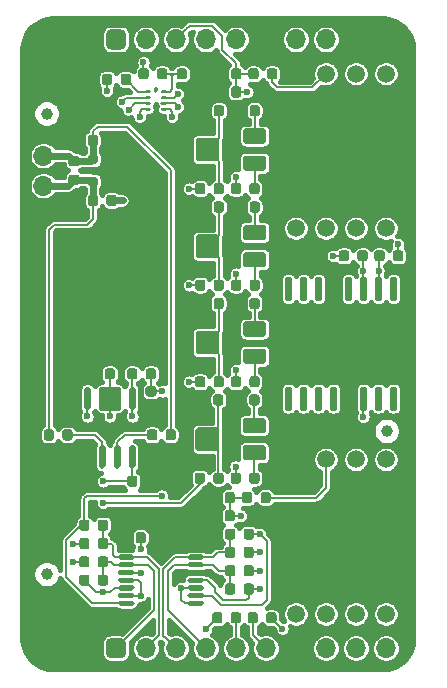
<source format=gbr>
G04 #@! TF.GenerationSoftware,KiCad,Pcbnew,(5.1.6)-1*
G04 #@! TF.CreationDate,2020-06-03T08:45:57+03:00*
G04 #@! TF.ProjectId,TMCM-0021 v1.0,544d434d-2d30-4303-9231-2076312e302e,rev?*
G04 #@! TF.SameCoordinates,Original*
G04 #@! TF.FileFunction,Copper,L1,Top*
G04 #@! TF.FilePolarity,Positive*
%FSLAX46Y46*%
G04 Gerber Fmt 4.6, Leading zero omitted, Abs format (unit mm)*
G04 Created by KiCad (PCBNEW (5.1.6)-1) date 2020-06-03 08:45:57*
%MOMM*%
%LPD*%
G01*
G04 APERTURE LIST*
G04 #@! TA.AperFunction,ComponentPad*
%ADD10O,1.700000X1.700000*%
G04 #@! TD*
G04 #@! TA.AperFunction,ComponentPad*
%ADD11C,1.500000*%
G04 #@! TD*
G04 #@! TA.AperFunction,SMDPad,CuDef*
%ADD12C,1.000000*%
G04 #@! TD*
G04 #@! TA.AperFunction,ComponentPad*
%ADD13C,5.600000*%
G04 #@! TD*
G04 #@! TA.AperFunction,ViaPad*
%ADD14C,0.600000*%
G04 #@! TD*
G04 #@! TA.AperFunction,Conductor*
%ADD15C,0.200000*%
G04 #@! TD*
G04 #@! TA.AperFunction,Conductor*
%ADD16C,0.600000*%
G04 #@! TD*
G04 #@! TA.AperFunction,Conductor*
%ADD17C,0.400000*%
G04 #@! TD*
G04 APERTURE END LIST*
D10*
X31230000Y2230000D03*
X28690000Y2230000D03*
X26150000Y2230000D03*
X23610000Y2230000D03*
X21070000Y2230000D03*
X18530000Y2230000D03*
X15990000Y2230000D03*
X13450000Y2230000D03*
X10910000Y2230000D03*
G04 #@! TA.AperFunction,ComponentPad*
G36*
G01*
X7919500Y3080000D02*
X8820500Y3080000D01*
G75*
G02*
X9220000Y2680500I0J-399500D01*
G01*
X9220000Y1779500D01*
G75*
G02*
X8820500Y1380000I-399500J0D01*
G01*
X7919500Y1380000D01*
G75*
G02*
X7520000Y1779500I0J399500D01*
G01*
X7520000Y2680500D01*
G75*
G02*
X7919500Y3080000I399500J0D01*
G01*
G37*
G04 #@! TD.AperFunction*
G04 #@! TA.AperFunction,SMDPad,CuDef*
G36*
G01*
X5076250Y43030000D02*
X4563750Y43030000D01*
G75*
G02*
X4345000Y43248750I0J218750D01*
G01*
X4345000Y43686250D01*
G75*
G02*
X4563750Y43905000I218750J0D01*
G01*
X5076250Y43905000D01*
G75*
G02*
X5295000Y43686250I0J-218750D01*
G01*
X5295000Y43248750D01*
G75*
G02*
X5076250Y43030000I-218750J0D01*
G01*
G37*
G04 #@! TD.AperFunction*
G04 #@! TA.AperFunction,SMDPad,CuDef*
G36*
G01*
X5076250Y41455000D02*
X4563750Y41455000D01*
G75*
G02*
X4345000Y41673750I0J218750D01*
G01*
X4345000Y42111250D01*
G75*
G02*
X4563750Y42330000I218750J0D01*
G01*
X5076250Y42330000D01*
G75*
G02*
X5295000Y42111250I0J-218750D01*
G01*
X5295000Y41673750D01*
G75*
G02*
X5076250Y41455000I-218750J0D01*
G01*
G37*
G04 #@! TD.AperFunction*
G04 #@! TA.AperFunction,SMDPad,CuDef*
G36*
G01*
X7550000Y44953750D02*
X7550000Y45466250D01*
G75*
G02*
X7768750Y45685000I218750J0D01*
G01*
X8206250Y45685000D01*
G75*
G02*
X8425000Y45466250I0J-218750D01*
G01*
X8425000Y44953750D01*
G75*
G02*
X8206250Y44735000I-218750J0D01*
G01*
X7768750Y44735000D01*
G75*
G02*
X7550000Y44953750I0J218750D01*
G01*
G37*
G04 #@! TD.AperFunction*
G04 #@! TA.AperFunction,SMDPad,CuDef*
G36*
G01*
X5975000Y44953750D02*
X5975000Y45466250D01*
G75*
G02*
X6193750Y45685000I218750J0D01*
G01*
X6631250Y45685000D01*
G75*
G02*
X6850000Y45466250I0J-218750D01*
G01*
X6850000Y44953750D01*
G75*
G02*
X6631250Y44735000I-218750J0D01*
G01*
X6193750Y44735000D01*
G75*
G02*
X5975000Y44953750I0J218750D01*
G01*
G37*
G04 #@! TD.AperFunction*
G04 #@! TA.AperFunction,SMDPad,CuDef*
G36*
G01*
X6860000Y40396250D02*
X6860000Y39883750D01*
G75*
G02*
X6641250Y39665000I-218750J0D01*
G01*
X6203750Y39665000D01*
G75*
G02*
X5985000Y39883750I0J218750D01*
G01*
X5985000Y40396250D01*
G75*
G02*
X6203750Y40615000I218750J0D01*
G01*
X6641250Y40615000D01*
G75*
G02*
X6860000Y40396250I0J-218750D01*
G01*
G37*
G04 #@! TD.AperFunction*
G04 #@! TA.AperFunction,SMDPad,CuDef*
G36*
G01*
X8435000Y40396250D02*
X8435000Y39883750D01*
G75*
G02*
X8216250Y39665000I-218750J0D01*
G01*
X7778750Y39665000D01*
G75*
G02*
X7560000Y39883750I0J218750D01*
G01*
X7560000Y40396250D01*
G75*
G02*
X7778750Y40615000I218750J0D01*
G01*
X8216250Y40615000D01*
G75*
G02*
X8435000Y40396250I0J-218750D01*
G01*
G37*
G04 #@! TD.AperFunction*
G04 #@! TA.AperFunction,SMDPad,CuDef*
G36*
G01*
X7970000Y42480000D02*
X7970000Y42880000D01*
G75*
G02*
X8170000Y43080000I200000J0D01*
G01*
X8670000Y43080000D01*
G75*
G02*
X8870000Y42880000I0J-200000D01*
G01*
X8870000Y42480000D01*
G75*
G02*
X8670000Y42280000I-200000J0D01*
G01*
X8170000Y42280000D01*
G75*
G02*
X7970000Y42480000I0J200000D01*
G01*
G37*
G04 #@! TD.AperFunction*
G04 #@! TA.AperFunction,SMDPad,CuDef*
G36*
G01*
X5970000Y41530000D02*
X5970000Y41930000D01*
G75*
G02*
X6170000Y42130000I200000J0D01*
G01*
X6670000Y42130000D01*
G75*
G02*
X6870000Y41930000I0J-200000D01*
G01*
X6870000Y41530000D01*
G75*
G02*
X6670000Y41330000I-200000J0D01*
G01*
X6170000Y41330000D01*
G75*
G02*
X5970000Y41530000I0J200000D01*
G01*
G37*
G04 #@! TD.AperFunction*
G04 #@! TA.AperFunction,SMDPad,CuDef*
G36*
G01*
X5970000Y43430000D02*
X5970000Y43830000D01*
G75*
G02*
X6170000Y44030000I200000J0D01*
G01*
X6670000Y44030000D01*
G75*
G02*
X6870000Y43830000I0J-200000D01*
G01*
X6870000Y43430000D01*
G75*
G02*
X6670000Y43230000I-200000J0D01*
G01*
X6170000Y43230000D01*
G75*
G02*
X5970000Y43430000I0J200000D01*
G01*
G37*
G04 #@! TD.AperFunction*
X31230000Y53770000D03*
X28690000Y53770000D03*
X26150000Y53770000D03*
X23610000Y53770000D03*
X21070000Y53770000D03*
X18530000Y53770000D03*
X15990000Y53770000D03*
X13450000Y53770000D03*
X10910000Y53770000D03*
G04 #@! TA.AperFunction,ComponentPad*
G36*
G01*
X7919500Y54620000D02*
X8820500Y54620000D01*
G75*
G02*
X9220000Y54220500I0J-399500D01*
G01*
X9220000Y53319500D01*
G75*
G02*
X8820500Y52920000I-399500J0D01*
G01*
X7919500Y52920000D01*
G75*
G02*
X7520000Y53319500I0J399500D01*
G01*
X7520000Y54220500D01*
G75*
G02*
X7919500Y54620000I399500J0D01*
G01*
G37*
G04 #@! TD.AperFunction*
D11*
X23610000Y5130000D03*
X23610000Y18210000D03*
X26150000Y5130000D03*
X26150000Y18210000D03*
X28690000Y5130000D03*
X28690000Y18210000D03*
X31230000Y5130000D03*
X31230000Y18210000D03*
X23610000Y37790000D03*
X23610000Y50870000D03*
X26150000Y37790000D03*
X26150000Y50870000D03*
X28690000Y37790000D03*
X28690000Y50870000D03*
X31230000Y37790000D03*
X31230000Y50870000D03*
G04 #@! TA.AperFunction,SMDPad,CuDef*
G36*
G01*
X16610000Y16363750D02*
X16610000Y16876250D01*
G75*
G02*
X16828750Y17095000I218750J0D01*
G01*
X17266250Y17095000D01*
G75*
G02*
X17485000Y16876250I0J-218750D01*
G01*
X17485000Y16363750D01*
G75*
G02*
X17266250Y16145000I-218750J0D01*
G01*
X16828750Y16145000D01*
G75*
G02*
X16610000Y16363750I0J218750D01*
G01*
G37*
G04 #@! TD.AperFunction*
G04 #@! TA.AperFunction,SMDPad,CuDef*
G36*
G01*
X15035000Y16363750D02*
X15035000Y16876250D01*
G75*
G02*
X15253750Y17095000I218750J0D01*
G01*
X15691250Y17095000D01*
G75*
G02*
X15910000Y16876250I0J-218750D01*
G01*
X15910000Y16363750D01*
G75*
G02*
X15691250Y16145000I-218750J0D01*
G01*
X15253750Y16145000D01*
G75*
G02*
X15035000Y16363750I0J218750D01*
G01*
G37*
G04 #@! TD.AperFunction*
G04 #@! TA.AperFunction,SMDPad,CuDef*
G36*
G01*
X19290200Y21730000D02*
X20889800Y21730000D01*
G75*
G02*
X21090000Y21529800I0J-200200D01*
G01*
X21090000Y20630200D01*
G75*
G02*
X20889800Y20430000I-200200J0D01*
G01*
X19290200Y20430000D01*
G75*
G02*
X19090000Y20630200I0J200200D01*
G01*
X19090000Y21529800D01*
G75*
G02*
X19290200Y21730000I200200J0D01*
G01*
G37*
G04 #@! TD.AperFunction*
G04 #@! TA.AperFunction,SMDPad,CuDef*
G36*
G01*
X15290000Y20930000D02*
X16890000Y20930000D01*
G75*
G02*
X17090000Y20730000I0J-200000D01*
G01*
X17090000Y19130000D01*
G75*
G02*
X16890000Y18930000I-200000J0D01*
G01*
X15290000Y18930000D01*
G75*
G02*
X15090000Y19130000I0J200000D01*
G01*
X15090000Y20730000D01*
G75*
G02*
X15290000Y20930000I200000J0D01*
G01*
G37*
G04 #@! TD.AperFunction*
G04 #@! TA.AperFunction,SMDPad,CuDef*
G36*
G01*
X19290200Y19430000D02*
X20889800Y19430000D01*
G75*
G02*
X21090000Y19229800I0J-200200D01*
G01*
X21090000Y18330200D01*
G75*
G02*
X20889800Y18130000I-200200J0D01*
G01*
X19290200Y18130000D01*
G75*
G02*
X19090000Y18330200I0J200200D01*
G01*
X19090000Y19229800D01*
G75*
G02*
X19290200Y19430000I200200J0D01*
G01*
G37*
G04 #@! TD.AperFunction*
G04 #@! TA.AperFunction,SMDPad,CuDef*
G36*
G01*
X9675650Y19426800D02*
X9834350Y19426800D01*
G75*
G02*
X10034400Y19226750I0J-200050D01*
G01*
X10034400Y17645650D01*
G75*
G02*
X9834350Y17445600I-200050J0D01*
G01*
X9675650Y17445600D01*
G75*
G02*
X9475600Y17645650I0J200050D01*
G01*
X9475600Y19226750D01*
G75*
G02*
X9675650Y19426800I200050J0D01*
G01*
G37*
G04 #@! TD.AperFunction*
G04 #@! TA.AperFunction,SMDPad,CuDef*
G36*
G01*
X8405650Y19426800D02*
X8564350Y19426800D01*
G75*
G02*
X8764400Y19226750I0J-200050D01*
G01*
X8764400Y17645650D01*
G75*
G02*
X8564350Y17445600I-200050J0D01*
G01*
X8405650Y17445600D01*
G75*
G02*
X8205600Y17645650I0J200050D01*
G01*
X8205600Y19226750D01*
G75*
G02*
X8405650Y19426800I200050J0D01*
G01*
G37*
G04 #@! TD.AperFunction*
G04 #@! TA.AperFunction,SMDPad,CuDef*
G36*
G01*
X7135650Y19426800D02*
X7294350Y19426800D01*
G75*
G02*
X7494400Y19226750I0J-200050D01*
G01*
X7494400Y17645650D01*
G75*
G02*
X7294350Y17445600I-200050J0D01*
G01*
X7135650Y17445600D01*
G75*
G02*
X6935600Y17645650I0J200050D01*
G01*
X6935600Y19226750D01*
G75*
G02*
X7135650Y19426800I200050J0D01*
G01*
G37*
G04 #@! TD.AperFunction*
G04 #@! TA.AperFunction,SMDPad,CuDef*
G36*
G01*
X5865650Y19426800D02*
X6024350Y19426800D01*
G75*
G02*
X6224400Y19226750I0J-200050D01*
G01*
X6224400Y17645650D01*
G75*
G02*
X6024350Y17445600I-200050J0D01*
G01*
X5865650Y17445600D01*
G75*
G02*
X5665600Y17645650I0J200050D01*
G01*
X5665600Y19226750D01*
G75*
G02*
X5865650Y19426800I200050J0D01*
G01*
G37*
G04 #@! TD.AperFunction*
G04 #@! TA.AperFunction,SMDPad,CuDef*
G36*
G01*
X5865650Y24354400D02*
X6024350Y24354400D01*
G75*
G02*
X6224400Y24154350I0J-200050D01*
G01*
X6224400Y22573250D01*
G75*
G02*
X6024350Y22373200I-200050J0D01*
G01*
X5865650Y22373200D01*
G75*
G02*
X5665600Y22573250I0J200050D01*
G01*
X5665600Y24154350D01*
G75*
G02*
X5865650Y24354400I200050J0D01*
G01*
G37*
G04 #@! TD.AperFunction*
G04 #@! TA.AperFunction,SMDPad,CuDef*
G36*
G01*
X7135650Y24354400D02*
X7294350Y24354400D01*
G75*
G02*
X7494400Y24154350I0J-200050D01*
G01*
X7494400Y22573250D01*
G75*
G02*
X7294350Y22373200I-200050J0D01*
G01*
X7135650Y22373200D01*
G75*
G02*
X6935600Y22573250I0J200050D01*
G01*
X6935600Y24154350D01*
G75*
G02*
X7135650Y24354400I200050J0D01*
G01*
G37*
G04 #@! TD.AperFunction*
G04 #@! TA.AperFunction,SMDPad,CuDef*
G36*
G01*
X8405650Y24354400D02*
X8564350Y24354400D01*
G75*
G02*
X8764400Y24154350I0J-200050D01*
G01*
X8764400Y22573250D01*
G75*
G02*
X8564350Y22373200I-200050J0D01*
G01*
X8405650Y22373200D01*
G75*
G02*
X8205600Y22573250I0J200050D01*
G01*
X8205600Y24154350D01*
G75*
G02*
X8405650Y24354400I200050J0D01*
G01*
G37*
G04 #@! TD.AperFunction*
G04 #@! TA.AperFunction,SMDPad,CuDef*
G36*
G01*
X9675650Y24354400D02*
X9834350Y24354400D01*
G75*
G02*
X10034400Y24154350I0J-200050D01*
G01*
X10034400Y22573250D01*
G75*
G02*
X9834350Y22373200I-200050J0D01*
G01*
X9675650Y22373200D01*
G75*
G02*
X9475600Y22573250I0J200050D01*
G01*
X9475600Y24154350D01*
G75*
G02*
X9675650Y24354400I200050J0D01*
G01*
G37*
G04 #@! TD.AperFunction*
G04 #@! TA.AperFunction,SMDPad,CuDef*
G36*
G01*
X20610000Y14723750D02*
X20610000Y15236250D01*
G75*
G02*
X20828750Y15455000I218750J0D01*
G01*
X21266250Y15455000D01*
G75*
G02*
X21485000Y15236250I0J-218750D01*
G01*
X21485000Y14723750D01*
G75*
G02*
X21266250Y14505000I-218750J0D01*
G01*
X20828750Y14505000D01*
G75*
G02*
X20610000Y14723750I0J218750D01*
G01*
G37*
G04 #@! TD.AperFunction*
G04 #@! TA.AperFunction,SMDPad,CuDef*
G36*
G01*
X19035000Y14723750D02*
X19035000Y15236250D01*
G75*
G02*
X19253750Y15455000I218750J0D01*
G01*
X19691250Y15455000D01*
G75*
G02*
X19910000Y15236250I0J-218750D01*
G01*
X19910000Y14723750D01*
G75*
G02*
X19691250Y14505000I-218750J0D01*
G01*
X19253750Y14505000D01*
G75*
G02*
X19035000Y14723750I0J218750D01*
G01*
G37*
G04 #@! TD.AperFunction*
D12*
X31300000Y20620000D03*
X2500000Y47500000D03*
X2500000Y8500000D03*
D13*
X3500000Y52500000D03*
X3500000Y3500000D03*
G04 #@! TA.AperFunction,SMDPad,CuDef*
G36*
G01*
X19310200Y29900000D02*
X20909800Y29900000D01*
G75*
G02*
X21110000Y29699800I0J-200200D01*
G01*
X21110000Y28800200D01*
G75*
G02*
X20909800Y28600000I-200200J0D01*
G01*
X19310200Y28600000D01*
G75*
G02*
X19110000Y28800200I0J200200D01*
G01*
X19110000Y29699800D01*
G75*
G02*
X19310200Y29900000I200200J0D01*
G01*
G37*
G04 #@! TD.AperFunction*
G04 #@! TA.AperFunction,SMDPad,CuDef*
G36*
G01*
X15310000Y29100000D02*
X16910000Y29100000D01*
G75*
G02*
X17110000Y28900000I0J-200000D01*
G01*
X17110000Y27300000D01*
G75*
G02*
X16910000Y27100000I-200000J0D01*
G01*
X15310000Y27100000D01*
G75*
G02*
X15110000Y27300000I0J200000D01*
G01*
X15110000Y28900000D01*
G75*
G02*
X15310000Y29100000I200000J0D01*
G01*
G37*
G04 #@! TD.AperFunction*
G04 #@! TA.AperFunction,SMDPad,CuDef*
G36*
G01*
X19310200Y27600000D02*
X20909800Y27600000D01*
G75*
G02*
X21110000Y27399800I0J-200200D01*
G01*
X21110000Y26500200D01*
G75*
G02*
X20909800Y26300000I-200200J0D01*
G01*
X19310200Y26300000D01*
G75*
G02*
X19110000Y26500200I0J200200D01*
G01*
X19110000Y27399800D01*
G75*
G02*
X19310200Y27600000I200200J0D01*
G01*
G37*
G04 #@! TD.AperFunction*
G04 #@! TA.AperFunction,SMDPad,CuDef*
G36*
G01*
X19310200Y38070000D02*
X20909800Y38070000D01*
G75*
G02*
X21110000Y37869800I0J-200200D01*
G01*
X21110000Y36970200D01*
G75*
G02*
X20909800Y36770000I-200200J0D01*
G01*
X19310200Y36770000D01*
G75*
G02*
X19110000Y36970200I0J200200D01*
G01*
X19110000Y37869800D01*
G75*
G02*
X19310200Y38070000I200200J0D01*
G01*
G37*
G04 #@! TD.AperFunction*
G04 #@! TA.AperFunction,SMDPad,CuDef*
G36*
G01*
X15310000Y37270000D02*
X16910000Y37270000D01*
G75*
G02*
X17110000Y37070000I0J-200000D01*
G01*
X17110000Y35470000D01*
G75*
G02*
X16910000Y35270000I-200000J0D01*
G01*
X15310000Y35270000D01*
G75*
G02*
X15110000Y35470000I0J200000D01*
G01*
X15110000Y37070000D01*
G75*
G02*
X15310000Y37270000I200000J0D01*
G01*
G37*
G04 #@! TD.AperFunction*
G04 #@! TA.AperFunction,SMDPad,CuDef*
G36*
G01*
X19310200Y35770000D02*
X20909800Y35770000D01*
G75*
G02*
X21110000Y35569800I0J-200200D01*
G01*
X21110000Y34670200D01*
G75*
G02*
X20909800Y34470000I-200200J0D01*
G01*
X19310200Y34470000D01*
G75*
G02*
X19110000Y34670200I0J200200D01*
G01*
X19110000Y35569800D01*
G75*
G02*
X19310200Y35770000I200200J0D01*
G01*
G37*
G04 #@! TD.AperFunction*
G04 #@! TA.AperFunction,SMDPad,CuDef*
G36*
G01*
X19310200Y46240000D02*
X20909800Y46240000D01*
G75*
G02*
X21110000Y46039800I0J-200200D01*
G01*
X21110000Y45140200D01*
G75*
G02*
X20909800Y44940000I-200200J0D01*
G01*
X19310200Y44940000D01*
G75*
G02*
X19110000Y45140200I0J200200D01*
G01*
X19110000Y46039800D01*
G75*
G02*
X19310200Y46240000I200200J0D01*
G01*
G37*
G04 #@! TD.AperFunction*
G04 #@! TA.AperFunction,SMDPad,CuDef*
G36*
G01*
X15310000Y45440000D02*
X16910000Y45440000D01*
G75*
G02*
X17110000Y45240000I0J-200000D01*
G01*
X17110000Y43640000D01*
G75*
G02*
X16910000Y43440000I-200000J0D01*
G01*
X15310000Y43440000D01*
G75*
G02*
X15110000Y43640000I0J200000D01*
G01*
X15110000Y45240000D01*
G75*
G02*
X15310000Y45440000I200000J0D01*
G01*
G37*
G04 #@! TD.AperFunction*
G04 #@! TA.AperFunction,SMDPad,CuDef*
G36*
G01*
X19310200Y43940000D02*
X20909800Y43940000D01*
G75*
G02*
X21110000Y43739800I0J-200200D01*
G01*
X21110000Y42840200D01*
G75*
G02*
X20909800Y42640000I-200200J0D01*
G01*
X19310200Y42640000D01*
G75*
G02*
X19110000Y42840200I0J200200D01*
G01*
X19110000Y43739800D01*
G75*
G02*
X19310200Y43940000I200200J0D01*
G01*
G37*
G04 #@! TD.AperFunction*
G04 #@! TA.AperFunction,SMDPad,CuDef*
G36*
G01*
X14415000Y9914800D02*
X14415000Y9965200D01*
G75*
G02*
X14614800Y10165000I199800J0D01*
G01*
X15665200Y10165000D01*
G75*
G02*
X15865000Y9965200I0J-199800D01*
G01*
X15865000Y9914800D01*
G75*
G02*
X15665200Y9715000I-199800J0D01*
G01*
X14614800Y9715000D01*
G75*
G02*
X14415000Y9914800I0J199800D01*
G01*
G37*
G04 #@! TD.AperFunction*
G04 #@! TA.AperFunction,SMDPad,CuDef*
G36*
G01*
X14415000Y9264800D02*
X14415000Y9315200D01*
G75*
G02*
X14614800Y9515000I199800J0D01*
G01*
X15665200Y9515000D01*
G75*
G02*
X15865000Y9315200I0J-199800D01*
G01*
X15865000Y9264800D01*
G75*
G02*
X15665200Y9065000I-199800J0D01*
G01*
X14614800Y9065000D01*
G75*
G02*
X14415000Y9264800I0J199800D01*
G01*
G37*
G04 #@! TD.AperFunction*
G04 #@! TA.AperFunction,SMDPad,CuDef*
G36*
G01*
X14415000Y8614800D02*
X14415000Y8665200D01*
G75*
G02*
X14614800Y8865000I199800J0D01*
G01*
X15665200Y8865000D01*
G75*
G02*
X15865000Y8665200I0J-199800D01*
G01*
X15865000Y8614800D01*
G75*
G02*
X15665200Y8415000I-199800J0D01*
G01*
X14614800Y8415000D01*
G75*
G02*
X14415000Y8614800I0J199800D01*
G01*
G37*
G04 #@! TD.AperFunction*
G04 #@! TA.AperFunction,SMDPad,CuDef*
G36*
G01*
X14415000Y7964800D02*
X14415000Y8015200D01*
G75*
G02*
X14614800Y8215000I199800J0D01*
G01*
X15665200Y8215000D01*
G75*
G02*
X15865000Y8015200I0J-199800D01*
G01*
X15865000Y7964800D01*
G75*
G02*
X15665200Y7765000I-199800J0D01*
G01*
X14614800Y7765000D01*
G75*
G02*
X14415000Y7964800I0J199800D01*
G01*
G37*
G04 #@! TD.AperFunction*
G04 #@! TA.AperFunction,SMDPad,CuDef*
G36*
G01*
X14415000Y7314800D02*
X14415000Y7365200D01*
G75*
G02*
X14614800Y7565000I199800J0D01*
G01*
X15665200Y7565000D01*
G75*
G02*
X15865000Y7365200I0J-199800D01*
G01*
X15865000Y7314800D01*
G75*
G02*
X15665200Y7115000I-199800J0D01*
G01*
X14614800Y7115000D01*
G75*
G02*
X14415000Y7314800I0J199800D01*
G01*
G37*
G04 #@! TD.AperFunction*
G04 #@! TA.AperFunction,SMDPad,CuDef*
G36*
G01*
X14415000Y6664800D02*
X14415000Y6715200D01*
G75*
G02*
X14614800Y6915000I199800J0D01*
G01*
X15665200Y6915000D01*
G75*
G02*
X15865000Y6715200I0J-199800D01*
G01*
X15865000Y6664800D01*
G75*
G02*
X15665200Y6465000I-199800J0D01*
G01*
X14614800Y6465000D01*
G75*
G02*
X14415000Y6664800I0J199800D01*
G01*
G37*
G04 #@! TD.AperFunction*
G04 #@! TA.AperFunction,SMDPad,CuDef*
G36*
G01*
X14415000Y6014800D02*
X14415000Y6065200D01*
G75*
G02*
X14614800Y6265000I199800J0D01*
G01*
X15665200Y6265000D01*
G75*
G02*
X15865000Y6065200I0J-199800D01*
G01*
X15865000Y6014800D01*
G75*
G02*
X15665200Y5815000I-199800J0D01*
G01*
X14614800Y5815000D01*
G75*
G02*
X14415000Y6014800I0J199800D01*
G01*
G37*
G04 #@! TD.AperFunction*
G04 #@! TA.AperFunction,SMDPad,CuDef*
G36*
G01*
X8515000Y6014800D02*
X8515000Y6065200D01*
G75*
G02*
X8714800Y6265000I199800J0D01*
G01*
X9765200Y6265000D01*
G75*
G02*
X9965000Y6065200I0J-199800D01*
G01*
X9965000Y6014800D01*
G75*
G02*
X9765200Y5815000I-199800J0D01*
G01*
X8714800Y5815000D01*
G75*
G02*
X8515000Y6014800I0J199800D01*
G01*
G37*
G04 #@! TD.AperFunction*
G04 #@! TA.AperFunction,SMDPad,CuDef*
G36*
G01*
X8515000Y6664800D02*
X8515000Y6715200D01*
G75*
G02*
X8714800Y6915000I199800J0D01*
G01*
X9765200Y6915000D01*
G75*
G02*
X9965000Y6715200I0J-199800D01*
G01*
X9965000Y6664800D01*
G75*
G02*
X9765200Y6465000I-199800J0D01*
G01*
X8714800Y6465000D01*
G75*
G02*
X8515000Y6664800I0J199800D01*
G01*
G37*
G04 #@! TD.AperFunction*
G04 #@! TA.AperFunction,SMDPad,CuDef*
G36*
G01*
X8515000Y7314800D02*
X8515000Y7365200D01*
G75*
G02*
X8714800Y7565000I199800J0D01*
G01*
X9765200Y7565000D01*
G75*
G02*
X9965000Y7365200I0J-199800D01*
G01*
X9965000Y7314800D01*
G75*
G02*
X9765200Y7115000I-199800J0D01*
G01*
X8714800Y7115000D01*
G75*
G02*
X8515000Y7314800I0J199800D01*
G01*
G37*
G04 #@! TD.AperFunction*
G04 #@! TA.AperFunction,SMDPad,CuDef*
G36*
G01*
X8515000Y7964800D02*
X8515000Y8015200D01*
G75*
G02*
X8714800Y8215000I199800J0D01*
G01*
X9765200Y8215000D01*
G75*
G02*
X9965000Y8015200I0J-199800D01*
G01*
X9965000Y7964800D01*
G75*
G02*
X9765200Y7765000I-199800J0D01*
G01*
X8714800Y7765000D01*
G75*
G02*
X8515000Y7964800I0J199800D01*
G01*
G37*
G04 #@! TD.AperFunction*
G04 #@! TA.AperFunction,SMDPad,CuDef*
G36*
G01*
X8515000Y8614800D02*
X8515000Y8665200D01*
G75*
G02*
X8714800Y8865000I199800J0D01*
G01*
X9765200Y8865000D01*
G75*
G02*
X9965000Y8665200I0J-199800D01*
G01*
X9965000Y8614800D01*
G75*
G02*
X9765200Y8415000I-199800J0D01*
G01*
X8714800Y8415000D01*
G75*
G02*
X8515000Y8614800I0J199800D01*
G01*
G37*
G04 #@! TD.AperFunction*
G04 #@! TA.AperFunction,SMDPad,CuDef*
G36*
G01*
X8515000Y9264800D02*
X8515000Y9315200D01*
G75*
G02*
X8714800Y9515000I199800J0D01*
G01*
X9765200Y9515000D01*
G75*
G02*
X9965000Y9315200I0J-199800D01*
G01*
X9965000Y9264800D01*
G75*
G02*
X9765200Y9065000I-199800J0D01*
G01*
X8714800Y9065000D01*
G75*
G02*
X8515000Y9264800I0J199800D01*
G01*
G37*
G04 #@! TD.AperFunction*
G04 #@! TA.AperFunction,SMDPad,CuDef*
G36*
G01*
X8515000Y9914800D02*
X8515000Y9965200D01*
G75*
G02*
X8714800Y10165000I199800J0D01*
G01*
X9765200Y10165000D01*
G75*
G02*
X9965000Y9965200I0J-199800D01*
G01*
X9965000Y9914800D01*
G75*
G02*
X9765200Y9715000I-199800J0D01*
G01*
X8714800Y9715000D01*
G75*
G02*
X8515000Y9914800I0J199800D01*
G01*
G37*
G04 #@! TD.AperFunction*
G04 #@! TA.AperFunction,SMDPad,CuDef*
G36*
G01*
X23125000Y31625000D02*
X22825000Y31625000D01*
G75*
G02*
X22675000Y31775000I0J150000D01*
G01*
X22675000Y33525000D01*
G75*
G02*
X22825000Y33675000I150000J0D01*
G01*
X23125000Y33675000D01*
G75*
G02*
X23275000Y33525000I0J-150000D01*
G01*
X23275000Y31775000D01*
G75*
G02*
X23125000Y31625000I-150000J0D01*
G01*
G37*
G04 #@! TD.AperFunction*
G04 #@! TA.AperFunction,SMDPad,CuDef*
G36*
G01*
X24395000Y31625000D02*
X24095000Y31625000D01*
G75*
G02*
X23945000Y31775000I0J150000D01*
G01*
X23945000Y33525000D01*
G75*
G02*
X24095000Y33675000I150000J0D01*
G01*
X24395000Y33675000D01*
G75*
G02*
X24545000Y33525000I0J-150000D01*
G01*
X24545000Y31775000D01*
G75*
G02*
X24395000Y31625000I-150000J0D01*
G01*
G37*
G04 #@! TD.AperFunction*
G04 #@! TA.AperFunction,SMDPad,CuDef*
G36*
G01*
X25665000Y31625000D02*
X25365000Y31625000D01*
G75*
G02*
X25215000Y31775000I0J150000D01*
G01*
X25215000Y33525000D01*
G75*
G02*
X25365000Y33675000I150000J0D01*
G01*
X25665000Y33675000D01*
G75*
G02*
X25815000Y33525000I0J-150000D01*
G01*
X25815000Y31775000D01*
G75*
G02*
X25665000Y31625000I-150000J0D01*
G01*
G37*
G04 #@! TD.AperFunction*
G04 #@! TA.AperFunction,SMDPad,CuDef*
G36*
G01*
X26935000Y31625000D02*
X26635000Y31625000D01*
G75*
G02*
X26485000Y31775000I0J150000D01*
G01*
X26485000Y33525000D01*
G75*
G02*
X26635000Y33675000I150000J0D01*
G01*
X26935000Y33675000D01*
G75*
G02*
X27085000Y33525000I0J-150000D01*
G01*
X27085000Y31775000D01*
G75*
G02*
X26935000Y31625000I-150000J0D01*
G01*
G37*
G04 #@! TD.AperFunction*
G04 #@! TA.AperFunction,SMDPad,CuDef*
G36*
G01*
X28205000Y31625000D02*
X27905000Y31625000D01*
G75*
G02*
X27755000Y31775000I0J150000D01*
G01*
X27755000Y33525000D01*
G75*
G02*
X27905000Y33675000I150000J0D01*
G01*
X28205000Y33675000D01*
G75*
G02*
X28355000Y33525000I0J-150000D01*
G01*
X28355000Y31775000D01*
G75*
G02*
X28205000Y31625000I-150000J0D01*
G01*
G37*
G04 #@! TD.AperFunction*
G04 #@! TA.AperFunction,SMDPad,CuDef*
G36*
G01*
X29475000Y31625000D02*
X29175000Y31625000D01*
G75*
G02*
X29025000Y31775000I0J150000D01*
G01*
X29025000Y33525000D01*
G75*
G02*
X29175000Y33675000I150000J0D01*
G01*
X29475000Y33675000D01*
G75*
G02*
X29625000Y33525000I0J-150000D01*
G01*
X29625000Y31775000D01*
G75*
G02*
X29475000Y31625000I-150000J0D01*
G01*
G37*
G04 #@! TD.AperFunction*
G04 #@! TA.AperFunction,SMDPad,CuDef*
G36*
G01*
X30745000Y31625000D02*
X30445000Y31625000D01*
G75*
G02*
X30295000Y31775000I0J150000D01*
G01*
X30295000Y33525000D01*
G75*
G02*
X30445000Y33675000I150000J0D01*
G01*
X30745000Y33675000D01*
G75*
G02*
X30895000Y33525000I0J-150000D01*
G01*
X30895000Y31775000D01*
G75*
G02*
X30745000Y31625000I-150000J0D01*
G01*
G37*
G04 #@! TD.AperFunction*
G04 #@! TA.AperFunction,SMDPad,CuDef*
G36*
G01*
X32015000Y31625000D02*
X31715000Y31625000D01*
G75*
G02*
X31565000Y31775000I0J150000D01*
G01*
X31565000Y33525000D01*
G75*
G02*
X31715000Y33675000I150000J0D01*
G01*
X32015000Y33675000D01*
G75*
G02*
X32165000Y33525000I0J-150000D01*
G01*
X32165000Y31775000D01*
G75*
G02*
X32015000Y31625000I-150000J0D01*
G01*
G37*
G04 #@! TD.AperFunction*
G04 #@! TA.AperFunction,SMDPad,CuDef*
G36*
G01*
X32015000Y22325000D02*
X31715000Y22325000D01*
G75*
G02*
X31565000Y22475000I0J150000D01*
G01*
X31565000Y24225000D01*
G75*
G02*
X31715000Y24375000I150000J0D01*
G01*
X32015000Y24375000D01*
G75*
G02*
X32165000Y24225000I0J-150000D01*
G01*
X32165000Y22475000D01*
G75*
G02*
X32015000Y22325000I-150000J0D01*
G01*
G37*
G04 #@! TD.AperFunction*
G04 #@! TA.AperFunction,SMDPad,CuDef*
G36*
G01*
X30745000Y22325000D02*
X30445000Y22325000D01*
G75*
G02*
X30295000Y22475000I0J150000D01*
G01*
X30295000Y24225000D01*
G75*
G02*
X30445000Y24375000I150000J0D01*
G01*
X30745000Y24375000D01*
G75*
G02*
X30895000Y24225000I0J-150000D01*
G01*
X30895000Y22475000D01*
G75*
G02*
X30745000Y22325000I-150000J0D01*
G01*
G37*
G04 #@! TD.AperFunction*
G04 #@! TA.AperFunction,SMDPad,CuDef*
G36*
G01*
X29475000Y22325000D02*
X29175000Y22325000D01*
G75*
G02*
X29025000Y22475000I0J150000D01*
G01*
X29025000Y24225000D01*
G75*
G02*
X29175000Y24375000I150000J0D01*
G01*
X29475000Y24375000D01*
G75*
G02*
X29625000Y24225000I0J-150000D01*
G01*
X29625000Y22475000D01*
G75*
G02*
X29475000Y22325000I-150000J0D01*
G01*
G37*
G04 #@! TD.AperFunction*
G04 #@! TA.AperFunction,SMDPad,CuDef*
G36*
G01*
X28205000Y22325000D02*
X27905000Y22325000D01*
G75*
G02*
X27755000Y22475000I0J150000D01*
G01*
X27755000Y24225000D01*
G75*
G02*
X27905000Y24375000I150000J0D01*
G01*
X28205000Y24375000D01*
G75*
G02*
X28355000Y24225000I0J-150000D01*
G01*
X28355000Y22475000D01*
G75*
G02*
X28205000Y22325000I-150000J0D01*
G01*
G37*
G04 #@! TD.AperFunction*
G04 #@! TA.AperFunction,SMDPad,CuDef*
G36*
G01*
X26935000Y22325000D02*
X26635000Y22325000D01*
G75*
G02*
X26485000Y22475000I0J150000D01*
G01*
X26485000Y24225000D01*
G75*
G02*
X26635000Y24375000I150000J0D01*
G01*
X26935000Y24375000D01*
G75*
G02*
X27085000Y24225000I0J-150000D01*
G01*
X27085000Y22475000D01*
G75*
G02*
X26935000Y22325000I-150000J0D01*
G01*
G37*
G04 #@! TD.AperFunction*
G04 #@! TA.AperFunction,SMDPad,CuDef*
G36*
G01*
X25665000Y22325000D02*
X25365000Y22325000D01*
G75*
G02*
X25215000Y22475000I0J150000D01*
G01*
X25215000Y24225000D01*
G75*
G02*
X25365000Y24375000I150000J0D01*
G01*
X25665000Y24375000D01*
G75*
G02*
X25815000Y24225000I0J-150000D01*
G01*
X25815000Y22475000D01*
G75*
G02*
X25665000Y22325000I-150000J0D01*
G01*
G37*
G04 #@! TD.AperFunction*
G04 #@! TA.AperFunction,SMDPad,CuDef*
G36*
G01*
X24395000Y22325000D02*
X24095000Y22325000D01*
G75*
G02*
X23945000Y22475000I0J150000D01*
G01*
X23945000Y24225000D01*
G75*
G02*
X24095000Y24375000I150000J0D01*
G01*
X24395000Y24375000D01*
G75*
G02*
X24545000Y24225000I0J-150000D01*
G01*
X24545000Y22475000D01*
G75*
G02*
X24395000Y22325000I-150000J0D01*
G01*
G37*
G04 #@! TD.AperFunction*
G04 #@! TA.AperFunction,SMDPad,CuDef*
G36*
G01*
X23125000Y22325000D02*
X22825000Y22325000D01*
G75*
G02*
X22675000Y22475000I0J150000D01*
G01*
X22675000Y24225000D01*
G75*
G02*
X22825000Y24375000I150000J0D01*
G01*
X23125000Y24375000D01*
G75*
G02*
X23275000Y24225000I0J-150000D01*
G01*
X23275000Y22475000D01*
G75*
G02*
X23125000Y22325000I-150000J0D01*
G01*
G37*
G04 #@! TD.AperFunction*
G04 #@! TA.AperFunction,SMDPad,CuDef*
G36*
G01*
X18970000Y31666250D02*
X18970000Y31153750D01*
G75*
G02*
X18751250Y30935000I-218750J0D01*
G01*
X18313750Y30935000D01*
G75*
G02*
X18095000Y31153750I0J218750D01*
G01*
X18095000Y31666250D01*
G75*
G02*
X18313750Y31885000I218750J0D01*
G01*
X18751250Y31885000D01*
G75*
G02*
X18970000Y31666250I0J-218750D01*
G01*
G37*
G04 #@! TD.AperFunction*
G04 #@! TA.AperFunction,SMDPad,CuDef*
G36*
G01*
X20545000Y31666250D02*
X20545000Y31153750D01*
G75*
G02*
X20326250Y30935000I-218750J0D01*
G01*
X19888750Y30935000D01*
G75*
G02*
X19670000Y31153750I0J218750D01*
G01*
X19670000Y31666250D01*
G75*
G02*
X19888750Y31885000I218750J0D01*
G01*
X20326250Y31885000D01*
G75*
G02*
X20545000Y31666250I0J-218750D01*
G01*
G37*
G04 #@! TD.AperFunction*
G04 #@! TA.AperFunction,SMDPad,CuDef*
G36*
G01*
X16630000Y24533750D02*
X16630000Y25046250D01*
G75*
G02*
X16848750Y25265000I218750J0D01*
G01*
X17286250Y25265000D01*
G75*
G02*
X17505000Y25046250I0J-218750D01*
G01*
X17505000Y24533750D01*
G75*
G02*
X17286250Y24315000I-218750J0D01*
G01*
X16848750Y24315000D01*
G75*
G02*
X16630000Y24533750I0J218750D01*
G01*
G37*
G04 #@! TD.AperFunction*
G04 #@! TA.AperFunction,SMDPad,CuDef*
G36*
G01*
X15055000Y24533750D02*
X15055000Y25046250D01*
G75*
G02*
X15273750Y25265000I218750J0D01*
G01*
X15711250Y25265000D01*
G75*
G02*
X15930000Y25046250I0J-218750D01*
G01*
X15930000Y24533750D01*
G75*
G02*
X15711250Y24315000I-218750J0D01*
G01*
X15273750Y24315000D01*
G75*
G02*
X15055000Y24533750I0J218750D01*
G01*
G37*
G04 #@! TD.AperFunction*
G04 #@! TA.AperFunction,SMDPad,CuDef*
G36*
G01*
X19670000Y24533750D02*
X19670000Y25046250D01*
G75*
G02*
X19888750Y25265000I218750J0D01*
G01*
X20326250Y25265000D01*
G75*
G02*
X20545000Y25046250I0J-218750D01*
G01*
X20545000Y24533750D01*
G75*
G02*
X20326250Y24315000I-218750J0D01*
G01*
X19888750Y24315000D01*
G75*
G02*
X19670000Y24533750I0J218750D01*
G01*
G37*
G04 #@! TD.AperFunction*
G04 #@! TA.AperFunction,SMDPad,CuDef*
G36*
G01*
X18095000Y24533750D02*
X18095000Y25046250D01*
G75*
G02*
X18313750Y25265000I218750J0D01*
G01*
X18751250Y25265000D01*
G75*
G02*
X18970000Y25046250I0J-218750D01*
G01*
X18970000Y24533750D01*
G75*
G02*
X18751250Y24315000I-218750J0D01*
G01*
X18313750Y24315000D01*
G75*
G02*
X18095000Y24533750I0J218750D01*
G01*
G37*
G04 #@! TD.AperFunction*
G04 #@! TA.AperFunction,SMDPad,CuDef*
G36*
G01*
X18980000Y39836250D02*
X18980000Y39323750D01*
G75*
G02*
X18761250Y39105000I-218750J0D01*
G01*
X18323750Y39105000D01*
G75*
G02*
X18105000Y39323750I0J218750D01*
G01*
X18105000Y39836250D01*
G75*
G02*
X18323750Y40055000I218750J0D01*
G01*
X18761250Y40055000D01*
G75*
G02*
X18980000Y39836250I0J-218750D01*
G01*
G37*
G04 #@! TD.AperFunction*
G04 #@! TA.AperFunction,SMDPad,CuDef*
G36*
G01*
X20555000Y39836250D02*
X20555000Y39323750D01*
G75*
G02*
X20336250Y39105000I-218750J0D01*
G01*
X19898750Y39105000D01*
G75*
G02*
X19680000Y39323750I0J218750D01*
G01*
X19680000Y39836250D01*
G75*
G02*
X19898750Y40055000I218750J0D01*
G01*
X20336250Y40055000D01*
G75*
G02*
X20555000Y39836250I0J-218750D01*
G01*
G37*
G04 #@! TD.AperFunction*
G04 #@! TA.AperFunction,SMDPad,CuDef*
G36*
G01*
X16640000Y32703750D02*
X16640000Y33216250D01*
G75*
G02*
X16858750Y33435000I218750J0D01*
G01*
X17296250Y33435000D01*
G75*
G02*
X17515000Y33216250I0J-218750D01*
G01*
X17515000Y32703750D01*
G75*
G02*
X17296250Y32485000I-218750J0D01*
G01*
X16858750Y32485000D01*
G75*
G02*
X16640000Y32703750I0J218750D01*
G01*
G37*
G04 #@! TD.AperFunction*
G04 #@! TA.AperFunction,SMDPad,CuDef*
G36*
G01*
X15065000Y32703750D02*
X15065000Y33216250D01*
G75*
G02*
X15283750Y33435000I218750J0D01*
G01*
X15721250Y33435000D01*
G75*
G02*
X15940000Y33216250I0J-218750D01*
G01*
X15940000Y32703750D01*
G75*
G02*
X15721250Y32485000I-218750J0D01*
G01*
X15283750Y32485000D01*
G75*
G02*
X15065000Y32703750I0J218750D01*
G01*
G37*
G04 #@! TD.AperFunction*
G04 #@! TA.AperFunction,SMDPad,CuDef*
G36*
G01*
X19680000Y32703750D02*
X19680000Y33216250D01*
G75*
G02*
X19898750Y33435000I218750J0D01*
G01*
X20336250Y33435000D01*
G75*
G02*
X20555000Y33216250I0J-218750D01*
G01*
X20555000Y32703750D01*
G75*
G02*
X20336250Y32485000I-218750J0D01*
G01*
X19898750Y32485000D01*
G75*
G02*
X19680000Y32703750I0J218750D01*
G01*
G37*
G04 #@! TD.AperFunction*
G04 #@! TA.AperFunction,SMDPad,CuDef*
G36*
G01*
X18105000Y32703750D02*
X18105000Y33216250D01*
G75*
G02*
X18323750Y33435000I218750J0D01*
G01*
X18761250Y33435000D01*
G75*
G02*
X18980000Y33216250I0J-218750D01*
G01*
X18980000Y32703750D01*
G75*
G02*
X18761250Y32485000I-218750J0D01*
G01*
X18323750Y32485000D01*
G75*
G02*
X18105000Y32703750I0J218750D01*
G01*
G37*
G04 #@! TD.AperFunction*
G04 #@! TA.AperFunction,SMDPad,CuDef*
G36*
G01*
X18980000Y47996250D02*
X18980000Y47483750D01*
G75*
G02*
X18761250Y47265000I-218750J0D01*
G01*
X18323750Y47265000D01*
G75*
G02*
X18105000Y47483750I0J218750D01*
G01*
X18105000Y47996250D01*
G75*
G02*
X18323750Y48215000I218750J0D01*
G01*
X18761250Y48215000D01*
G75*
G02*
X18980000Y47996250I0J-218750D01*
G01*
G37*
G04 #@! TD.AperFunction*
G04 #@! TA.AperFunction,SMDPad,CuDef*
G36*
G01*
X20555000Y47996250D02*
X20555000Y47483750D01*
G75*
G02*
X20336250Y47265000I-218750J0D01*
G01*
X19898750Y47265000D01*
G75*
G02*
X19680000Y47483750I0J218750D01*
G01*
X19680000Y47996250D01*
G75*
G02*
X19898750Y48215000I218750J0D01*
G01*
X20336250Y48215000D01*
G75*
G02*
X20555000Y47996250I0J-218750D01*
G01*
G37*
G04 #@! TD.AperFunction*
G04 #@! TA.AperFunction,SMDPad,CuDef*
G36*
G01*
X16640000Y40883750D02*
X16640000Y41396250D01*
G75*
G02*
X16858750Y41615000I218750J0D01*
G01*
X17296250Y41615000D01*
G75*
G02*
X17515000Y41396250I0J-218750D01*
G01*
X17515000Y40883750D01*
G75*
G02*
X17296250Y40665000I-218750J0D01*
G01*
X16858750Y40665000D01*
G75*
G02*
X16640000Y40883750I0J218750D01*
G01*
G37*
G04 #@! TD.AperFunction*
G04 #@! TA.AperFunction,SMDPad,CuDef*
G36*
G01*
X15065000Y40883750D02*
X15065000Y41396250D01*
G75*
G02*
X15283750Y41615000I218750J0D01*
G01*
X15721250Y41615000D01*
G75*
G02*
X15940000Y41396250I0J-218750D01*
G01*
X15940000Y40883750D01*
G75*
G02*
X15721250Y40665000I-218750J0D01*
G01*
X15283750Y40665000D01*
G75*
G02*
X15065000Y40883750I0J218750D01*
G01*
G37*
G04 #@! TD.AperFunction*
G04 #@! TA.AperFunction,SMDPad,CuDef*
G36*
G01*
X19670000Y40883750D02*
X19670000Y41396250D01*
G75*
G02*
X19888750Y41615000I218750J0D01*
G01*
X20326250Y41615000D01*
G75*
G02*
X20545000Y41396250I0J-218750D01*
G01*
X20545000Y40883750D01*
G75*
G02*
X20326250Y40665000I-218750J0D01*
G01*
X19888750Y40665000D01*
G75*
G02*
X19670000Y40883750I0J218750D01*
G01*
G37*
G04 #@! TD.AperFunction*
G04 #@! TA.AperFunction,SMDPad,CuDef*
G36*
G01*
X18095000Y40883750D02*
X18095000Y41396250D01*
G75*
G02*
X18313750Y41615000I218750J0D01*
G01*
X18751250Y41615000D01*
G75*
G02*
X18970000Y41396250I0J-218750D01*
G01*
X18970000Y40883750D01*
G75*
G02*
X18751250Y40665000I-218750J0D01*
G01*
X18313750Y40665000D01*
G75*
G02*
X18095000Y40883750I0J218750D01*
G01*
G37*
G04 #@! TD.AperFunction*
G04 #@! TA.AperFunction,SMDPad,CuDef*
G36*
G01*
X19170000Y6983749D02*
X19170000Y7496249D01*
G75*
G02*
X19388750Y7714999I218750J0D01*
G01*
X19826250Y7714999D01*
G75*
G02*
X20045000Y7496249I0J-218750D01*
G01*
X20045000Y6983749D01*
G75*
G02*
X19826250Y6764999I-218750J0D01*
G01*
X19388750Y6764999D01*
G75*
G02*
X19170000Y6983749I0J218750D01*
G01*
G37*
G04 #@! TD.AperFunction*
G04 #@! TA.AperFunction,SMDPad,CuDef*
G36*
G01*
X17595000Y6983749D02*
X17595000Y7496249D01*
G75*
G02*
X17813750Y7714999I218750J0D01*
G01*
X18251250Y7714999D01*
G75*
G02*
X18470000Y7496249I0J-218750D01*
G01*
X18470000Y6983749D01*
G75*
G02*
X18251250Y6764999I-218750J0D01*
G01*
X17813750Y6764999D01*
G75*
G02*
X17595000Y6983749I0J218750D01*
G01*
G37*
G04 #@! TD.AperFunction*
G04 #@! TA.AperFunction,SMDPad,CuDef*
G36*
G01*
X19170000Y11633751D02*
X19170000Y12146251D01*
G75*
G02*
X19388750Y12365001I218750J0D01*
G01*
X19826250Y12365001D01*
G75*
G02*
X20045000Y12146251I0J-218750D01*
G01*
X20045000Y11633751D01*
G75*
G02*
X19826250Y11415001I-218750J0D01*
G01*
X19388750Y11415001D01*
G75*
G02*
X19170000Y11633751I0J218750D01*
G01*
G37*
G04 #@! TD.AperFunction*
G04 #@! TA.AperFunction,SMDPad,CuDef*
G36*
G01*
X17595000Y11633751D02*
X17595000Y12146251D01*
G75*
G02*
X17813750Y12365001I218750J0D01*
G01*
X18251250Y12365001D01*
G75*
G02*
X18470000Y12146251I0J-218750D01*
G01*
X18470000Y11633751D01*
G75*
G02*
X18251250Y11415001I-218750J0D01*
G01*
X17813750Y11415001D01*
G75*
G02*
X17595000Y11633751I0J218750D01*
G01*
G37*
G04 #@! TD.AperFunction*
G04 #@! TA.AperFunction,SMDPad,CuDef*
G36*
G01*
X18950000Y23506250D02*
X18950000Y22993750D01*
G75*
G02*
X18731250Y22775000I-218750J0D01*
G01*
X18293750Y22775000D01*
G75*
G02*
X18075000Y22993750I0J218750D01*
G01*
X18075000Y23506250D01*
G75*
G02*
X18293750Y23725000I218750J0D01*
G01*
X18731250Y23725000D01*
G75*
G02*
X18950000Y23506250I0J-218750D01*
G01*
G37*
G04 #@! TD.AperFunction*
G04 #@! TA.AperFunction,SMDPad,CuDef*
G36*
G01*
X20525000Y23506250D02*
X20525000Y22993750D01*
G75*
G02*
X20306250Y22775000I-218750J0D01*
G01*
X19868750Y22775000D01*
G75*
G02*
X19650000Y22993750I0J218750D01*
G01*
X19650000Y23506250D01*
G75*
G02*
X19868750Y23725000I218750J0D01*
G01*
X20306250Y23725000D01*
G75*
G02*
X20525000Y23506250I0J-218750D01*
G01*
G37*
G04 #@! TD.AperFunction*
G04 #@! TA.AperFunction,SMDPad,CuDef*
G36*
G01*
X6130000Y12896251D02*
X6130000Y12383751D01*
G75*
G02*
X5911250Y12165001I-218750J0D01*
G01*
X5473750Y12165001D01*
G75*
G02*
X5255000Y12383751I0J218750D01*
G01*
X5255000Y12896251D01*
G75*
G02*
X5473750Y13115001I218750J0D01*
G01*
X5911250Y13115001D01*
G75*
G02*
X6130000Y12896251I0J-218750D01*
G01*
G37*
G04 #@! TD.AperFunction*
G04 #@! TA.AperFunction,SMDPad,CuDef*
G36*
G01*
X7705000Y12896251D02*
X7705000Y12383751D01*
G75*
G02*
X7486250Y12165001I-218750J0D01*
G01*
X7048750Y12165001D01*
G75*
G02*
X6830000Y12383751I0J218750D01*
G01*
X6830000Y12896251D01*
G75*
G02*
X7048750Y13115001I218750J0D01*
G01*
X7486250Y13115001D01*
G75*
G02*
X7705000Y12896251I0J-218750D01*
G01*
G37*
G04 #@! TD.AperFunction*
G04 #@! TA.AperFunction,SMDPad,CuDef*
G36*
G01*
X6130000Y8246249D02*
X6130000Y7733749D01*
G75*
G02*
X5911250Y7514999I-218750J0D01*
G01*
X5473750Y7514999D01*
G75*
G02*
X5255000Y7733749I0J218750D01*
G01*
X5255000Y8246249D01*
G75*
G02*
X5473750Y8464999I218750J0D01*
G01*
X5911250Y8464999D01*
G75*
G02*
X6130000Y8246249I0J-218750D01*
G01*
G37*
G04 #@! TD.AperFunction*
G04 #@! TA.AperFunction,SMDPad,CuDef*
G36*
G01*
X7705000Y8246249D02*
X7705000Y7733749D01*
G75*
G02*
X7486250Y7514999I-218750J0D01*
G01*
X7048750Y7514999D01*
G75*
G02*
X6830000Y7733749I0J218750D01*
G01*
X6830000Y8246249D01*
G75*
G02*
X7048750Y8464999I218750J0D01*
G01*
X7486250Y8464999D01*
G75*
G02*
X7705000Y8246249I0J-218750D01*
G01*
G37*
G04 #@! TD.AperFunction*
G04 #@! TA.AperFunction,SMDPad,CuDef*
G36*
G01*
X18470000Y9046251D02*
X18470000Y8533751D01*
G75*
G02*
X18251250Y8315001I-218750J0D01*
G01*
X17813750Y8315001D01*
G75*
G02*
X17595000Y8533751I0J218750D01*
G01*
X17595000Y9046251D01*
G75*
G02*
X17813750Y9265001I218750J0D01*
G01*
X18251250Y9265001D01*
G75*
G02*
X18470000Y9046251I0J-218750D01*
G01*
G37*
G04 #@! TD.AperFunction*
G04 #@! TA.AperFunction,SMDPad,CuDef*
G36*
G01*
X20045000Y9046251D02*
X20045000Y8533751D01*
G75*
G02*
X19826250Y8315001I-218750J0D01*
G01*
X19388750Y8315001D01*
G75*
G02*
X19170000Y8533751I0J218750D01*
G01*
X19170000Y9046251D01*
G75*
G02*
X19388750Y9265001I218750J0D01*
G01*
X19826250Y9265001D01*
G75*
G02*
X20045000Y9046251I0J-218750D01*
G01*
G37*
G04 #@! TD.AperFunction*
G04 #@! TA.AperFunction,SMDPad,CuDef*
G36*
G01*
X18470000Y10596249D02*
X18470000Y10083749D01*
G75*
G02*
X18251250Y9864999I-218750J0D01*
G01*
X17813750Y9864999D01*
G75*
G02*
X17595000Y10083749I0J218750D01*
G01*
X17595000Y10596249D01*
G75*
G02*
X17813750Y10814999I218750J0D01*
G01*
X18251250Y10814999D01*
G75*
G02*
X18470000Y10596249I0J-218750D01*
G01*
G37*
G04 #@! TD.AperFunction*
G04 #@! TA.AperFunction,SMDPad,CuDef*
G36*
G01*
X20045000Y10596249D02*
X20045000Y10083749D01*
G75*
G02*
X19826250Y9864999I-218750J0D01*
G01*
X19388750Y9864999D01*
G75*
G02*
X19170000Y10083749I0J218750D01*
G01*
X19170000Y10596249D01*
G75*
G02*
X19388750Y10814999I218750J0D01*
G01*
X19826250Y10814999D01*
G75*
G02*
X20045000Y10596249I0J-218750D01*
G01*
G37*
G04 #@! TD.AperFunction*
G04 #@! TA.AperFunction,SMDPad,CuDef*
G36*
G01*
X6830000Y10833749D02*
X6830000Y11346249D01*
G75*
G02*
X7048750Y11564999I218750J0D01*
G01*
X7486250Y11564999D01*
G75*
G02*
X7705000Y11346249I0J-218750D01*
G01*
X7705000Y10833749D01*
G75*
G02*
X7486250Y10614999I-218750J0D01*
G01*
X7048750Y10614999D01*
G75*
G02*
X6830000Y10833749I0J218750D01*
G01*
G37*
G04 #@! TD.AperFunction*
G04 #@! TA.AperFunction,SMDPad,CuDef*
G36*
G01*
X5255000Y10833749D02*
X5255000Y11346249D01*
G75*
G02*
X5473750Y11564999I218750J0D01*
G01*
X5911250Y11564999D01*
G75*
G02*
X6130000Y11346249I0J-218750D01*
G01*
X6130000Y10833749D01*
G75*
G02*
X5911250Y10614999I-218750J0D01*
G01*
X5473750Y10614999D01*
G75*
G02*
X5255000Y10833749I0J218750D01*
G01*
G37*
G04 #@! TD.AperFunction*
G04 #@! TA.AperFunction,SMDPad,CuDef*
G36*
G01*
X6830000Y9283751D02*
X6830000Y9796251D01*
G75*
G02*
X7048750Y10015001I218750J0D01*
G01*
X7486250Y10015001D01*
G75*
G02*
X7705000Y9796251I0J-218750D01*
G01*
X7705000Y9283751D01*
G75*
G02*
X7486250Y9065001I-218750J0D01*
G01*
X7048750Y9065001D01*
G75*
G02*
X6830000Y9283751I0J218750D01*
G01*
G37*
G04 #@! TD.AperFunction*
G04 #@! TA.AperFunction,SMDPad,CuDef*
G36*
G01*
X5255000Y9283751D02*
X5255000Y9796251D01*
G75*
G02*
X5473750Y10015001I218750J0D01*
G01*
X5911250Y10015001D01*
G75*
G02*
X6130000Y9796251I0J-218750D01*
G01*
X6130000Y9283751D01*
G75*
G02*
X5911250Y9065001I-218750J0D01*
G01*
X5473750Y9065001D01*
G75*
G02*
X5255000Y9283751I0J218750D01*
G01*
G37*
G04 #@! TD.AperFunction*
G04 #@! TA.AperFunction,SMDPad,CuDef*
G36*
G01*
X19650000Y16363750D02*
X19650000Y16876250D01*
G75*
G02*
X19868750Y17095000I218750J0D01*
G01*
X20306250Y17095000D01*
G75*
G02*
X20525000Y16876250I0J-218750D01*
G01*
X20525000Y16363750D01*
G75*
G02*
X20306250Y16145000I-218750J0D01*
G01*
X19868750Y16145000D01*
G75*
G02*
X19650000Y16363750I0J218750D01*
G01*
G37*
G04 #@! TD.AperFunction*
G04 #@! TA.AperFunction,SMDPad,CuDef*
G36*
G01*
X18075000Y16363750D02*
X18075000Y16876250D01*
G75*
G02*
X18293750Y17095000I218750J0D01*
G01*
X18731250Y17095000D01*
G75*
G02*
X18950000Y16876250I0J-218750D01*
G01*
X18950000Y16363750D01*
G75*
G02*
X18731250Y16145000I-218750J0D01*
G01*
X18293750Y16145000D01*
G75*
G02*
X18075000Y16363750I0J218750D01*
G01*
G37*
G04 #@! TD.AperFunction*
G04 #@! TA.AperFunction,SMDPad,CuDef*
G36*
G01*
X16870000Y15236250D02*
X16870000Y14723750D01*
G75*
G02*
X16651250Y14505000I-218750J0D01*
G01*
X16213750Y14505000D01*
G75*
G02*
X15995000Y14723750I0J218750D01*
G01*
X15995000Y15236250D01*
G75*
G02*
X16213750Y15455000I218750J0D01*
G01*
X16651250Y15455000D01*
G75*
G02*
X16870000Y15236250I0J-218750D01*
G01*
G37*
G04 #@! TD.AperFunction*
G04 #@! TA.AperFunction,SMDPad,CuDef*
G36*
G01*
X18445000Y15236250D02*
X18445000Y14723750D01*
G75*
G02*
X18226250Y14505000I-218750J0D01*
G01*
X17788750Y14505000D01*
G75*
G02*
X17570000Y14723750I0J218750D01*
G01*
X17570000Y15236250D01*
G75*
G02*
X17788750Y15455000I218750J0D01*
G01*
X18226250Y15455000D01*
G75*
G02*
X18445000Y15236250I0J-218750D01*
G01*
G37*
G04 #@! TD.AperFunction*
G04 #@! TA.AperFunction,SMDPad,CuDef*
G36*
G01*
X6712499Y25716250D02*
X6712499Y25203750D01*
G75*
G02*
X6493749Y24985000I-218750J0D01*
G01*
X6056249Y24985000D01*
G75*
G02*
X5837499Y25203750I0J218750D01*
G01*
X5837499Y25716250D01*
G75*
G02*
X6056249Y25935000I218750J0D01*
G01*
X6493749Y25935000D01*
G75*
G02*
X6712499Y25716250I0J-218750D01*
G01*
G37*
G04 #@! TD.AperFunction*
G04 #@! TA.AperFunction,SMDPad,CuDef*
G36*
G01*
X8287499Y25716250D02*
X8287499Y25203750D01*
G75*
G02*
X8068749Y24985000I-218750J0D01*
G01*
X7631249Y24985000D01*
G75*
G02*
X7412499Y25203750I0J218750D01*
G01*
X7412499Y25716250D01*
G75*
G02*
X7631249Y25935000I218750J0D01*
G01*
X8068749Y25935000D01*
G75*
G02*
X8287499Y25716250I0J-218750D01*
G01*
G37*
G04 #@! TD.AperFunction*
G04 #@! TA.AperFunction,SMDPad,CuDef*
G36*
G01*
X12570000Y20043750D02*
X12570000Y20556250D01*
G75*
G02*
X12788750Y20775000I218750J0D01*
G01*
X13226250Y20775000D01*
G75*
G02*
X13445000Y20556250I0J-218750D01*
G01*
X13445000Y20043750D01*
G75*
G02*
X13226250Y19825000I-218750J0D01*
G01*
X12788750Y19825000D01*
G75*
G02*
X12570000Y20043750I0J218750D01*
G01*
G37*
G04 #@! TD.AperFunction*
G04 #@! TA.AperFunction,SMDPad,CuDef*
G36*
G01*
X10995000Y20043750D02*
X10995000Y20556250D01*
G75*
G02*
X11213750Y20775000I218750J0D01*
G01*
X11651250Y20775000D01*
G75*
G02*
X11870000Y20556250I0J-218750D01*
G01*
X11870000Y20043750D01*
G75*
G02*
X11651250Y19825000I-218750J0D01*
G01*
X11213750Y19825000D01*
G75*
G02*
X10995000Y20043750I0J218750D01*
G01*
G37*
G04 #@! TD.AperFunction*
G04 #@! TA.AperFunction,SMDPad,CuDef*
G36*
G01*
X17410000Y51116250D02*
X17410000Y50603750D01*
G75*
G02*
X17191250Y50385000I-218750J0D01*
G01*
X16753750Y50385000D01*
G75*
G02*
X16535000Y50603750I0J218750D01*
G01*
X16535000Y51116250D01*
G75*
G02*
X16753750Y51335000I218750J0D01*
G01*
X17191250Y51335000D01*
G75*
G02*
X17410000Y51116250I0J-218750D01*
G01*
G37*
G04 #@! TD.AperFunction*
G04 #@! TA.AperFunction,SMDPad,CuDef*
G36*
G01*
X18985000Y51116250D02*
X18985000Y50603750D01*
G75*
G02*
X18766250Y50385000I-218750J0D01*
G01*
X18328750Y50385000D01*
G75*
G02*
X18110000Y50603750I0J218750D01*
G01*
X18110000Y51116250D01*
G75*
G02*
X18328750Y51335000I218750J0D01*
G01*
X18766250Y51335000D01*
G75*
G02*
X18985000Y51116250I0J-218750D01*
G01*
G37*
G04 #@! TD.AperFunction*
G04 #@! TA.AperFunction,SMDPad,CuDef*
G36*
G01*
X10190000Y25716250D02*
X10190000Y25203750D01*
G75*
G02*
X9971250Y24985000I-218750J0D01*
G01*
X9533750Y24985000D01*
G75*
G02*
X9315000Y25203750I0J218750D01*
G01*
X9315000Y25716250D01*
G75*
G02*
X9533750Y25935000I218750J0D01*
G01*
X9971250Y25935000D01*
G75*
G02*
X10190000Y25716250I0J-218750D01*
G01*
G37*
G04 #@! TD.AperFunction*
G04 #@! TA.AperFunction,SMDPad,CuDef*
G36*
G01*
X11765000Y25716250D02*
X11765000Y25203750D01*
G75*
G02*
X11546250Y24985000I-218750J0D01*
G01*
X11108750Y24985000D01*
G75*
G02*
X10890000Y25203750I0J218750D01*
G01*
X10890000Y25716250D01*
G75*
G02*
X11108750Y25935000I218750J0D01*
G01*
X11546250Y25935000D01*
G75*
G02*
X11765000Y25716250I0J-218750D01*
G01*
G37*
G04 #@! TD.AperFunction*
G04 #@! TA.AperFunction,SMDPad,CuDef*
G36*
G01*
X21150000Y50603750D02*
X21150000Y51116250D01*
G75*
G02*
X21368750Y51335000I218750J0D01*
G01*
X21806250Y51335000D01*
G75*
G02*
X22025000Y51116250I0J-218750D01*
G01*
X22025000Y50603750D01*
G75*
G02*
X21806250Y50385000I-218750J0D01*
G01*
X21368750Y50385000D01*
G75*
G02*
X21150000Y50603750I0J218750D01*
G01*
G37*
G04 #@! TD.AperFunction*
G04 #@! TA.AperFunction,SMDPad,CuDef*
G36*
G01*
X19575000Y50603750D02*
X19575000Y51116250D01*
G75*
G02*
X19793750Y51335000I218750J0D01*
G01*
X20231250Y51335000D01*
G75*
G02*
X20450000Y51116250I0J-218750D01*
G01*
X20450000Y50603750D01*
G75*
G02*
X20231250Y50385000I-218750J0D01*
G01*
X19793750Y50385000D01*
G75*
G02*
X19575000Y50603750I0J218750D01*
G01*
G37*
G04 #@! TD.AperFunction*
G04 #@! TA.AperFunction,SMDPad,CuDef*
G36*
G01*
X3130000Y20546250D02*
X3130000Y20033750D01*
G75*
G02*
X2911250Y19815000I-218750J0D01*
G01*
X2473750Y19815000D01*
G75*
G02*
X2255000Y20033750I0J218750D01*
G01*
X2255000Y20546250D01*
G75*
G02*
X2473750Y20765000I218750J0D01*
G01*
X2911250Y20765000D01*
G75*
G02*
X3130000Y20546250I0J-218750D01*
G01*
G37*
G04 #@! TD.AperFunction*
G04 #@! TA.AperFunction,SMDPad,CuDef*
G36*
G01*
X4705000Y20546250D02*
X4705000Y20033750D01*
G75*
G02*
X4486250Y19815000I-218750J0D01*
G01*
X4048750Y19815000D01*
G75*
G02*
X3830000Y20033750I0J218750D01*
G01*
X3830000Y20546250D01*
G75*
G02*
X4048750Y20765000I218750J0D01*
G01*
X4486250Y20765000D01*
G75*
G02*
X4705000Y20546250I0J-218750D01*
G01*
G37*
G04 #@! TD.AperFunction*
G04 #@! TA.AperFunction,SMDPad,CuDef*
G36*
G01*
X8760000Y50133750D02*
X8760000Y50646250D01*
G75*
G02*
X8978750Y50865000I218750J0D01*
G01*
X9416250Y50865000D01*
G75*
G02*
X9635000Y50646250I0J-218750D01*
G01*
X9635000Y50133750D01*
G75*
G02*
X9416250Y49915000I-218750J0D01*
G01*
X8978750Y49915000D01*
G75*
G02*
X8760000Y50133750I0J218750D01*
G01*
G37*
G04 #@! TD.AperFunction*
G04 #@! TA.AperFunction,SMDPad,CuDef*
G36*
G01*
X7185000Y50133750D02*
X7185000Y50646250D01*
G75*
G02*
X7403750Y50865000I218750J0D01*
G01*
X7841250Y50865000D01*
G75*
G02*
X8060000Y50646250I0J-218750D01*
G01*
X8060000Y50133750D01*
G75*
G02*
X7841250Y49915000I-218750J0D01*
G01*
X7403750Y49915000D01*
G75*
G02*
X7185000Y50133750I0J218750D01*
G01*
G37*
G04 #@! TD.AperFunction*
G04 #@! TA.AperFunction,SMDPad,CuDef*
G36*
G01*
X18090000Y4553750D02*
X18090000Y5066250D01*
G75*
G02*
X18308750Y5285000I218750J0D01*
G01*
X18746250Y5285000D01*
G75*
G02*
X18965000Y5066250I0J-218750D01*
G01*
X18965000Y4553750D01*
G75*
G02*
X18746250Y4335000I-218750J0D01*
G01*
X18308750Y4335000D01*
G75*
G02*
X18090000Y4553750I0J218750D01*
G01*
G37*
G04 #@! TD.AperFunction*
G04 #@! TA.AperFunction,SMDPad,CuDef*
G36*
G01*
X16515000Y4553750D02*
X16515000Y5066250D01*
G75*
G02*
X16733750Y5285000I218750J0D01*
G01*
X17171250Y5285000D01*
G75*
G02*
X17390000Y5066250I0J-218750D01*
G01*
X17390000Y4553750D01*
G75*
G02*
X17171250Y4335000I-218750J0D01*
G01*
X16733750Y4335000D01*
G75*
G02*
X16515000Y4553750I0J218750D01*
G01*
G37*
G04 #@! TD.AperFunction*
G04 #@! TA.AperFunction,SMDPad,CuDef*
G36*
G01*
X20390000Y5066250D02*
X20390000Y4553750D01*
G75*
G02*
X20171250Y4335000I-218750J0D01*
G01*
X19733750Y4335000D01*
G75*
G02*
X19515000Y4553750I0J218750D01*
G01*
X19515000Y5066250D01*
G75*
G02*
X19733750Y5285000I218750J0D01*
G01*
X20171250Y5285000D01*
G75*
G02*
X20390000Y5066250I0J-218750D01*
G01*
G37*
G04 #@! TD.AperFunction*
G04 #@! TA.AperFunction,SMDPad,CuDef*
G36*
G01*
X21965000Y5066250D02*
X21965000Y4553750D01*
G75*
G02*
X21746250Y4335000I-218750J0D01*
G01*
X21308750Y4335000D01*
G75*
G02*
X21090000Y4553750I0J218750D01*
G01*
X21090000Y5066250D01*
G75*
G02*
X21308750Y5285000I218750J0D01*
G01*
X21746250Y5285000D01*
G75*
G02*
X21965000Y5066250I0J-218750D01*
G01*
G37*
G04 #@! TD.AperFunction*
G04 #@! TA.AperFunction,SMDPad,CuDef*
G36*
G01*
X28810000Y35193750D02*
X28810000Y35706250D01*
G75*
G02*
X29028750Y35925000I218750J0D01*
G01*
X29466250Y35925000D01*
G75*
G02*
X29685000Y35706250I0J-218750D01*
G01*
X29685000Y35193750D01*
G75*
G02*
X29466250Y34975000I-218750J0D01*
G01*
X29028750Y34975000D01*
G75*
G02*
X28810000Y35193750I0J218750D01*
G01*
G37*
G04 #@! TD.AperFunction*
G04 #@! TA.AperFunction,SMDPad,CuDef*
G36*
G01*
X27235000Y35193750D02*
X27235000Y35706250D01*
G75*
G02*
X27453750Y35925000I218750J0D01*
G01*
X27891250Y35925000D01*
G75*
G02*
X28110000Y35706250I0J-218750D01*
G01*
X28110000Y35193750D01*
G75*
G02*
X27891250Y34975000I-218750J0D01*
G01*
X27453750Y34975000D01*
G75*
G02*
X27235000Y35193750I0J218750D01*
G01*
G37*
G04 #@! TD.AperFunction*
G04 #@! TA.AperFunction,SMDPad,CuDef*
G36*
G01*
X31120000Y35706250D02*
X31120000Y35193750D01*
G75*
G02*
X30901250Y34975000I-218750J0D01*
G01*
X30463750Y34975000D01*
G75*
G02*
X30245000Y35193750I0J218750D01*
G01*
X30245000Y35706250D01*
G75*
G02*
X30463750Y35925000I218750J0D01*
G01*
X30901250Y35925000D01*
G75*
G02*
X31120000Y35706250I0J-218750D01*
G01*
G37*
G04 #@! TD.AperFunction*
G04 #@! TA.AperFunction,SMDPad,CuDef*
G36*
G01*
X32695000Y35706250D02*
X32695000Y35193750D01*
G75*
G02*
X32476250Y34975000I-218750J0D01*
G01*
X32038750Y34975000D01*
G75*
G02*
X31820000Y35193750I0J218750D01*
G01*
X31820000Y35706250D01*
G75*
G02*
X32038750Y35925000I218750J0D01*
G01*
X32476250Y35925000D01*
G75*
G02*
X32695000Y35706250I0J-218750D01*
G01*
G37*
G04 #@! TD.AperFunction*
G04 #@! TA.AperFunction,SMDPad,CuDef*
G36*
G01*
X14380000Y51116250D02*
X14380000Y50603750D01*
G75*
G02*
X14161250Y50385000I-218750J0D01*
G01*
X13723750Y50385000D01*
G75*
G02*
X13505000Y50603750I0J218750D01*
G01*
X13505000Y51116250D01*
G75*
G02*
X13723750Y51335000I218750J0D01*
G01*
X14161250Y51335000D01*
G75*
G02*
X14380000Y51116250I0J-218750D01*
G01*
G37*
G04 #@! TD.AperFunction*
G04 #@! TA.AperFunction,SMDPad,CuDef*
G36*
G01*
X15955000Y51116250D02*
X15955000Y50603750D01*
G75*
G02*
X15736250Y50385000I-218750J0D01*
G01*
X15298750Y50385000D01*
G75*
G02*
X15080000Y50603750I0J218750D01*
G01*
X15080000Y51116250D01*
G75*
G02*
X15298750Y51335000I218750J0D01*
G01*
X15736250Y51335000D01*
G75*
G02*
X15955000Y51116250I0J-218750D01*
G01*
G37*
G04 #@! TD.AperFunction*
G04 #@! TA.AperFunction,SMDPad,CuDef*
G36*
G01*
X11140000Y51116250D02*
X11140000Y50603750D01*
G75*
G02*
X10921250Y50385000I-218750J0D01*
G01*
X10483750Y50385000D01*
G75*
G02*
X10265000Y50603750I0J218750D01*
G01*
X10265000Y51116250D01*
G75*
G02*
X10483750Y51335000I218750J0D01*
G01*
X10921250Y51335000D01*
G75*
G02*
X11140000Y51116250I0J-218750D01*
G01*
G37*
G04 #@! TD.AperFunction*
G04 #@! TA.AperFunction,SMDPad,CuDef*
G36*
G01*
X12715000Y51116250D02*
X12715000Y50603750D01*
G75*
G02*
X12496250Y50385000I-218750J0D01*
G01*
X12058750Y50385000D01*
G75*
G02*
X11840000Y50603750I0J218750D01*
G01*
X11840000Y51116250D01*
G75*
G02*
X12058750Y51335000I218750J0D01*
G01*
X12496250Y51335000D01*
G75*
G02*
X12715000Y51116250I0J-218750D01*
G01*
G37*
G04 #@! TD.AperFunction*
D10*
X2230000Y41390000D03*
X2230000Y43930000D03*
G04 #@! TA.AperFunction,SMDPad,CuDef*
G36*
G01*
X11740000Y47975000D02*
X11740000Y47975000D01*
G75*
G02*
X11889999Y47825001I0J-149999D01*
G01*
X11889999Y47549999D01*
G75*
G02*
X11740000Y47400000I-149999J0D01*
G01*
X11740000Y47400000D01*
G75*
G02*
X11590001Y47549999I0J149999D01*
G01*
X11590001Y47825001D01*
G75*
G02*
X11740000Y47975000I149999J0D01*
G01*
G37*
G04 #@! TD.AperFunction*
G04 #@! TA.AperFunction,SMDPad,CuDef*
G36*
G01*
X10915000Y47974998D02*
X11215000Y47974998D01*
G75*
G02*
X11339999Y47849999I0J-124999D01*
G01*
X11339999Y47849999D01*
G75*
G02*
X11215000Y47725000I-124999J0D01*
G01*
X10915000Y47725000D01*
G75*
G02*
X10790001Y47849999I0J124999D01*
G01*
X10790001Y47849999D01*
G75*
G02*
X10915000Y47974998I124999J0D01*
G01*
G37*
G04 #@! TD.AperFunction*
G04 #@! TA.AperFunction,SMDPad,CuDef*
G36*
G01*
X10890001Y48450000D02*
X11239999Y48450000D01*
G75*
G02*
X11339999Y48350000I0J-100000D01*
G01*
X11339999Y48350000D01*
G75*
G02*
X11239999Y48250000I-100000J0D01*
G01*
X10890001Y48250000D01*
G75*
G02*
X10790001Y48350000I0J100000D01*
G01*
X10790001Y48350000D01*
G75*
G02*
X10890001Y48450000I100000J0D01*
G01*
G37*
G04 #@! TD.AperFunction*
G04 #@! TA.AperFunction,SMDPad,CuDef*
G36*
G01*
X10890001Y48950000D02*
X11239999Y48950000D01*
G75*
G02*
X11339999Y48850000I0J-100000D01*
G01*
X11339999Y48850000D01*
G75*
G02*
X11239999Y48750000I-100000J0D01*
G01*
X10890001Y48750000D01*
G75*
G02*
X10790001Y48850000I0J100000D01*
G01*
X10790001Y48850000D01*
G75*
G02*
X10890001Y48950000I100000J0D01*
G01*
G37*
G04 #@! TD.AperFunction*
G04 #@! TA.AperFunction,SMDPad,CuDef*
G36*
G01*
X10915000Y49475000D02*
X11215000Y49475000D01*
G75*
G02*
X11339999Y49350001I0J-124999D01*
G01*
X11339999Y49350001D01*
G75*
G02*
X11215000Y49225002I-124999J0D01*
G01*
X10915000Y49225002D01*
G75*
G02*
X10790001Y49350001I0J124999D01*
G01*
X10790001Y49350001D01*
G75*
G02*
X10915000Y49475000I124999J0D01*
G01*
G37*
G04 #@! TD.AperFunction*
G04 #@! TA.AperFunction,SMDPad,CuDef*
G36*
G01*
X11740000Y49800000D02*
X11740000Y49800000D01*
G75*
G02*
X11889999Y49650001I0J-149999D01*
G01*
X11889999Y49374999D01*
G75*
G02*
X11740000Y49225000I-149999J0D01*
G01*
X11740000Y49225000D01*
G75*
G02*
X11590001Y49374999I0J149999D01*
G01*
X11590001Y49650001D01*
G75*
G02*
X11740000Y49800000I149999J0D01*
G01*
G37*
G04 #@! TD.AperFunction*
G04 #@! TA.AperFunction,SMDPad,CuDef*
G36*
G01*
X12265000Y49475000D02*
X12565000Y49475000D01*
G75*
G02*
X12689999Y49350001I0J-124999D01*
G01*
X12689999Y49350001D01*
G75*
G02*
X12565000Y49225002I-124999J0D01*
G01*
X12265000Y49225002D01*
G75*
G02*
X12140001Y49350001I0J124999D01*
G01*
X12140001Y49350001D01*
G75*
G02*
X12265000Y49475000I124999J0D01*
G01*
G37*
G04 #@! TD.AperFunction*
G04 #@! TA.AperFunction,SMDPad,CuDef*
G36*
G01*
X12240001Y48950000D02*
X12589999Y48950000D01*
G75*
G02*
X12689999Y48850000I0J-100000D01*
G01*
X12689999Y48850000D01*
G75*
G02*
X12589999Y48750000I-100000J0D01*
G01*
X12240001Y48750000D01*
G75*
G02*
X12140001Y48850000I0J100000D01*
G01*
X12140001Y48850000D01*
G75*
G02*
X12240001Y48950000I100000J0D01*
G01*
G37*
G04 #@! TD.AperFunction*
G04 #@! TA.AperFunction,SMDPad,CuDef*
G36*
G01*
X12240001Y48450000D02*
X12589999Y48450000D01*
G75*
G02*
X12689999Y48350000I0J-100000D01*
G01*
X12689999Y48350000D01*
G75*
G02*
X12589999Y48250000I-100000J0D01*
G01*
X12240001Y48250000D01*
G75*
G02*
X12140001Y48350000I0J100000D01*
G01*
X12140001Y48350000D01*
G75*
G02*
X12240001Y48450000I100000J0D01*
G01*
G37*
G04 #@! TD.AperFunction*
G04 #@! TA.AperFunction,SMDPad,CuDef*
G36*
G01*
X12265000Y47974998D02*
X12565000Y47974998D01*
G75*
G02*
X12689999Y47849999I0J-124999D01*
G01*
X12689999Y47849999D01*
G75*
G02*
X12565000Y47725000I-124999J0D01*
G01*
X12265000Y47725000D01*
G75*
G02*
X12140001Y47849999I0J124999D01*
G01*
X12140001Y47849999D01*
G75*
G02*
X12265000Y47974998I124999J0D01*
G01*
G37*
G04 #@! TD.AperFunction*
G04 #@! TA.AperFunction,SMDPad,CuDef*
G36*
G01*
X15930000Y31666250D02*
X15930000Y31153750D01*
G75*
G02*
X15711250Y30935000I-218750J0D01*
G01*
X15273750Y30935000D01*
G75*
G02*
X15055000Y31153750I0J218750D01*
G01*
X15055000Y31666250D01*
G75*
G02*
X15273750Y31885000I218750J0D01*
G01*
X15711250Y31885000D01*
G75*
G02*
X15930000Y31666250I0J-218750D01*
G01*
G37*
G04 #@! TD.AperFunction*
G04 #@! TA.AperFunction,SMDPad,CuDef*
G36*
G01*
X17505000Y31666250D02*
X17505000Y31153750D01*
G75*
G02*
X17286250Y30935000I-218750J0D01*
G01*
X16848750Y30935000D01*
G75*
G02*
X16630000Y31153750I0J218750D01*
G01*
X16630000Y31666250D01*
G75*
G02*
X16848750Y31885000I218750J0D01*
G01*
X17286250Y31885000D01*
G75*
G02*
X17505000Y31666250I0J-218750D01*
G01*
G37*
G04 #@! TD.AperFunction*
G04 #@! TA.AperFunction,SMDPad,CuDef*
G36*
G01*
X15940000Y39836250D02*
X15940000Y39323750D01*
G75*
G02*
X15721250Y39105000I-218750J0D01*
G01*
X15283750Y39105000D01*
G75*
G02*
X15065000Y39323750I0J218750D01*
G01*
X15065000Y39836250D01*
G75*
G02*
X15283750Y40055000I218750J0D01*
G01*
X15721250Y40055000D01*
G75*
G02*
X15940000Y39836250I0J-218750D01*
G01*
G37*
G04 #@! TD.AperFunction*
G04 #@! TA.AperFunction,SMDPad,CuDef*
G36*
G01*
X17515000Y39836250D02*
X17515000Y39323750D01*
G75*
G02*
X17296250Y39105000I-218750J0D01*
G01*
X16858750Y39105000D01*
G75*
G02*
X16640000Y39323750I0J218750D01*
G01*
X16640000Y39836250D01*
G75*
G02*
X16858750Y40055000I218750J0D01*
G01*
X17296250Y40055000D01*
G75*
G02*
X17515000Y39836250I0J-218750D01*
G01*
G37*
G04 #@! TD.AperFunction*
G04 #@! TA.AperFunction,SMDPad,CuDef*
G36*
G01*
X15950000Y47996250D02*
X15950000Y47483750D01*
G75*
G02*
X15731250Y47265000I-218750J0D01*
G01*
X15293750Y47265000D01*
G75*
G02*
X15075000Y47483750I0J218750D01*
G01*
X15075000Y47996250D01*
G75*
G02*
X15293750Y48215000I218750J0D01*
G01*
X15731250Y48215000D01*
G75*
G02*
X15950000Y47996250I0J-218750D01*
G01*
G37*
G04 #@! TD.AperFunction*
G04 #@! TA.AperFunction,SMDPad,CuDef*
G36*
G01*
X17525000Y47996250D02*
X17525000Y47483750D01*
G75*
G02*
X17306250Y47265000I-218750J0D01*
G01*
X16868750Y47265000D01*
G75*
G02*
X16650000Y47483750I0J218750D01*
G01*
X16650000Y47996250D01*
G75*
G02*
X16868750Y48215000I218750J0D01*
G01*
X17306250Y48215000D01*
G75*
G02*
X17525000Y47996250I0J-218750D01*
G01*
G37*
G04 #@! TD.AperFunction*
G04 #@! TA.AperFunction,SMDPad,CuDef*
G36*
G01*
X15900000Y23506250D02*
X15900000Y22993750D01*
G75*
G02*
X15681250Y22775000I-218750J0D01*
G01*
X15243750Y22775000D01*
G75*
G02*
X15025000Y22993750I0J218750D01*
G01*
X15025000Y23506250D01*
G75*
G02*
X15243750Y23725000I218750J0D01*
G01*
X15681250Y23725000D01*
G75*
G02*
X15900000Y23506250I0J-218750D01*
G01*
G37*
G04 #@! TD.AperFunction*
G04 #@! TA.AperFunction,SMDPad,CuDef*
G36*
G01*
X17475000Y23506250D02*
X17475000Y22993750D01*
G75*
G02*
X17256250Y22775000I-218750J0D01*
G01*
X16818750Y22775000D01*
G75*
G02*
X16600000Y22993750I0J218750D01*
G01*
X16600000Y23506250D01*
G75*
G02*
X16818750Y23725000I218750J0D01*
G01*
X17256250Y23725000D01*
G75*
G02*
X17475000Y23506250I0J-218750D01*
G01*
G37*
G04 #@! TD.AperFunction*
G04 #@! TA.AperFunction,SMDPad,CuDef*
G36*
G01*
X16870000Y13696250D02*
X16870000Y13183750D01*
G75*
G02*
X16651250Y12965000I-218750J0D01*
G01*
X16213750Y12965000D01*
G75*
G02*
X15995000Y13183750I0J218750D01*
G01*
X15995000Y13696250D01*
G75*
G02*
X16213750Y13915000I218750J0D01*
G01*
X16651250Y13915000D01*
G75*
G02*
X16870000Y13696250I0J-218750D01*
G01*
G37*
G04 #@! TD.AperFunction*
G04 #@! TA.AperFunction,SMDPad,CuDef*
G36*
G01*
X18445000Y13696250D02*
X18445000Y13183750D01*
G75*
G02*
X18226250Y12965000I-218750J0D01*
G01*
X17788750Y12965000D01*
G75*
G02*
X17570000Y13183750I0J218750D01*
G01*
X17570000Y13696250D01*
G75*
G02*
X17788750Y13915000I218750J0D01*
G01*
X18226250Y13915000D01*
G75*
G02*
X18445000Y13696250I0J-218750D01*
G01*
G37*
G04 #@! TD.AperFunction*
G04 #@! TA.AperFunction,SMDPad,CuDef*
G36*
G01*
X10890000Y16103750D02*
X10890000Y16616250D01*
G75*
G02*
X11108750Y16835000I218750J0D01*
G01*
X11546250Y16835000D01*
G75*
G02*
X11765000Y16616250I0J-218750D01*
G01*
X11765000Y16103750D01*
G75*
G02*
X11546250Y15885000I-218750J0D01*
G01*
X11108750Y15885000D01*
G75*
G02*
X10890000Y16103750I0J218750D01*
G01*
G37*
G04 #@! TD.AperFunction*
G04 #@! TA.AperFunction,SMDPad,CuDef*
G36*
G01*
X9315000Y16103750D02*
X9315000Y16616250D01*
G75*
G02*
X9533750Y16835000I218750J0D01*
G01*
X9971250Y16835000D01*
G75*
G02*
X10190000Y16616250I0J-218750D01*
G01*
X10190000Y16103750D01*
G75*
G02*
X9971250Y15885000I-218750J0D01*
G01*
X9533750Y15885000D01*
G75*
G02*
X9315000Y16103750I0J218750D01*
G01*
G37*
G04 #@! TD.AperFunction*
G04 #@! TA.AperFunction,SMDPad,CuDef*
G36*
G01*
X17410000Y49586250D02*
X17410000Y49073750D01*
G75*
G02*
X17191250Y48855000I-218750J0D01*
G01*
X16753750Y48855000D01*
G75*
G02*
X16535000Y49073750I0J218750D01*
G01*
X16535000Y49586250D01*
G75*
G02*
X16753750Y49805000I218750J0D01*
G01*
X17191250Y49805000D01*
G75*
G02*
X17410000Y49586250I0J-218750D01*
G01*
G37*
G04 #@! TD.AperFunction*
G04 #@! TA.AperFunction,SMDPad,CuDef*
G36*
G01*
X18985000Y49586250D02*
X18985000Y49073750D01*
G75*
G02*
X18766250Y48855000I-218750J0D01*
G01*
X18328750Y48855000D01*
G75*
G02*
X18110000Y49073750I0J218750D01*
G01*
X18110000Y49586250D01*
G75*
G02*
X18328750Y49805000I218750J0D01*
G01*
X18766250Y49805000D01*
G75*
G02*
X18985000Y49586250I0J-218750D01*
G01*
G37*
G04 #@! TD.AperFunction*
G04 #@! TA.AperFunction,SMDPad,CuDef*
G36*
G01*
X11073750Y22840000D02*
X11586250Y22840000D01*
G75*
G02*
X11805000Y22621250I0J-218750D01*
G01*
X11805000Y22183750D01*
G75*
G02*
X11586250Y21965000I-218750J0D01*
G01*
X11073750Y21965000D01*
G75*
G02*
X10855000Y22183750I0J218750D01*
G01*
X10855000Y22621250D01*
G75*
G02*
X11073750Y22840000I218750J0D01*
G01*
G37*
G04 #@! TD.AperFunction*
G04 #@! TA.AperFunction,SMDPad,CuDef*
G36*
G01*
X11073750Y24415000D02*
X11586250Y24415000D01*
G75*
G02*
X11805000Y24196250I0J-218750D01*
G01*
X11805000Y23758750D01*
G75*
G02*
X11586250Y23540000I-218750J0D01*
G01*
X11073750Y23540000D01*
G75*
G02*
X10855000Y23758750I0J218750D01*
G01*
X10855000Y24196250D01*
G75*
G02*
X11073750Y24415000I218750J0D01*
G01*
G37*
G04 #@! TD.AperFunction*
G04 #@! TA.AperFunction,SMDPad,CuDef*
G36*
G01*
X11610000Y11333750D02*
X11610000Y11846250D01*
G75*
G02*
X11828750Y12065000I218750J0D01*
G01*
X12266250Y12065000D01*
G75*
G02*
X12485000Y11846250I0J-218750D01*
G01*
X12485000Y11333750D01*
G75*
G02*
X12266250Y11115000I-218750J0D01*
G01*
X11828750Y11115000D01*
G75*
G02*
X11610000Y11333750I0J218750D01*
G01*
G37*
G04 #@! TD.AperFunction*
G04 #@! TA.AperFunction,SMDPad,CuDef*
G36*
G01*
X10035000Y11333750D02*
X10035000Y11846250D01*
G75*
G02*
X10253750Y12065000I218750J0D01*
G01*
X10691250Y12065000D01*
G75*
G02*
X10910000Y11846250I0J-218750D01*
G01*
X10910000Y11333750D01*
G75*
G02*
X10691250Y11115000I-218750J0D01*
G01*
X10253750Y11115000D01*
G75*
G02*
X10035000Y11333750I0J218750D01*
G01*
G37*
G04 #@! TD.AperFunction*
D14*
X9370000Y42670000D03*
X8640000Y43580000D03*
X8640000Y41780000D03*
X12270000Y16360000D03*
X5340000Y25460000D03*
X12310000Y22400000D03*
X18510000Y22270000D03*
X18530000Y30430000D03*
X15490000Y30430000D03*
X18540000Y38600000D03*
X15500000Y38600000D03*
X15460000Y22270000D03*
X18540000Y46760000D03*
X15510000Y46760000D03*
X15510000Y49320000D03*
X15490000Y14980000D03*
X16430000Y12460000D03*
X16910000Y8150000D03*
X28050000Y21820000D03*
X26780000Y34180000D03*
X12050000Y12580000D03*
X7850000Y20900000D03*
X8930000Y45210000D03*
X13610000Y48070000D03*
X19490000Y49330000D03*
X10470000Y6690000D03*
X13910000Y7340000D03*
X13600000Y49130000D03*
X18950000Y13440000D03*
X9440000Y47830000D03*
X8910000Y48500000D03*
X5950000Y21870000D03*
X7850000Y21870000D03*
X9760000Y21870000D03*
X29320000Y34180000D03*
X30600000Y34180000D03*
X7270000Y6990000D03*
X7270000Y14540002D03*
X14560000Y41140000D03*
X12260000Y15150000D03*
X14560000Y32960000D03*
X20550000Y11890000D03*
X20550000Y7240000D03*
X14550000Y24790000D03*
X12310000Y23980000D03*
X4750000Y11090000D03*
X4750000Y9540000D03*
X20550000Y10340000D03*
X20550000Y8790000D03*
X18510000Y17600000D03*
X18530000Y25770000D03*
X18540000Y33940000D03*
X18530000Y42120000D03*
X10700000Y51840000D03*
X7620000Y49410000D03*
X10370000Y47220000D03*
X13110000Y47220000D03*
X10470000Y8640000D03*
X29320000Y21820000D03*
X22470000Y3870000D03*
X16010000Y3870000D03*
X32260000Y36430000D03*
X26730000Y35450000D03*
X10470000Y10610000D03*
X7270000Y16360000D03*
X8939998Y40140002D03*
D15*
X11327500Y16360000D02*
X12270000Y16360000D01*
X11330000Y22402500D02*
X12307500Y22402500D01*
X12307500Y22402500D02*
X12310000Y22400000D01*
X18512500Y22272500D02*
X18510000Y22270000D01*
X18532500Y30432500D02*
X18530000Y30430000D01*
X15492500Y30432500D02*
X15490000Y30430000D01*
X18542500Y38602500D02*
X18540000Y38600000D01*
X15502500Y38602500D02*
X15500000Y38600000D01*
X15462500Y22272500D02*
X15460000Y22270000D01*
X18542500Y46762500D02*
X18540000Y46760000D01*
X15512500Y46762500D02*
X15510000Y46760000D01*
X16432500Y12462500D02*
X16430000Y12460000D01*
X28055000Y23350000D02*
X28055000Y21825000D01*
X28055000Y21825000D02*
X28050000Y21820000D01*
X26785000Y32650000D02*
X26785000Y34175000D01*
X26785000Y34175000D02*
X26780000Y34180000D01*
X12047500Y11590000D02*
X12047500Y12577500D01*
X12047500Y12577500D02*
X12050000Y12580000D01*
X20012500Y50860000D02*
X18547500Y50860000D01*
X14600001Y54920001D02*
X14299999Y54619999D01*
X16542001Y54920001D02*
X14600001Y54920001D01*
X17379999Y54082003D02*
X16542001Y54920001D01*
X14299999Y54619999D02*
X13450000Y53770000D01*
X17379999Y52920001D02*
X17379999Y54082003D01*
X18547500Y51752500D02*
X17379999Y52920001D01*
X18547500Y50860000D02*
X18547500Y51752500D01*
X12415000Y48350000D02*
X13330000Y48350000D01*
X13330000Y48350000D02*
X13610000Y48070000D01*
X18547500Y49330000D02*
X18547500Y50860000D01*
X18547500Y49330000D02*
X19490000Y49330000D01*
X9240000Y6690000D02*
X10470000Y6690000D01*
X9240000Y7990000D02*
X10200000Y7990000D01*
X10470000Y7720000D02*
X10470000Y6690000D01*
X10200000Y7990000D02*
X10470000Y7720000D01*
X15140000Y7340000D02*
X13910000Y7340000D01*
X12415000Y48850000D02*
X13320000Y48850000D01*
X13320000Y48850000D02*
X13600000Y49130000D01*
X18007500Y14980000D02*
X19472500Y14980000D01*
X18007500Y13440000D02*
X18007500Y14980000D01*
X18007500Y13440000D02*
X18950000Y13440000D01*
X15140000Y6040000D02*
X14180000Y6040000D01*
X13910000Y6310000D02*
X13910000Y7340000D01*
X14180000Y6040000D02*
X13910000Y6310000D01*
X17047500Y18972500D02*
X16090000Y19930000D01*
X17047500Y16620000D02*
X17047500Y18972500D01*
X17037500Y20877500D02*
X16090000Y19930000D01*
X17037500Y23250000D02*
X17037500Y20877500D01*
X17087500Y45417500D02*
X16109999Y44440000D01*
X17087500Y47740000D02*
X17087500Y45417500D01*
X17077500Y43472500D02*
X16109999Y44440000D01*
X17077500Y41140000D02*
X17077500Y43472500D01*
X17077500Y35302500D02*
X16109999Y36270000D01*
X17077500Y32960000D02*
X17077500Y35302500D01*
X17077500Y37237500D02*
X16109999Y36270000D01*
X17077500Y39580000D02*
X17077500Y37237500D01*
X17067500Y29057500D02*
X16109999Y28100000D01*
X17067500Y31410000D02*
X17067500Y29057500D01*
X17067500Y27142500D02*
X16109999Y28100000D01*
X17067500Y24790000D02*
X17067500Y27142500D01*
X19952500Y3347500D02*
X21070000Y2230000D01*
X19952500Y4810000D02*
X19952500Y3347500D01*
X11065000Y48350000D02*
X9960000Y48350000D01*
X9960000Y48350000D02*
X9440000Y47830000D01*
X18527500Y2232500D02*
X18530000Y2230000D01*
X18527500Y4810000D02*
X18527500Y2232500D01*
X9260000Y48850000D02*
X8910000Y48500000D01*
X11065000Y48850000D02*
X9260000Y48850000D01*
X10237499Y49350001D02*
X9197500Y50390000D01*
X11065000Y49350001D02*
X10237499Y49350001D01*
X13270000Y50860000D02*
X13942499Y50860000D01*
X13109999Y50465001D02*
X13109999Y50699999D01*
X13109999Y50699999D02*
X13270000Y50860000D01*
X12960000Y50860000D02*
X12277501Y50860000D01*
X13109999Y50465001D02*
X13109999Y50710001D01*
X13109999Y50710001D02*
X12960000Y50860000D01*
X13270000Y50860000D02*
X12960000Y50860000D01*
X13109999Y49539999D02*
X13109999Y50465001D01*
X12415000Y49350001D02*
X12920001Y49350001D01*
X12920001Y49350001D02*
X13109999Y49539999D01*
X11432500Y20300000D02*
X9120000Y20300000D01*
X8485000Y19665000D02*
X8485000Y18436200D01*
X9120000Y20300000D02*
X8485000Y19665000D01*
X7215000Y18436200D02*
X7215000Y19665000D01*
X6590000Y20290000D02*
X4267500Y20290000D01*
X7215000Y19665000D02*
X6590000Y20290000D01*
X5945000Y23363800D02*
X5945000Y21875000D01*
X5945000Y21875000D02*
X5950000Y21870000D01*
X7849999Y23998801D02*
X8485000Y23363800D01*
X7849999Y25460000D02*
X7849999Y23998801D01*
X7494400Y23643200D02*
X7215000Y23363800D01*
X7849999Y23998801D02*
X7494400Y23643200D01*
X7849999Y23998801D02*
X7849999Y21870001D01*
X7849999Y21870001D02*
X7850000Y21870000D01*
X9752500Y23366300D02*
X9755000Y23363800D01*
X9752500Y25460000D02*
X9752500Y23366300D01*
X9755000Y23363800D02*
X9755000Y21875000D01*
X9755000Y21875000D02*
X9760000Y21870000D01*
X29320000Y32655000D02*
X29325000Y32650000D01*
X29320000Y34180000D02*
X29320000Y32655000D01*
X29320000Y35377500D02*
X29247500Y35450000D01*
X29320000Y34180000D02*
X29320000Y35377500D01*
X30600000Y32655000D02*
X30595000Y32650000D01*
X30600000Y34180000D02*
X30600000Y32655000D01*
X30600000Y35367500D02*
X30682500Y35450000D01*
X30600000Y34180000D02*
X30600000Y35367500D01*
X18032499Y8790000D02*
X18032499Y7240000D01*
X16580000Y9290000D02*
X15865000Y9290000D01*
X15865000Y9290000D02*
X15140000Y9290000D01*
X18032500Y8790001D02*
X17079999Y8790001D01*
X17079999Y8790001D02*
X16580000Y9290000D01*
X12790033Y5429967D02*
X15140001Y3079999D01*
X12790033Y8800033D02*
X12790033Y5429967D01*
X13280000Y9290000D02*
X12790033Y8800033D01*
X15140000Y9290000D02*
X13280000Y9290000D01*
X15140001Y3079999D02*
X15990000Y2230000D01*
X18032499Y10340000D02*
X18032499Y11890000D01*
X16111124Y9940000D02*
X15140000Y9940000D01*
X16580000Y9940000D02*
X16111124Y9940000D01*
X18032500Y10339999D02*
X16979999Y10339999D01*
X16979999Y10339999D02*
X16580000Y9940000D01*
X15140000Y9940000D02*
X13364300Y9940000D01*
X12390022Y8965722D02*
X12390022Y3289978D01*
X12600001Y3079999D02*
X13450000Y2230000D01*
X13364300Y9940000D02*
X12390022Y8965722D01*
X12390022Y3289978D02*
X12600001Y3079999D01*
X7267500Y12640001D02*
X7267500Y11089999D01*
X8270000Y9940000D02*
X9240000Y9940000D01*
X8110000Y10930000D02*
X8110000Y10100000D01*
X7267500Y11089999D02*
X7950001Y11089999D01*
X8110000Y10100000D02*
X8270000Y9940000D01*
X7950001Y11089999D02*
X8110000Y10930000D01*
X11990011Y3310011D02*
X11759999Y3079999D01*
X9240000Y9940000D02*
X11005700Y9940000D01*
X11005700Y9940000D02*
X11990011Y8955689D01*
X11759999Y3079999D02*
X10910000Y2230000D01*
X11990011Y8955689D02*
X11990011Y3310011D01*
X7267500Y9540001D02*
X7267500Y7989999D01*
X7267500Y9540001D02*
X7949999Y9540001D01*
X8200000Y9290000D02*
X9240000Y9290000D01*
X7949999Y9540001D02*
X8200000Y9290000D01*
X11590000Y5450000D02*
X8370000Y2230000D01*
X9240000Y9290000D02*
X11090000Y9290000D01*
X11090000Y9290000D02*
X11590000Y8790000D01*
X11590000Y8790000D02*
X11590000Y5450000D01*
X21587500Y50142500D02*
X21587500Y50860000D01*
X22020000Y49710000D02*
X21587500Y50142500D01*
X26150000Y50870000D02*
X24990000Y49710000D01*
X24990000Y49710000D02*
X22020000Y49710000D01*
X26150000Y18210000D02*
X26150000Y15800000D01*
X25330000Y14980000D02*
X21047500Y14980000D01*
X26150000Y15800000D02*
X25330000Y14980000D01*
X20087500Y18777500D02*
X20090000Y18780000D01*
X20087500Y16620000D02*
X20087500Y18777500D01*
X6845736Y6990000D02*
X7270000Y6990000D01*
X5692500Y7989999D02*
X6692499Y6990000D01*
X6692499Y6990000D02*
X6845736Y6990000D01*
X7900000Y6990000D02*
X7270000Y6990000D01*
X9240000Y7340000D02*
X8250000Y7340000D01*
X8250000Y7340000D02*
X7900000Y6990000D01*
X7270002Y14540000D02*
X7270000Y14540002D01*
X7694264Y14540002D02*
X7270000Y14540002D01*
X15472500Y16145000D02*
X13867502Y14540002D01*
X13867502Y14540002D02*
X7694264Y14540002D01*
X15472500Y16620000D02*
X15472500Y16145000D01*
X15502500Y41140000D02*
X14560000Y41140000D01*
X6364301Y6040000D02*
X9240000Y6040000D01*
X4149999Y11378001D02*
X4149999Y8254302D01*
X4149999Y8254302D02*
X6364301Y6040000D01*
X5692500Y12640001D02*
X5411999Y12640001D01*
X5411999Y12640001D02*
X4149999Y11378001D01*
X12260000Y15150000D02*
X5910000Y15150000D01*
X5692500Y14932500D02*
X5692500Y12640001D01*
X5910000Y15150000D02*
X5692500Y14932500D01*
X20087500Y21082500D02*
X20090000Y21080000D01*
X20087500Y23250000D02*
X20087500Y21082500D01*
X19607500Y11890001D02*
X20299999Y11890001D01*
X15502500Y32960000D02*
X14560000Y32960000D01*
X20549999Y11890001D02*
X20550000Y11890000D01*
X19607500Y11890001D02*
X20549999Y11890001D01*
X16474302Y6690000D02*
X15140000Y6690000D01*
X21150001Y11289999D02*
X21150001Y6350001D01*
X21150001Y6350001D02*
X20699990Y5899990D01*
X20550000Y11890000D02*
X21150001Y11289999D01*
X20699990Y5899990D02*
X17264311Y5899990D01*
X17264311Y5899990D02*
X16474302Y6690000D01*
X16730000Y7360000D02*
X16100000Y7990000D01*
X19607500Y6517500D02*
X19390000Y6300000D01*
X19607500Y7239999D02*
X19607500Y6517500D01*
X17430000Y6300000D02*
X16730000Y7000000D01*
X16100000Y7990000D02*
X15140000Y7990000D01*
X19390000Y6300000D02*
X17430000Y6300000D01*
X16730000Y7000000D02*
X16730000Y7360000D01*
X19607500Y7239999D02*
X20549999Y7239999D01*
X20549999Y7239999D02*
X20550000Y7240000D01*
X15492500Y24790000D02*
X14550000Y24790000D01*
X20107500Y43287500D02*
X20110000Y43290000D01*
X20107500Y41140000D02*
X20107500Y43287500D01*
X20110000Y47732501D02*
X20117499Y47740000D01*
X20110000Y45590000D02*
X20110000Y47732501D01*
X20117500Y35112500D02*
X20110000Y35120000D01*
X20117499Y32960000D02*
X20117500Y35112500D01*
X20117500Y37427500D02*
X20110000Y37420000D01*
X20117499Y39580000D02*
X20117500Y37427500D01*
X20107500Y26947500D02*
X20110000Y26950000D01*
X20107500Y24790000D02*
X20107500Y26947500D01*
X20107500Y29252500D02*
X20110000Y29250000D01*
X20107500Y31410000D02*
X20107500Y29252500D01*
D16*
X6410000Y40400000D02*
X6420000Y40410000D01*
X6420000Y40410000D02*
X6420000Y41730000D01*
X6410000Y40127500D02*
X6410000Y40400000D01*
X4317500Y41390000D02*
X4820000Y41892500D01*
X2230000Y41390000D02*
X4317500Y41390000D01*
X6257500Y41892500D02*
X6420000Y41730000D01*
X4820000Y41892500D02*
X6257500Y41892500D01*
D15*
X6422500Y38572500D02*
X6422500Y40140000D01*
X5950000Y38100000D02*
X6422500Y38572500D01*
X3120000Y38100000D02*
X5950000Y38100000D01*
X2692500Y20290000D02*
X2692500Y37672500D01*
X2692500Y37672500D02*
X3120000Y38100000D01*
D16*
X6410000Y44040000D02*
X6420000Y44030000D01*
X6410000Y45212500D02*
X6410000Y44040000D01*
X6420000Y44030000D02*
X6420000Y43630000D01*
X4357500Y43930000D02*
X4820000Y43467500D01*
X2230000Y43930000D02*
X4357500Y43930000D01*
X6257500Y43467500D02*
X6420000Y43630000D01*
X4820000Y43467500D02*
X6257500Y43467500D01*
D15*
X13007500Y42712500D02*
X13007500Y20300000D01*
X9330000Y46390000D02*
X13007500Y42712500D01*
X6412500Y45210000D02*
X6412500Y45992500D01*
X6810000Y46390000D02*
X9330000Y46390000D01*
X6412500Y45992500D02*
X6810000Y46390000D01*
X9755000Y16882500D02*
X9752500Y16880000D01*
X9755000Y18436200D02*
X9755000Y16362500D01*
X11327500Y23980000D02*
X11330001Y23977500D01*
X11327500Y25460000D02*
X11327500Y23980000D01*
X11330001Y23977500D02*
X12307499Y23977500D01*
X12307499Y23977500D02*
X12310000Y23980000D01*
X5692500Y11089999D02*
X4750001Y11089999D01*
X4750001Y11089999D02*
X4750000Y11090000D01*
X5692500Y9540001D02*
X4750001Y9540001D01*
X4750001Y9540001D02*
X4750000Y9540000D01*
X19607500Y10339999D02*
X20549999Y10339999D01*
X20549999Y10339999D02*
X20550000Y10340000D01*
X19607500Y8790001D02*
X20549999Y8790001D01*
X20549999Y8790001D02*
X20550000Y8790000D01*
X18512500Y16620000D02*
X18512500Y17597500D01*
X18512500Y17597500D02*
X18510000Y17600000D01*
X18532500Y24790000D02*
X18532500Y25767500D01*
X18532500Y25767500D02*
X18530000Y25770000D01*
X18542500Y32960000D02*
X18542500Y33937500D01*
X18542500Y33937500D02*
X18540000Y33940000D01*
X18532500Y41140000D02*
X18532500Y42117500D01*
X18532500Y42117500D02*
X18530000Y42120000D01*
X10702500Y50860000D02*
X10702500Y51837500D01*
X10702500Y51837500D02*
X10700000Y51840000D01*
X11065000Y47849999D02*
X10569999Y47849999D01*
X10569999Y47849999D02*
X10370000Y47650000D01*
X10370000Y47650000D02*
X10370000Y47220000D01*
X12415000Y47849999D02*
X12910001Y47849999D01*
X12910001Y47849999D02*
X13110000Y47650000D01*
X13110000Y47650000D02*
X13110000Y47220000D01*
X9240000Y8640000D02*
X10470000Y8640000D01*
X29325000Y23350000D02*
X29325000Y21825000D01*
X29325000Y21825000D02*
X29320000Y21820000D01*
X21527500Y4810000D02*
X21530000Y4810000D01*
X21530000Y4810000D02*
X22470000Y3870000D01*
X16952500Y4810000D02*
X16950000Y4810000D01*
X16950000Y4810000D02*
X16010000Y3870000D01*
X32257500Y35450000D02*
X32257500Y36427500D01*
X32257500Y36427500D02*
X32260000Y36430000D01*
X27672500Y35450000D02*
X26730000Y35450000D01*
X10472500Y11590000D02*
X10472500Y10612500D01*
X10472500Y10612500D02*
X10470000Y10610000D01*
X9752500Y16360000D02*
X7270000Y16360000D01*
X7622500Y49412500D02*
X7620000Y49410000D01*
X7622500Y50390000D02*
X7622500Y49412500D01*
D16*
X8939996Y40140000D02*
X8939998Y40140002D01*
X7997500Y40140000D02*
X8939996Y40140000D01*
D17*
G36*
X31494876Y55499319D02*
G01*
X31970906Y55355597D01*
X32409957Y55122150D01*
X32795296Y54807875D01*
X33112258Y54424734D01*
X33348761Y53987330D01*
X33495803Y53512316D01*
X33550001Y52996656D01*
X33550000Y3022005D01*
X33499319Y2505124D01*
X33355596Y2029090D01*
X33122152Y1590046D01*
X32807875Y1204704D01*
X32424735Y887743D01*
X31987329Y651239D01*
X31512316Y504197D01*
X30996664Y450000D01*
X3022005Y450000D01*
X2505124Y500681D01*
X2029090Y644404D01*
X1590046Y877848D01*
X1204704Y1192125D01*
X887743Y1575265D01*
X651239Y2012671D01*
X504197Y2487684D01*
X450000Y3003336D01*
X450000Y44053114D01*
X980000Y44053114D01*
X980000Y43806886D01*
X1028037Y43565389D01*
X1122265Y43337903D01*
X1259062Y43133172D01*
X1433172Y42959062D01*
X1637903Y42822265D01*
X1865389Y42728037D01*
X2106886Y42680000D01*
X2353114Y42680000D01*
X2594611Y42728037D01*
X2822097Y42822265D01*
X3026828Y42959062D01*
X3200938Y43133172D01*
X3265636Y43230000D01*
X3944912Y43230000D01*
X3954991Y43127660D01*
X3990312Y43011224D01*
X4047669Y42903916D01*
X4124859Y42809859D01*
X4218916Y42732669D01*
X4317453Y42680000D01*
X4218916Y42627331D01*
X4124859Y42550141D01*
X4047669Y42456084D01*
X3990312Y42348776D01*
X3954991Y42232340D01*
X3943065Y42111250D01*
X3943065Y42090000D01*
X3265636Y42090000D01*
X3200938Y42186828D01*
X3026828Y42360938D01*
X2822097Y42497735D01*
X2594611Y42591963D01*
X2353114Y42640000D01*
X2106886Y42640000D01*
X1865389Y42591963D01*
X1637903Y42497735D01*
X1433172Y42360938D01*
X1259062Y42186828D01*
X1122265Y41982097D01*
X1028037Y41754611D01*
X980000Y41513114D01*
X980000Y41266886D01*
X1028037Y41025389D01*
X1122265Y40797903D01*
X1259062Y40593172D01*
X1433172Y40419062D01*
X1637903Y40282265D01*
X1865389Y40188037D01*
X2106886Y40140000D01*
X2353114Y40140000D01*
X2594611Y40188037D01*
X2822097Y40282265D01*
X3026828Y40419062D01*
X3200938Y40593172D01*
X3265636Y40690000D01*
X4283113Y40690000D01*
X4317500Y40686613D01*
X4351887Y40690000D01*
X4351890Y40690000D01*
X4454724Y40700128D01*
X4586675Y40740155D01*
X4708281Y40805155D01*
X4814870Y40892630D01*
X4836796Y40919347D01*
X4970514Y41053065D01*
X5076250Y41053065D01*
X5197340Y41064991D01*
X5313776Y41100312D01*
X5421084Y41157669D01*
X5463526Y41192500D01*
X5672039Y41192500D01*
X5720001Y41134060D01*
X5720000Y40780480D01*
X5687669Y40741084D01*
X5630312Y40633776D01*
X5594991Y40517340D01*
X5583065Y40396250D01*
X5583065Y39883750D01*
X5594991Y39762660D01*
X5630312Y39646224D01*
X5687669Y39538916D01*
X5764859Y39444859D01*
X5858916Y39367669D01*
X5922500Y39333683D01*
X5922500Y38779606D01*
X5742895Y38600000D01*
X3144549Y38600000D01*
X3119999Y38602418D01*
X3095449Y38600000D01*
X3095440Y38600000D01*
X3021983Y38592765D01*
X2927733Y38564175D01*
X2840871Y38517746D01*
X2764736Y38455264D01*
X2749079Y38436186D01*
X2356319Y38043424D01*
X2337237Y38027764D01*
X2274755Y37951629D01*
X2251292Y37907733D01*
X2228326Y37864767D01*
X2199735Y37770517D01*
X2190081Y37672500D01*
X2192501Y37647930D01*
X2192500Y21096317D01*
X2128916Y21062331D01*
X2034859Y20985141D01*
X1957669Y20891084D01*
X1900312Y20783776D01*
X1864991Y20667340D01*
X1853065Y20546250D01*
X1853065Y20033750D01*
X1864991Y19912660D01*
X1900312Y19796224D01*
X1957669Y19688916D01*
X2034859Y19594859D01*
X2128916Y19517669D01*
X2236224Y19460312D01*
X2352660Y19424991D01*
X2473750Y19413065D01*
X2911250Y19413065D01*
X3032340Y19424991D01*
X3148776Y19460312D01*
X3256084Y19517669D01*
X3350141Y19594859D01*
X3427331Y19688916D01*
X3480000Y19787453D01*
X3532669Y19688916D01*
X3609859Y19594859D01*
X3703916Y19517669D01*
X3811224Y19460312D01*
X3927660Y19424991D01*
X4048750Y19413065D01*
X4486250Y19413065D01*
X4607340Y19424991D01*
X4723776Y19460312D01*
X4831084Y19517669D01*
X4925141Y19594859D01*
X5002331Y19688916D01*
X5056361Y19790000D01*
X6382895Y19790000D01*
X6626960Y19545933D01*
X6579488Y19457120D01*
X6545232Y19344191D01*
X6533665Y19226750D01*
X6533665Y17645650D01*
X6545232Y17528209D01*
X6579488Y17415280D01*
X6635118Y17311205D01*
X6709982Y17219982D01*
X6801205Y17145118D01*
X6905280Y17089488D01*
X7018209Y17055232D01*
X7124471Y17044766D01*
X7065818Y17033099D01*
X6938426Y16980332D01*
X6823776Y16903726D01*
X6726274Y16806224D01*
X6649668Y16691574D01*
X6596901Y16564182D01*
X6570000Y16428944D01*
X6570000Y16291056D01*
X6596901Y16155818D01*
X6649668Y16028426D01*
X6726274Y15913776D01*
X6823776Y15816274D01*
X6938426Y15739668D01*
X7065818Y15686901D01*
X7201056Y15660000D01*
X7338944Y15660000D01*
X7474182Y15686901D01*
X7601574Y15739668D01*
X7716224Y15816274D01*
X7759950Y15860000D01*
X8963639Y15860000D01*
X9017669Y15758916D01*
X9094859Y15664859D01*
X9112965Y15650000D01*
X5934549Y15650000D01*
X5909999Y15652418D01*
X5885449Y15650000D01*
X5885440Y15650000D01*
X5811983Y15642765D01*
X5717733Y15614175D01*
X5630871Y15567746D01*
X5554736Y15505264D01*
X5539075Y15486181D01*
X5356323Y15303428D01*
X5337236Y15287764D01*
X5274754Y15211629D01*
X5228325Y15124766D01*
X5215066Y15081056D01*
X5199735Y15030517D01*
X5190081Y14932500D01*
X5192500Y14907940D01*
X5192501Y13446319D01*
X5128916Y13412332D01*
X5034859Y13335142D01*
X4957669Y13241085D01*
X4900312Y13133777D01*
X4864991Y13017341D01*
X4853065Y12896251D01*
X4853065Y12788174D01*
X3813823Y11748930D01*
X3794735Y11733265D01*
X3732253Y11657130D01*
X3685824Y11570267D01*
X3670297Y11519081D01*
X3657234Y11476018D01*
X3647580Y11378001D01*
X3649999Y11353441D01*
X3650000Y8859404D01*
X3563426Y9068413D01*
X3432101Y9264955D01*
X3264955Y9432101D01*
X3068413Y9563426D01*
X2850027Y9653884D01*
X2618190Y9700000D01*
X2381810Y9700000D01*
X2149973Y9653884D01*
X1931587Y9563426D01*
X1735045Y9432101D01*
X1567899Y9264955D01*
X1436574Y9068413D01*
X1346116Y8850027D01*
X1300000Y8618190D01*
X1300000Y8381810D01*
X1346116Y8149973D01*
X1436574Y7931587D01*
X1567899Y7735045D01*
X1735045Y7567899D01*
X1931587Y7436574D01*
X2149973Y7346116D01*
X2381810Y7300000D01*
X2618190Y7300000D01*
X2850027Y7346116D01*
X3068413Y7436574D01*
X3264955Y7567899D01*
X3432101Y7735045D01*
X3563426Y7931587D01*
X3653884Y8149973D01*
X3656540Y8163327D01*
X3657234Y8156285D01*
X3677944Y8088016D01*
X3685825Y8062035D01*
X3732254Y7975173D01*
X3794736Y7899038D01*
X3813818Y7883378D01*
X5993376Y5703819D01*
X6009037Y5684736D01*
X6085172Y5622254D01*
X6172034Y5575825D01*
X6263706Y5548017D01*
X6266284Y5547235D01*
X6364301Y5537581D01*
X6388861Y5540000D01*
X8349393Y5540000D01*
X8380494Y5514476D01*
X8484526Y5458869D01*
X8597407Y5424627D01*
X8714800Y5413065D01*
X9765200Y5413065D01*
X9882593Y5424627D01*
X9995474Y5458869D01*
X10099506Y5514476D01*
X10190691Y5589309D01*
X10265524Y5680494D01*
X10321131Y5784526D01*
X10355373Y5897407D01*
X10365195Y5997133D01*
X10401056Y5990000D01*
X10538944Y5990000D01*
X10674182Y6016901D01*
X10801574Y6069668D01*
X10916224Y6146274D01*
X11013726Y6243776D01*
X11090001Y6357930D01*
X11090001Y5657108D01*
X8906372Y3473478D01*
X8820500Y3481935D01*
X7919500Y3481935D01*
X7763148Y3466536D01*
X7612804Y3420929D01*
X7474247Y3346869D01*
X7352800Y3247200D01*
X7253131Y3125753D01*
X7179071Y2987196D01*
X7133464Y2836852D01*
X7118065Y2680500D01*
X7118065Y1779500D01*
X7133464Y1623148D01*
X7179071Y1472804D01*
X7253131Y1334247D01*
X7352800Y1212800D01*
X7474247Y1113131D01*
X7612804Y1039071D01*
X7763148Y993464D01*
X7919500Y978065D01*
X8820500Y978065D01*
X8976852Y993464D01*
X9127196Y1039071D01*
X9265753Y1113131D01*
X9387200Y1212800D01*
X9486869Y1334247D01*
X9560929Y1472804D01*
X9606536Y1623148D01*
X9621935Y1779500D01*
X9621935Y2680500D01*
X9613478Y2766372D01*
X11490012Y4642905D01*
X11490012Y3517117D01*
X11423818Y3450923D01*
X11423812Y3450918D01*
X11366709Y3393815D01*
X11274611Y3431963D01*
X11033114Y3480000D01*
X10786886Y3480000D01*
X10545389Y3431963D01*
X10317903Y3337735D01*
X10113172Y3200938D01*
X9939062Y3026828D01*
X9802265Y2822097D01*
X9708037Y2594611D01*
X9660000Y2353114D01*
X9660000Y2106886D01*
X9708037Y1865389D01*
X9802265Y1637903D01*
X9939062Y1433172D01*
X10113172Y1259062D01*
X10317903Y1122265D01*
X10545389Y1028037D01*
X10786886Y980000D01*
X11033114Y980000D01*
X11274611Y1028037D01*
X11502097Y1122265D01*
X11706828Y1259062D01*
X11880938Y1433172D01*
X12017735Y1637903D01*
X12111963Y1865389D01*
X12160000Y2106886D01*
X12160000Y2353114D01*
X12111963Y2594611D01*
X12073815Y2686709D01*
X12130918Y2743812D01*
X12130923Y2743818D01*
X12180000Y2792895D01*
X12286186Y2686709D01*
X12248037Y2594611D01*
X12200000Y2353114D01*
X12200000Y2106886D01*
X12248037Y1865389D01*
X12342265Y1637903D01*
X12479062Y1433172D01*
X12653172Y1259062D01*
X12857903Y1122265D01*
X13085389Y1028037D01*
X13326886Y980000D01*
X13573114Y980000D01*
X13814611Y1028037D01*
X14042097Y1122265D01*
X14246828Y1259062D01*
X14420938Y1433172D01*
X14557735Y1637903D01*
X14651963Y1865389D01*
X14700000Y2106886D01*
X14700000Y2353114D01*
X14651963Y2594611D01*
X14557735Y2822097D01*
X14420938Y3026828D01*
X14246828Y3200938D01*
X14042097Y3337735D01*
X13814611Y3431963D01*
X13573114Y3480000D01*
X13326886Y3480000D01*
X13085389Y3431963D01*
X12993291Y3393814D01*
X12890022Y3497083D01*
X12890022Y4622873D01*
X14803814Y2709079D01*
X14803825Y2709070D01*
X14826186Y2686709D01*
X14788037Y2594611D01*
X14740000Y2353114D01*
X14740000Y2106886D01*
X14788037Y1865389D01*
X14882265Y1637903D01*
X15019062Y1433172D01*
X15193172Y1259062D01*
X15397903Y1122265D01*
X15625389Y1028037D01*
X15866886Y980000D01*
X16113114Y980000D01*
X16354611Y1028037D01*
X16582097Y1122265D01*
X16786828Y1259062D01*
X16960938Y1433172D01*
X17097735Y1637903D01*
X17191963Y1865389D01*
X17240000Y2106886D01*
X17240000Y2353114D01*
X17191963Y2594611D01*
X17097735Y2822097D01*
X16960938Y3026828D01*
X16786828Y3200938D01*
X16582097Y3337735D01*
X16501196Y3371246D01*
X16553726Y3423776D01*
X16630332Y3538426D01*
X16683099Y3665818D01*
X16710000Y3801056D01*
X16710000Y3862894D01*
X16780171Y3933065D01*
X17171250Y3933065D01*
X17292340Y3944991D01*
X17408776Y3980312D01*
X17516084Y4037669D01*
X17610141Y4114859D01*
X17687331Y4208916D01*
X17740000Y4307453D01*
X17792669Y4208916D01*
X17869859Y4114859D01*
X17963916Y4037669D01*
X18027500Y4003683D01*
X18027501Y3374848D01*
X17937903Y3337735D01*
X17733172Y3200938D01*
X17559062Y3026828D01*
X17422265Y2822097D01*
X17328037Y2594611D01*
X17280000Y2353114D01*
X17280000Y2106886D01*
X17328037Y1865389D01*
X17422265Y1637903D01*
X17559062Y1433172D01*
X17733172Y1259062D01*
X17937903Y1122265D01*
X18165389Y1028037D01*
X18406886Y980000D01*
X18653114Y980000D01*
X18894611Y1028037D01*
X19122097Y1122265D01*
X19326828Y1259062D01*
X19500938Y1433172D01*
X19637735Y1637903D01*
X19731963Y1865389D01*
X19780000Y2106886D01*
X19780000Y2353114D01*
X19731963Y2594611D01*
X19637735Y2822097D01*
X19500938Y3026828D01*
X19326828Y3200938D01*
X19122097Y3337735D01*
X19027500Y3376918D01*
X19027500Y4003683D01*
X19091084Y4037669D01*
X19185141Y4114859D01*
X19240000Y4181705D01*
X19294859Y4114859D01*
X19388916Y4037669D01*
X19452501Y4003683D01*
X19452501Y3372070D01*
X19450081Y3347500D01*
X19459735Y3249483D01*
X19488326Y3155233D01*
X19534755Y3068371D01*
X19597237Y2992236D01*
X19616319Y2976576D01*
X19906185Y2686709D01*
X19868037Y2594611D01*
X19820000Y2353114D01*
X19820000Y2106886D01*
X19868037Y1865389D01*
X19962265Y1637903D01*
X20099062Y1433172D01*
X20273172Y1259062D01*
X20477903Y1122265D01*
X20705389Y1028037D01*
X20946886Y980000D01*
X21193114Y980000D01*
X21434611Y1028037D01*
X21662097Y1122265D01*
X21866828Y1259062D01*
X22040938Y1433172D01*
X22177735Y1637903D01*
X22271963Y1865389D01*
X22320000Y2106886D01*
X22320000Y2353114D01*
X24900000Y2353114D01*
X24900000Y2106886D01*
X24948037Y1865389D01*
X25042265Y1637903D01*
X25179062Y1433172D01*
X25353172Y1259062D01*
X25557903Y1122265D01*
X25785389Y1028037D01*
X26026886Y980000D01*
X26273114Y980000D01*
X26514611Y1028037D01*
X26742097Y1122265D01*
X26946828Y1259062D01*
X27120938Y1433172D01*
X27257735Y1637903D01*
X27351963Y1865389D01*
X27400000Y2106886D01*
X27400000Y2353114D01*
X27440000Y2353114D01*
X27440000Y2106886D01*
X27488037Y1865389D01*
X27582265Y1637903D01*
X27719062Y1433172D01*
X27893172Y1259062D01*
X28097903Y1122265D01*
X28325389Y1028037D01*
X28566886Y980000D01*
X28813114Y980000D01*
X29054611Y1028037D01*
X29282097Y1122265D01*
X29486828Y1259062D01*
X29660938Y1433172D01*
X29797735Y1637903D01*
X29891963Y1865389D01*
X29940000Y2106886D01*
X29940000Y2353114D01*
X29980000Y2353114D01*
X29980000Y2106886D01*
X30028037Y1865389D01*
X30122265Y1637903D01*
X30259062Y1433172D01*
X30433172Y1259062D01*
X30637903Y1122265D01*
X30865389Y1028037D01*
X31106886Y980000D01*
X31353114Y980000D01*
X31594611Y1028037D01*
X31822097Y1122265D01*
X32026828Y1259062D01*
X32200938Y1433172D01*
X32337735Y1637903D01*
X32431963Y1865389D01*
X32480000Y2106886D01*
X32480000Y2353114D01*
X32431963Y2594611D01*
X32337735Y2822097D01*
X32200938Y3026828D01*
X32026828Y3200938D01*
X31822097Y3337735D01*
X31594611Y3431963D01*
X31353114Y3480000D01*
X31106886Y3480000D01*
X30865389Y3431963D01*
X30637903Y3337735D01*
X30433172Y3200938D01*
X30259062Y3026828D01*
X30122265Y2822097D01*
X30028037Y2594611D01*
X29980000Y2353114D01*
X29940000Y2353114D01*
X29891963Y2594611D01*
X29797735Y2822097D01*
X29660938Y3026828D01*
X29486828Y3200938D01*
X29282097Y3337735D01*
X29054611Y3431963D01*
X28813114Y3480000D01*
X28566886Y3480000D01*
X28325389Y3431963D01*
X28097903Y3337735D01*
X27893172Y3200938D01*
X27719062Y3026828D01*
X27582265Y2822097D01*
X27488037Y2594611D01*
X27440000Y2353114D01*
X27400000Y2353114D01*
X27351963Y2594611D01*
X27257735Y2822097D01*
X27120938Y3026828D01*
X26946828Y3200938D01*
X26742097Y3337735D01*
X26514611Y3431963D01*
X26273114Y3480000D01*
X26026886Y3480000D01*
X25785389Y3431963D01*
X25557903Y3337735D01*
X25353172Y3200938D01*
X25179062Y3026828D01*
X25042265Y2822097D01*
X24948037Y2594611D01*
X24900000Y2353114D01*
X22320000Y2353114D01*
X22271963Y2594611D01*
X22177735Y2822097D01*
X22040938Y3026828D01*
X21866828Y3200938D01*
X21662097Y3337735D01*
X21434611Y3431963D01*
X21193114Y3480000D01*
X20946886Y3480000D01*
X20705389Y3431963D01*
X20613291Y3393815D01*
X20452500Y3554605D01*
X20452500Y4003683D01*
X20516084Y4037669D01*
X20610141Y4114859D01*
X20687331Y4208916D01*
X20740000Y4307453D01*
X20792669Y4208916D01*
X20869859Y4114859D01*
X20963916Y4037669D01*
X21071224Y3980312D01*
X21187660Y3944991D01*
X21308750Y3933065D01*
X21699829Y3933065D01*
X21770000Y3862894D01*
X21770000Y3801056D01*
X21796901Y3665818D01*
X21849668Y3538426D01*
X21926274Y3423776D01*
X22023776Y3326274D01*
X22138426Y3249668D01*
X22265818Y3196901D01*
X22401056Y3170000D01*
X22538944Y3170000D01*
X22674182Y3196901D01*
X22801574Y3249668D01*
X22916224Y3326274D01*
X23013726Y3423776D01*
X23090332Y3538426D01*
X23143099Y3665818D01*
X23170000Y3801056D01*
X23170000Y3938944D01*
X23143099Y4074182D01*
X23140867Y4079571D01*
X23274557Y4024194D01*
X23496735Y3980000D01*
X23723265Y3980000D01*
X23945443Y4024194D01*
X24154729Y4110884D01*
X24343082Y4236737D01*
X24503263Y4396918D01*
X24629116Y4585271D01*
X24715806Y4794557D01*
X24760000Y5016735D01*
X24760000Y5243265D01*
X25000000Y5243265D01*
X25000000Y5016735D01*
X25044194Y4794557D01*
X25130884Y4585271D01*
X25256737Y4396918D01*
X25416918Y4236737D01*
X25605271Y4110884D01*
X25814557Y4024194D01*
X26036735Y3980000D01*
X26263265Y3980000D01*
X26485443Y4024194D01*
X26694729Y4110884D01*
X26883082Y4236737D01*
X27043263Y4396918D01*
X27169116Y4585271D01*
X27255806Y4794557D01*
X27300000Y5016735D01*
X27300000Y5243265D01*
X27540000Y5243265D01*
X27540000Y5016735D01*
X27584194Y4794557D01*
X27670884Y4585271D01*
X27796737Y4396918D01*
X27956918Y4236737D01*
X28145271Y4110884D01*
X28354557Y4024194D01*
X28576735Y3980000D01*
X28803265Y3980000D01*
X29025443Y4024194D01*
X29234729Y4110884D01*
X29423082Y4236737D01*
X29583263Y4396918D01*
X29709116Y4585271D01*
X29795806Y4794557D01*
X29840000Y5016735D01*
X29840000Y5243265D01*
X30080000Y5243265D01*
X30080000Y5016735D01*
X30124194Y4794557D01*
X30210884Y4585271D01*
X30336737Y4396918D01*
X30496918Y4236737D01*
X30685271Y4110884D01*
X30894557Y4024194D01*
X31116735Y3980000D01*
X31343265Y3980000D01*
X31565443Y4024194D01*
X31774729Y4110884D01*
X31963082Y4236737D01*
X32123263Y4396918D01*
X32249116Y4585271D01*
X32335806Y4794557D01*
X32380000Y5016735D01*
X32380000Y5243265D01*
X32335806Y5465443D01*
X32249116Y5674729D01*
X32123263Y5863082D01*
X31963082Y6023263D01*
X31774729Y6149116D01*
X31565443Y6235806D01*
X31343265Y6280000D01*
X31116735Y6280000D01*
X30894557Y6235806D01*
X30685271Y6149116D01*
X30496918Y6023263D01*
X30336737Y5863082D01*
X30210884Y5674729D01*
X30124194Y5465443D01*
X30080000Y5243265D01*
X29840000Y5243265D01*
X29795806Y5465443D01*
X29709116Y5674729D01*
X29583263Y5863082D01*
X29423082Y6023263D01*
X29234729Y6149116D01*
X29025443Y6235806D01*
X28803265Y6280000D01*
X28576735Y6280000D01*
X28354557Y6235806D01*
X28145271Y6149116D01*
X27956918Y6023263D01*
X27796737Y5863082D01*
X27670884Y5674729D01*
X27584194Y5465443D01*
X27540000Y5243265D01*
X27300000Y5243265D01*
X27255806Y5465443D01*
X27169116Y5674729D01*
X27043263Y5863082D01*
X26883082Y6023263D01*
X26694729Y6149116D01*
X26485443Y6235806D01*
X26263265Y6280000D01*
X26036735Y6280000D01*
X25814557Y6235806D01*
X25605271Y6149116D01*
X25416918Y6023263D01*
X25256737Y5863082D01*
X25130884Y5674729D01*
X25044194Y5465443D01*
X25000000Y5243265D01*
X24760000Y5243265D01*
X24715806Y5465443D01*
X24629116Y5674729D01*
X24503263Y5863082D01*
X24343082Y6023263D01*
X24154729Y6149116D01*
X23945443Y6235806D01*
X23723265Y6280000D01*
X23496735Y6280000D01*
X23274557Y6235806D01*
X23065271Y6149116D01*
X22876918Y6023263D01*
X22716737Y5863082D01*
X22590884Y5674729D01*
X22504194Y5465443D01*
X22460000Y5243265D01*
X22460000Y5016735D01*
X22504194Y4794557D01*
X22590884Y4585271D01*
X22610613Y4555744D01*
X22538944Y4570000D01*
X22477106Y4570000D01*
X22366935Y4680171D01*
X22366935Y5066250D01*
X22355009Y5187340D01*
X22319688Y5303776D01*
X22262331Y5411084D01*
X22185141Y5505141D01*
X22091084Y5582331D01*
X21983776Y5639688D01*
X21867340Y5675009D01*
X21746250Y5686935D01*
X21308750Y5686935D01*
X21187660Y5675009D01*
X21179700Y5672594D01*
X21486187Y5979080D01*
X21505265Y5994737D01*
X21567747Y6070872D01*
X21614176Y6157734D01*
X21642766Y6251984D01*
X21650001Y6325441D01*
X21652420Y6350001D01*
X21650001Y6374561D01*
X21650001Y11265439D01*
X21652420Y11289999D01*
X21642766Y11388016D01*
X21632225Y11422765D01*
X21614176Y11482266D01*
X21567747Y11569128D01*
X21505265Y11645263D01*
X21486187Y11660919D01*
X21250000Y11897106D01*
X21250000Y11958944D01*
X21223099Y12094182D01*
X21170332Y12221574D01*
X21093726Y12336224D01*
X20996224Y12433726D01*
X20881574Y12510332D01*
X20754182Y12563099D01*
X20618944Y12590000D01*
X20481056Y12590000D01*
X20345818Y12563099D01*
X20299109Y12543752D01*
X20265141Y12585142D01*
X20171084Y12662332D01*
X20063776Y12719689D01*
X19947340Y12755010D01*
X19826250Y12766936D01*
X19388750Y12766936D01*
X19267660Y12755010D01*
X19151224Y12719689D01*
X19043916Y12662332D01*
X18949859Y12585142D01*
X18872669Y12491085D01*
X18820000Y12392548D01*
X18767331Y12491085D01*
X18690141Y12585142D01*
X18596084Y12662332D01*
X18577006Y12672529D01*
X18665141Y12744859D01*
X18699108Y12786249D01*
X18745818Y12766901D01*
X18881056Y12740000D01*
X19018944Y12740000D01*
X19154182Y12766901D01*
X19281574Y12819668D01*
X19396224Y12896274D01*
X19493726Y12993776D01*
X19570332Y13108426D01*
X19623099Y13235818D01*
X19650000Y13371056D01*
X19650000Y13508944D01*
X19623099Y13644182D01*
X19570332Y13771574D01*
X19493726Y13886224D01*
X19396224Y13983726D01*
X19281574Y14060332D01*
X19154903Y14112800D01*
X19253750Y14103065D01*
X19691250Y14103065D01*
X19812340Y14114991D01*
X19928776Y14150312D01*
X20036084Y14207669D01*
X20130141Y14284859D01*
X20207331Y14378916D01*
X20260000Y14477453D01*
X20312669Y14378916D01*
X20389859Y14284859D01*
X20483916Y14207669D01*
X20591224Y14150312D01*
X20707660Y14114991D01*
X20828750Y14103065D01*
X21266250Y14103065D01*
X21387340Y14114991D01*
X21503776Y14150312D01*
X21611084Y14207669D01*
X21705141Y14284859D01*
X21782331Y14378916D01*
X21836361Y14480000D01*
X25305440Y14480000D01*
X25330000Y14477581D01*
X25354560Y14480000D01*
X25428017Y14487235D01*
X25522267Y14515825D01*
X25609129Y14562254D01*
X25685264Y14624736D01*
X25700929Y14643824D01*
X26486181Y15429075D01*
X26505264Y15444736D01*
X26567746Y15520871D01*
X26614175Y15607733D01*
X26642765Y15701983D01*
X26650000Y15775440D01*
X26650000Y15775441D01*
X26652419Y15799999D01*
X26650000Y15824557D01*
X26650000Y17172356D01*
X26694729Y17190884D01*
X26883082Y17316737D01*
X27043263Y17476918D01*
X27169116Y17665271D01*
X27255806Y17874557D01*
X27300000Y18096735D01*
X27300000Y18323265D01*
X27540000Y18323265D01*
X27540000Y18096735D01*
X27584194Y17874557D01*
X27670884Y17665271D01*
X27796737Y17476918D01*
X27956918Y17316737D01*
X28145271Y17190884D01*
X28354557Y17104194D01*
X28576735Y17060000D01*
X28803265Y17060000D01*
X29025443Y17104194D01*
X29234729Y17190884D01*
X29423082Y17316737D01*
X29583263Y17476918D01*
X29709116Y17665271D01*
X29795806Y17874557D01*
X29840000Y18096735D01*
X29840000Y18323265D01*
X30080000Y18323265D01*
X30080000Y18096735D01*
X30124194Y17874557D01*
X30210884Y17665271D01*
X30336737Y17476918D01*
X30496918Y17316737D01*
X30685271Y17190884D01*
X30894557Y17104194D01*
X31116735Y17060000D01*
X31343265Y17060000D01*
X31565443Y17104194D01*
X31774729Y17190884D01*
X31963082Y17316737D01*
X32123263Y17476918D01*
X32249116Y17665271D01*
X32335806Y17874557D01*
X32380000Y18096735D01*
X32380000Y18323265D01*
X32335806Y18545443D01*
X32249116Y18754729D01*
X32123263Y18943082D01*
X31963082Y19103263D01*
X31774729Y19229116D01*
X31565443Y19315806D01*
X31343265Y19360000D01*
X31116735Y19360000D01*
X30894557Y19315806D01*
X30685271Y19229116D01*
X30496918Y19103263D01*
X30336737Y18943082D01*
X30210884Y18754729D01*
X30124194Y18545443D01*
X30080000Y18323265D01*
X29840000Y18323265D01*
X29795806Y18545443D01*
X29709116Y18754729D01*
X29583263Y18943082D01*
X29423082Y19103263D01*
X29234729Y19229116D01*
X29025443Y19315806D01*
X28803265Y19360000D01*
X28576735Y19360000D01*
X28354557Y19315806D01*
X28145271Y19229116D01*
X27956918Y19103263D01*
X27796737Y18943082D01*
X27670884Y18754729D01*
X27584194Y18545443D01*
X27540000Y18323265D01*
X27300000Y18323265D01*
X27255806Y18545443D01*
X27169116Y18754729D01*
X27043263Y18943082D01*
X26883082Y19103263D01*
X26694729Y19229116D01*
X26485443Y19315806D01*
X26263265Y19360000D01*
X26036735Y19360000D01*
X25814557Y19315806D01*
X25605271Y19229116D01*
X25416918Y19103263D01*
X25256737Y18943082D01*
X25130884Y18754729D01*
X25044194Y18545443D01*
X25000000Y18323265D01*
X25000000Y18096735D01*
X25044194Y17874557D01*
X25130884Y17665271D01*
X25256737Y17476918D01*
X25416918Y17316737D01*
X25605271Y17190884D01*
X25650000Y17172356D01*
X25650001Y16007107D01*
X25122895Y15480000D01*
X21836361Y15480000D01*
X21782331Y15581084D01*
X21705141Y15675141D01*
X21611084Y15752331D01*
X21503776Y15809688D01*
X21387340Y15845009D01*
X21266250Y15856935D01*
X20828750Y15856935D01*
X20707660Y15845009D01*
X20591224Y15809688D01*
X20483916Y15752331D01*
X20389859Y15675141D01*
X20312669Y15581084D01*
X20260000Y15482547D01*
X20207331Y15581084D01*
X20130141Y15675141D01*
X20047375Y15743065D01*
X20306250Y15743065D01*
X20427340Y15754991D01*
X20543776Y15790312D01*
X20651084Y15847669D01*
X20745141Y15924859D01*
X20822331Y16018916D01*
X20879688Y16126224D01*
X20915009Y16242660D01*
X20926935Y16363750D01*
X20926935Y16876250D01*
X20915009Y16997340D01*
X20879688Y17113776D01*
X20822331Y17221084D01*
X20745141Y17315141D01*
X20651084Y17392331D01*
X20587500Y17426317D01*
X20587500Y17728065D01*
X20889800Y17728065D01*
X21007271Y17739635D01*
X21120227Y17773900D01*
X21224328Y17829543D01*
X21315574Y17904426D01*
X21390457Y17995672D01*
X21446100Y18099773D01*
X21480365Y18212729D01*
X21491935Y18330200D01*
X21491935Y19229800D01*
X21480365Y19347271D01*
X21446100Y19460227D01*
X21390457Y19564328D01*
X21315574Y19655574D01*
X21224328Y19730457D01*
X21120227Y19786100D01*
X21007271Y19820365D01*
X20889800Y19831935D01*
X19290200Y19831935D01*
X19172729Y19820365D01*
X19059773Y19786100D01*
X18955672Y19730457D01*
X18864426Y19655574D01*
X18789543Y19564328D01*
X18733900Y19460227D01*
X18699635Y19347271D01*
X18688065Y19229800D01*
X18688065Y18330200D01*
X18693279Y18277257D01*
X18578944Y18300000D01*
X18441056Y18300000D01*
X18305818Y18273099D01*
X18178426Y18220332D01*
X18063776Y18143726D01*
X17966274Y18046224D01*
X17889668Y17931574D01*
X17836901Y17804182D01*
X17810000Y17668944D01*
X17810000Y17531056D01*
X17836901Y17395818D01*
X17866396Y17324609D01*
X17854859Y17315141D01*
X17780000Y17223924D01*
X17705141Y17315141D01*
X17611084Y17392331D01*
X17547500Y17426317D01*
X17547500Y18947951D01*
X17549918Y18972501D01*
X17547500Y18997051D01*
X17547500Y18997060D01*
X17540265Y19070517D01*
X17511675Y19164767D01*
X17491935Y19201698D01*
X17491935Y20667011D01*
X17501675Y20685233D01*
X17530265Y20779483D01*
X17537500Y20852940D01*
X17537500Y20852949D01*
X17539918Y20877499D01*
X17537500Y20902049D01*
X17537500Y22443683D01*
X17601084Y22477669D01*
X17695141Y22554859D01*
X17772331Y22648916D01*
X17829688Y22756224D01*
X17865009Y22872660D01*
X17876935Y22993750D01*
X17876935Y23506250D01*
X17865009Y23627340D01*
X17829688Y23743776D01*
X17772331Y23851084D01*
X17695141Y23945141D01*
X17616357Y24009797D01*
X17631084Y24017669D01*
X17725141Y24094859D01*
X17800000Y24186076D01*
X17874859Y24094859D01*
X17968916Y24017669D01*
X18076224Y23960312D01*
X18192660Y23924991D01*
X18313750Y23913065D01*
X18751250Y23913065D01*
X18872340Y23924991D01*
X18988776Y23960312D01*
X19096084Y24017669D01*
X19190141Y24094859D01*
X19267331Y24188916D01*
X19320000Y24287453D01*
X19372669Y24188916D01*
X19449859Y24094859D01*
X19532588Y24026966D01*
X19523916Y24022331D01*
X19429859Y23945141D01*
X19352669Y23851084D01*
X19295312Y23743776D01*
X19259991Y23627340D01*
X19248065Y23506250D01*
X19248065Y22993750D01*
X19259991Y22872660D01*
X19295312Y22756224D01*
X19352669Y22648916D01*
X19429859Y22554859D01*
X19523916Y22477669D01*
X19587500Y22443683D01*
X19587501Y22131935D01*
X19290200Y22131935D01*
X19172729Y22120365D01*
X19059773Y22086100D01*
X18955672Y22030457D01*
X18864426Y21955574D01*
X18789543Y21864328D01*
X18733900Y21760227D01*
X18699635Y21647271D01*
X18688065Y21529800D01*
X18688065Y20630200D01*
X18699635Y20512729D01*
X18733900Y20399773D01*
X18789543Y20295672D01*
X18864426Y20204426D01*
X18955672Y20129543D01*
X19059773Y20073900D01*
X19172729Y20039635D01*
X19290200Y20028065D01*
X20889800Y20028065D01*
X21007271Y20039635D01*
X21120227Y20073900D01*
X21224328Y20129543D01*
X21315574Y20204426D01*
X21390457Y20295672D01*
X21446100Y20399773D01*
X21480365Y20512729D01*
X21491935Y20630200D01*
X21491935Y20738190D01*
X30100000Y20738190D01*
X30100000Y20501810D01*
X30146116Y20269973D01*
X30236574Y20051587D01*
X30367899Y19855045D01*
X30535045Y19687899D01*
X30731587Y19556574D01*
X30949973Y19466116D01*
X31181810Y19420000D01*
X31418190Y19420000D01*
X31650027Y19466116D01*
X31868413Y19556574D01*
X32064955Y19687899D01*
X32232101Y19855045D01*
X32363426Y20051587D01*
X32453884Y20269973D01*
X32500000Y20501810D01*
X32500000Y20738190D01*
X32453884Y20970027D01*
X32363426Y21188413D01*
X32232101Y21384955D01*
X32064955Y21552101D01*
X31868413Y21683426D01*
X31650027Y21773884D01*
X31418190Y21820000D01*
X31181810Y21820000D01*
X30949973Y21773884D01*
X30731587Y21683426D01*
X30535045Y21552101D01*
X30367899Y21384955D01*
X30236574Y21188413D01*
X30146116Y20970027D01*
X30100000Y20738190D01*
X21491935Y20738190D01*
X21491935Y21529800D01*
X21480365Y21647271D01*
X21446100Y21760227D01*
X21390457Y21864328D01*
X21370256Y21888944D01*
X28620000Y21888944D01*
X28620000Y21751056D01*
X28646901Y21615818D01*
X28699668Y21488426D01*
X28776274Y21373776D01*
X28873776Y21276274D01*
X28988426Y21199668D01*
X29115818Y21146901D01*
X29251056Y21120000D01*
X29388944Y21120000D01*
X29524182Y21146901D01*
X29651574Y21199668D01*
X29766224Y21276274D01*
X29863726Y21373776D01*
X29940332Y21488426D01*
X29993099Y21615818D01*
X30020000Y21751056D01*
X30020000Y21888944D01*
X29993099Y22024182D01*
X29940332Y22151574D01*
X29931270Y22165136D01*
X29933917Y22168361D01*
X29960000Y22217159D01*
X29986083Y22168361D01*
X30054723Y22084723D01*
X30138361Y22016083D01*
X30233784Y21965079D01*
X30337323Y21933670D01*
X30445000Y21923065D01*
X30745000Y21923065D01*
X30852677Y21933670D01*
X30956216Y21965079D01*
X31051639Y22016083D01*
X31135277Y22084723D01*
X31203917Y22168361D01*
X31230000Y22217159D01*
X31256083Y22168361D01*
X31324723Y22084723D01*
X31408361Y22016083D01*
X31503784Y21965079D01*
X31607323Y21933670D01*
X31715000Y21923065D01*
X32015000Y21923065D01*
X32122677Y21933670D01*
X32226216Y21965079D01*
X32321639Y22016083D01*
X32405277Y22084723D01*
X32473917Y22168361D01*
X32524921Y22263784D01*
X32556330Y22367323D01*
X32566935Y22475000D01*
X32566935Y24225000D01*
X32556330Y24332677D01*
X32524921Y24436216D01*
X32473917Y24531639D01*
X32405277Y24615277D01*
X32321639Y24683917D01*
X32226216Y24734921D01*
X32122677Y24766330D01*
X32015000Y24776935D01*
X31715000Y24776935D01*
X31607323Y24766330D01*
X31503784Y24734921D01*
X31408361Y24683917D01*
X31324723Y24615277D01*
X31256083Y24531639D01*
X31230000Y24482841D01*
X31203917Y24531639D01*
X31135277Y24615277D01*
X31051639Y24683917D01*
X30956216Y24734921D01*
X30852677Y24766330D01*
X30745000Y24776935D01*
X30445000Y24776935D01*
X30337323Y24766330D01*
X30233784Y24734921D01*
X30138361Y24683917D01*
X30054723Y24615277D01*
X29986083Y24531639D01*
X29960000Y24482841D01*
X29933917Y24531639D01*
X29865277Y24615277D01*
X29781639Y24683917D01*
X29686216Y24734921D01*
X29582677Y24766330D01*
X29475000Y24776935D01*
X29175000Y24776935D01*
X29067323Y24766330D01*
X28963784Y24734921D01*
X28868361Y24683917D01*
X28784723Y24615277D01*
X28716083Y24531639D01*
X28665079Y24436216D01*
X28633670Y24332677D01*
X28623065Y24225000D01*
X28623065Y22475000D01*
X28633670Y22367323D01*
X28665079Y22263784D01*
X28713773Y22172683D01*
X28699668Y22151574D01*
X28646901Y22024182D01*
X28620000Y21888944D01*
X21370256Y21888944D01*
X21315574Y21955574D01*
X21224328Y22030457D01*
X21120227Y22086100D01*
X21007271Y22120365D01*
X20889800Y22131935D01*
X20587500Y22131935D01*
X20587500Y22443683D01*
X20651084Y22477669D01*
X20745141Y22554859D01*
X20822331Y22648916D01*
X20879688Y22756224D01*
X20915009Y22872660D01*
X20926935Y22993750D01*
X20926935Y23506250D01*
X20915009Y23627340D01*
X20879688Y23743776D01*
X20822331Y23851084D01*
X20745141Y23945141D01*
X20662412Y24013034D01*
X20671084Y24017669D01*
X20765141Y24094859D01*
X20842331Y24188916D01*
X20861618Y24225000D01*
X22273065Y24225000D01*
X22273065Y22475000D01*
X22283670Y22367323D01*
X22315079Y22263784D01*
X22366083Y22168361D01*
X22434723Y22084723D01*
X22518361Y22016083D01*
X22613784Y21965079D01*
X22717323Y21933670D01*
X22825000Y21923065D01*
X23125000Y21923065D01*
X23232677Y21933670D01*
X23336216Y21965079D01*
X23431639Y22016083D01*
X23515277Y22084723D01*
X23583917Y22168361D01*
X23610000Y22217159D01*
X23636083Y22168361D01*
X23704723Y22084723D01*
X23788361Y22016083D01*
X23883784Y21965079D01*
X23987323Y21933670D01*
X24095000Y21923065D01*
X24395000Y21923065D01*
X24502677Y21933670D01*
X24606216Y21965079D01*
X24701639Y22016083D01*
X24785277Y22084723D01*
X24853917Y22168361D01*
X24880000Y22217159D01*
X24906083Y22168361D01*
X24974723Y22084723D01*
X25058361Y22016083D01*
X25153784Y21965079D01*
X25257323Y21933670D01*
X25365000Y21923065D01*
X25665000Y21923065D01*
X25772677Y21933670D01*
X25876216Y21965079D01*
X25971639Y22016083D01*
X26055277Y22084723D01*
X26123917Y22168361D01*
X26150000Y22217159D01*
X26176083Y22168361D01*
X26244723Y22084723D01*
X26328361Y22016083D01*
X26423784Y21965079D01*
X26527323Y21933670D01*
X26635000Y21923065D01*
X26935000Y21923065D01*
X27042677Y21933670D01*
X27146216Y21965079D01*
X27241639Y22016083D01*
X27325277Y22084723D01*
X27393917Y22168361D01*
X27444921Y22263784D01*
X27476330Y22367323D01*
X27486935Y22475000D01*
X27486935Y24225000D01*
X27476330Y24332677D01*
X27444921Y24436216D01*
X27393917Y24531639D01*
X27325277Y24615277D01*
X27241639Y24683917D01*
X27146216Y24734921D01*
X27042677Y24766330D01*
X26935000Y24776935D01*
X26635000Y24776935D01*
X26527323Y24766330D01*
X26423784Y24734921D01*
X26328361Y24683917D01*
X26244723Y24615277D01*
X26176083Y24531639D01*
X26150000Y24482841D01*
X26123917Y24531639D01*
X26055277Y24615277D01*
X25971639Y24683917D01*
X25876216Y24734921D01*
X25772677Y24766330D01*
X25665000Y24776935D01*
X25365000Y24776935D01*
X25257323Y24766330D01*
X25153784Y24734921D01*
X25058361Y24683917D01*
X24974723Y24615277D01*
X24906083Y24531639D01*
X24880000Y24482841D01*
X24853917Y24531639D01*
X24785277Y24615277D01*
X24701639Y24683917D01*
X24606216Y24734921D01*
X24502677Y24766330D01*
X24395000Y24776935D01*
X24095000Y24776935D01*
X23987323Y24766330D01*
X23883784Y24734921D01*
X23788361Y24683917D01*
X23704723Y24615277D01*
X23636083Y24531639D01*
X23610000Y24482841D01*
X23583917Y24531639D01*
X23515277Y24615277D01*
X23431639Y24683917D01*
X23336216Y24734921D01*
X23232677Y24766330D01*
X23125000Y24776935D01*
X22825000Y24776935D01*
X22717323Y24766330D01*
X22613784Y24734921D01*
X22518361Y24683917D01*
X22434723Y24615277D01*
X22366083Y24531639D01*
X22315079Y24436216D01*
X22283670Y24332677D01*
X22273065Y24225000D01*
X20861618Y24225000D01*
X20899688Y24296224D01*
X20935009Y24412660D01*
X20946935Y24533750D01*
X20946935Y25046250D01*
X20935009Y25167340D01*
X20899688Y25283776D01*
X20842331Y25391084D01*
X20765141Y25485141D01*
X20671084Y25562331D01*
X20607500Y25596317D01*
X20607500Y25898065D01*
X20909800Y25898065D01*
X21027271Y25909635D01*
X21140227Y25943900D01*
X21244328Y25999543D01*
X21335574Y26074426D01*
X21410457Y26165672D01*
X21466100Y26269773D01*
X21500365Y26382729D01*
X21511935Y26500200D01*
X21511935Y27399800D01*
X21500365Y27517271D01*
X21466100Y27630227D01*
X21410457Y27734328D01*
X21335574Y27825574D01*
X21244328Y27900457D01*
X21140227Y27956100D01*
X21027271Y27990365D01*
X20909800Y28001935D01*
X19310200Y28001935D01*
X19192729Y27990365D01*
X19079773Y27956100D01*
X18975672Y27900457D01*
X18884426Y27825574D01*
X18809543Y27734328D01*
X18753900Y27630227D01*
X18719635Y27517271D01*
X18708065Y27399800D01*
X18708065Y26500200D01*
X18713279Y26447257D01*
X18598944Y26470000D01*
X18461056Y26470000D01*
X18325818Y26443099D01*
X18198426Y26390332D01*
X18083776Y26313726D01*
X17986274Y26216224D01*
X17909668Y26101574D01*
X17856901Y25974182D01*
X17830000Y25838944D01*
X17830000Y25701056D01*
X17856901Y25565818D01*
X17886396Y25494609D01*
X17874859Y25485141D01*
X17800000Y25393924D01*
X17725141Y25485141D01*
X17631084Y25562331D01*
X17567500Y25596317D01*
X17567500Y27117943D01*
X17569919Y27142501D01*
X17567500Y27167060D01*
X17560265Y27240517D01*
X17531675Y27334767D01*
X17511935Y27371698D01*
X17511935Y28828302D01*
X17531675Y28865233D01*
X17560265Y28959483D01*
X17567500Y29032940D01*
X17567500Y29032941D01*
X17569919Y29057499D01*
X17567500Y29082057D01*
X17567500Y30603683D01*
X17631084Y30637669D01*
X17725141Y30714859D01*
X17802331Y30808916D01*
X17859688Y30916224D01*
X17895009Y31032660D01*
X17906935Y31153750D01*
X17906935Y31666250D01*
X17895009Y31787340D01*
X17859688Y31903776D01*
X17802331Y32011084D01*
X17725141Y32105141D01*
X17631089Y32182327D01*
X17641084Y32187669D01*
X17735141Y32264859D01*
X17810000Y32356076D01*
X17884859Y32264859D01*
X17978916Y32187669D01*
X18086224Y32130312D01*
X18202660Y32094991D01*
X18323750Y32083065D01*
X18761250Y32083065D01*
X18882340Y32094991D01*
X18998776Y32130312D01*
X19106084Y32187669D01*
X19200141Y32264859D01*
X19277331Y32358916D01*
X19330000Y32457453D01*
X19382669Y32358916D01*
X19459859Y32264859D01*
X19553911Y32187673D01*
X19543916Y32182331D01*
X19449859Y32105141D01*
X19372669Y32011084D01*
X19315312Y31903776D01*
X19279991Y31787340D01*
X19268065Y31666250D01*
X19268065Y31153750D01*
X19279991Y31032660D01*
X19315312Y30916224D01*
X19372669Y30808916D01*
X19449859Y30714859D01*
X19543916Y30637669D01*
X19607500Y30603683D01*
X19607501Y30301935D01*
X19310200Y30301935D01*
X19192729Y30290365D01*
X19079773Y30256100D01*
X18975672Y30200457D01*
X18884426Y30125574D01*
X18809543Y30034328D01*
X18753900Y29930227D01*
X18719635Y29817271D01*
X18708065Y29699800D01*
X18708065Y28800200D01*
X18719635Y28682729D01*
X18753900Y28569773D01*
X18809543Y28465672D01*
X18884426Y28374426D01*
X18975672Y28299543D01*
X19079773Y28243900D01*
X19192729Y28209635D01*
X19310200Y28198065D01*
X20909800Y28198065D01*
X21027271Y28209635D01*
X21140227Y28243900D01*
X21244328Y28299543D01*
X21335574Y28374426D01*
X21410457Y28465672D01*
X21466100Y28569773D01*
X21500365Y28682729D01*
X21511935Y28800200D01*
X21511935Y29699800D01*
X21500365Y29817271D01*
X21466100Y29930227D01*
X21410457Y30034328D01*
X21335574Y30125574D01*
X21244328Y30200457D01*
X21140227Y30256100D01*
X21027271Y30290365D01*
X20909800Y30301935D01*
X20607500Y30301935D01*
X20607500Y30603683D01*
X20671084Y30637669D01*
X20765141Y30714859D01*
X20842331Y30808916D01*
X20899688Y30916224D01*
X20935009Y31032660D01*
X20946935Y31153750D01*
X20946935Y31666250D01*
X20935009Y31787340D01*
X20899688Y31903776D01*
X20842331Y32011084D01*
X20765141Y32105141D01*
X20671089Y32182327D01*
X20681084Y32187669D01*
X20775141Y32264859D01*
X20852331Y32358916D01*
X20909688Y32466224D01*
X20945009Y32582660D01*
X20956935Y32703750D01*
X20956935Y33216250D01*
X20945009Y33337340D01*
X20909688Y33453776D01*
X20871619Y33525000D01*
X22273065Y33525000D01*
X22273065Y31775000D01*
X22283670Y31667323D01*
X22315079Y31563784D01*
X22366083Y31468361D01*
X22434723Y31384723D01*
X22518361Y31316083D01*
X22613784Y31265079D01*
X22717323Y31233670D01*
X22825000Y31223065D01*
X23125000Y31223065D01*
X23232677Y31233670D01*
X23336216Y31265079D01*
X23431639Y31316083D01*
X23515277Y31384723D01*
X23583917Y31468361D01*
X23610000Y31517159D01*
X23636083Y31468361D01*
X23704723Y31384723D01*
X23788361Y31316083D01*
X23883784Y31265079D01*
X23987323Y31233670D01*
X24095000Y31223065D01*
X24395000Y31223065D01*
X24502677Y31233670D01*
X24606216Y31265079D01*
X24701639Y31316083D01*
X24785277Y31384723D01*
X24853917Y31468361D01*
X24880000Y31517159D01*
X24906083Y31468361D01*
X24974723Y31384723D01*
X25058361Y31316083D01*
X25153784Y31265079D01*
X25257323Y31233670D01*
X25365000Y31223065D01*
X25665000Y31223065D01*
X25772677Y31233670D01*
X25876216Y31265079D01*
X25971639Y31316083D01*
X26055277Y31384723D01*
X26123917Y31468361D01*
X26174921Y31563784D01*
X26206330Y31667323D01*
X26216935Y31775000D01*
X26216935Y33525000D01*
X26206330Y33632677D01*
X26174921Y33736216D01*
X26123917Y33831639D01*
X26055277Y33915277D01*
X25971639Y33983917D01*
X25876216Y34034921D01*
X25772677Y34066330D01*
X25665000Y34076935D01*
X25365000Y34076935D01*
X25257323Y34066330D01*
X25153784Y34034921D01*
X25058361Y33983917D01*
X24974723Y33915277D01*
X24906083Y33831639D01*
X24880000Y33782841D01*
X24853917Y33831639D01*
X24785277Y33915277D01*
X24701639Y33983917D01*
X24606216Y34034921D01*
X24502677Y34066330D01*
X24395000Y34076935D01*
X24095000Y34076935D01*
X23987323Y34066330D01*
X23883784Y34034921D01*
X23788361Y33983917D01*
X23704723Y33915277D01*
X23636083Y33831639D01*
X23610000Y33782841D01*
X23583917Y33831639D01*
X23515277Y33915277D01*
X23431639Y33983917D01*
X23336216Y34034921D01*
X23232677Y34066330D01*
X23125000Y34076935D01*
X22825000Y34076935D01*
X22717323Y34066330D01*
X22613784Y34034921D01*
X22518361Y33983917D01*
X22434723Y33915277D01*
X22366083Y33831639D01*
X22315079Y33736216D01*
X22283670Y33632677D01*
X22273065Y33525000D01*
X20871619Y33525000D01*
X20852331Y33561084D01*
X20775141Y33655141D01*
X20681084Y33732331D01*
X20617499Y33766318D01*
X20617499Y34068065D01*
X20909800Y34068065D01*
X21027271Y34079635D01*
X21140227Y34113900D01*
X21244328Y34169543D01*
X21335574Y34244426D01*
X21410457Y34335672D01*
X21466100Y34439773D01*
X21500365Y34552729D01*
X21511935Y34670200D01*
X21511935Y35518944D01*
X26030000Y35518944D01*
X26030000Y35381056D01*
X26056901Y35245818D01*
X26109668Y35118426D01*
X26186274Y35003776D01*
X26283776Y34906274D01*
X26398426Y34829668D01*
X26525818Y34776901D01*
X26661056Y34750000D01*
X26798944Y34750000D01*
X26934182Y34776901D01*
X26980892Y34796249D01*
X27014859Y34754859D01*
X27108916Y34677669D01*
X27216224Y34620312D01*
X27332660Y34584991D01*
X27453750Y34573065D01*
X27891250Y34573065D01*
X28012340Y34584991D01*
X28128776Y34620312D01*
X28236084Y34677669D01*
X28330141Y34754859D01*
X28407331Y34848916D01*
X28460000Y34947453D01*
X28512669Y34848916D01*
X28589859Y34754859D01*
X28683916Y34677669D01*
X28777629Y34627579D01*
X28776274Y34626224D01*
X28699668Y34511574D01*
X28646901Y34384182D01*
X28620000Y34248944D01*
X28620000Y34111056D01*
X28646901Y33975818D01*
X28699668Y33848426D01*
X28713773Y33827317D01*
X28690000Y33782841D01*
X28663917Y33831639D01*
X28595277Y33915277D01*
X28511639Y33983917D01*
X28416216Y34034921D01*
X28312677Y34066330D01*
X28205000Y34076935D01*
X27905000Y34076935D01*
X27797323Y34066330D01*
X27693784Y34034921D01*
X27598361Y33983917D01*
X27514723Y33915277D01*
X27446083Y33831639D01*
X27395079Y33736216D01*
X27363670Y33632677D01*
X27353065Y33525000D01*
X27353065Y31775000D01*
X27363670Y31667323D01*
X27395079Y31563784D01*
X27446083Y31468361D01*
X27514723Y31384723D01*
X27598361Y31316083D01*
X27693784Y31265079D01*
X27797323Y31233670D01*
X27905000Y31223065D01*
X28205000Y31223065D01*
X28312677Y31233670D01*
X28416216Y31265079D01*
X28511639Y31316083D01*
X28595277Y31384723D01*
X28663917Y31468361D01*
X28690000Y31517159D01*
X28716083Y31468361D01*
X28784723Y31384723D01*
X28868361Y31316083D01*
X28963784Y31265079D01*
X29067323Y31233670D01*
X29175000Y31223065D01*
X29475000Y31223065D01*
X29582677Y31233670D01*
X29686216Y31265079D01*
X29781639Y31316083D01*
X29865277Y31384723D01*
X29933917Y31468361D01*
X29960000Y31517159D01*
X29986083Y31468361D01*
X30054723Y31384723D01*
X30138361Y31316083D01*
X30233784Y31265079D01*
X30337323Y31233670D01*
X30445000Y31223065D01*
X30745000Y31223065D01*
X30852677Y31233670D01*
X30956216Y31265079D01*
X31051639Y31316083D01*
X31135277Y31384723D01*
X31203917Y31468361D01*
X31230000Y31517159D01*
X31256083Y31468361D01*
X31324723Y31384723D01*
X31408361Y31316083D01*
X31503784Y31265079D01*
X31607323Y31233670D01*
X31715000Y31223065D01*
X32015000Y31223065D01*
X32122677Y31233670D01*
X32226216Y31265079D01*
X32321639Y31316083D01*
X32405277Y31384723D01*
X32473917Y31468361D01*
X32524921Y31563784D01*
X32556330Y31667323D01*
X32566935Y31775000D01*
X32566935Y33525000D01*
X32556330Y33632677D01*
X32524921Y33736216D01*
X32473917Y33831639D01*
X32405277Y33915277D01*
X32321639Y33983917D01*
X32226216Y34034921D01*
X32122677Y34066330D01*
X32015000Y34076935D01*
X31715000Y34076935D01*
X31607323Y34066330D01*
X31503784Y34034921D01*
X31408361Y33983917D01*
X31324723Y33915277D01*
X31256083Y33831639D01*
X31230000Y33782841D01*
X31206227Y33827317D01*
X31220332Y33848426D01*
X31273099Y33975818D01*
X31300000Y34111056D01*
X31300000Y34248944D01*
X31273099Y34384182D01*
X31220332Y34511574D01*
X31145334Y34623817D01*
X31246084Y34677669D01*
X31340141Y34754859D01*
X31417331Y34848916D01*
X31470000Y34947453D01*
X31522669Y34848916D01*
X31599859Y34754859D01*
X31693916Y34677669D01*
X31801224Y34620312D01*
X31917660Y34584991D01*
X32038750Y34573065D01*
X32476250Y34573065D01*
X32597340Y34584991D01*
X32713776Y34620312D01*
X32821084Y34677669D01*
X32915141Y34754859D01*
X32992331Y34848916D01*
X33049688Y34956224D01*
X33085009Y35072660D01*
X33096935Y35193750D01*
X33096935Y35706250D01*
X33085009Y35827340D01*
X33049688Y35943776D01*
X32992331Y36051084D01*
X32915141Y36145141D01*
X32903604Y36154609D01*
X32933099Y36225818D01*
X32960000Y36361056D01*
X32960000Y36498944D01*
X32933099Y36634182D01*
X32880332Y36761574D01*
X32803726Y36876224D01*
X32706224Y36973726D01*
X32591574Y37050332D01*
X32464182Y37103099D01*
X32328944Y37130000D01*
X32191056Y37130000D01*
X32169188Y37125650D01*
X32249116Y37245271D01*
X32335806Y37454557D01*
X32380000Y37676735D01*
X32380000Y37903265D01*
X32335806Y38125443D01*
X32249116Y38334729D01*
X32123263Y38523082D01*
X31963082Y38683263D01*
X31774729Y38809116D01*
X31565443Y38895806D01*
X31343265Y38940000D01*
X31116735Y38940000D01*
X30894557Y38895806D01*
X30685271Y38809116D01*
X30496918Y38683263D01*
X30336737Y38523082D01*
X30210884Y38334729D01*
X30124194Y38125443D01*
X30080000Y37903265D01*
X30080000Y37676735D01*
X30124194Y37454557D01*
X30210884Y37245271D01*
X30336737Y37056918D01*
X30496918Y36896737D01*
X30685271Y36770884D01*
X30894557Y36684194D01*
X31116735Y36640000D01*
X31343265Y36640000D01*
X31565443Y36684194D01*
X31616351Y36705281D01*
X31586901Y36634182D01*
X31560000Y36498944D01*
X31560000Y36361056D01*
X31586901Y36225818D01*
X31615128Y36157672D01*
X31599859Y36145141D01*
X31522669Y36051084D01*
X31470000Y35952547D01*
X31417331Y36051084D01*
X31340141Y36145141D01*
X31246084Y36222331D01*
X31138776Y36279688D01*
X31022340Y36315009D01*
X30901250Y36326935D01*
X30463750Y36326935D01*
X30342660Y36315009D01*
X30226224Y36279688D01*
X30118916Y36222331D01*
X30024859Y36145141D01*
X29965000Y36072202D01*
X29905141Y36145141D01*
X29811084Y36222331D01*
X29703776Y36279688D01*
X29587340Y36315009D01*
X29466250Y36326935D01*
X29028750Y36326935D01*
X28907660Y36315009D01*
X28791224Y36279688D01*
X28683916Y36222331D01*
X28589859Y36145141D01*
X28512669Y36051084D01*
X28460000Y35952547D01*
X28407331Y36051084D01*
X28330141Y36145141D01*
X28236084Y36222331D01*
X28128776Y36279688D01*
X28012340Y36315009D01*
X27891250Y36326935D01*
X27453750Y36326935D01*
X27332660Y36315009D01*
X27216224Y36279688D01*
X27108916Y36222331D01*
X27014859Y36145141D01*
X26980892Y36103751D01*
X26934182Y36123099D01*
X26798944Y36150000D01*
X26661056Y36150000D01*
X26525818Y36123099D01*
X26398426Y36070332D01*
X26283776Y35993726D01*
X26186274Y35896224D01*
X26109668Y35781574D01*
X26056901Y35654182D01*
X26030000Y35518944D01*
X21511935Y35518944D01*
X21511935Y35569800D01*
X21500365Y35687271D01*
X21466100Y35800227D01*
X21410457Y35904328D01*
X21335574Y35995574D01*
X21244328Y36070457D01*
X21140227Y36126100D01*
X21027271Y36160365D01*
X20909800Y36171935D01*
X19310200Y36171935D01*
X19192729Y36160365D01*
X19079773Y36126100D01*
X18975672Y36070457D01*
X18884426Y35995574D01*
X18809543Y35904328D01*
X18753900Y35800227D01*
X18719635Y35687271D01*
X18708065Y35569800D01*
X18708065Y34670200D01*
X18713080Y34619286D01*
X18608944Y34640000D01*
X18471056Y34640000D01*
X18335818Y34613099D01*
X18208426Y34560332D01*
X18093776Y34483726D01*
X17996274Y34386224D01*
X17919668Y34271574D01*
X17866901Y34144182D01*
X17840000Y34008944D01*
X17840000Y33871056D01*
X17866901Y33735818D01*
X17896396Y33664609D01*
X17884859Y33655141D01*
X17810000Y33563924D01*
X17735141Y33655141D01*
X17641084Y33732331D01*
X17577500Y33766317D01*
X17577500Y35277951D01*
X17579918Y35302501D01*
X17577500Y35327051D01*
X17577500Y35327060D01*
X17570265Y35400517D01*
X17541675Y35494767D01*
X17511935Y35550406D01*
X17511935Y36989594D01*
X17541675Y37045233D01*
X17570265Y37139483D01*
X17577500Y37212940D01*
X17577500Y37212949D01*
X17579918Y37237499D01*
X17577500Y37262049D01*
X17577500Y38773683D01*
X17641084Y38807669D01*
X17735141Y38884859D01*
X17812331Y38978916D01*
X17869688Y39086224D01*
X17905009Y39202660D01*
X17916935Y39323750D01*
X17916935Y39836250D01*
X17905009Y39957340D01*
X17869688Y40073776D01*
X17812331Y40181084D01*
X17735141Y40275141D01*
X17641084Y40352331D01*
X17626736Y40360000D01*
X17641084Y40367669D01*
X17735141Y40444859D01*
X17805000Y40529983D01*
X17874859Y40444859D01*
X17968916Y40367669D01*
X18076224Y40310312D01*
X18192660Y40274991D01*
X18313750Y40263065D01*
X18751250Y40263065D01*
X18872340Y40274991D01*
X18988776Y40310312D01*
X19096084Y40367669D01*
X19190141Y40444859D01*
X19267331Y40538916D01*
X19320000Y40637453D01*
X19372669Y40538916D01*
X19449859Y40444859D01*
X19543916Y40367669D01*
X19563264Y40357327D01*
X19553916Y40352331D01*
X19459859Y40275141D01*
X19382669Y40181084D01*
X19325312Y40073776D01*
X19289991Y39957340D01*
X19278065Y39836250D01*
X19278065Y39323750D01*
X19289991Y39202660D01*
X19325312Y39086224D01*
X19382669Y38978916D01*
X19459859Y38884859D01*
X19553916Y38807669D01*
X19617500Y38773683D01*
X19617500Y38471935D01*
X19310200Y38471935D01*
X19192729Y38460365D01*
X19079773Y38426100D01*
X18975672Y38370457D01*
X18884426Y38295574D01*
X18809543Y38204328D01*
X18753900Y38100227D01*
X18719635Y37987271D01*
X18708065Y37869800D01*
X18708065Y36970200D01*
X18719635Y36852729D01*
X18753900Y36739773D01*
X18809543Y36635672D01*
X18884426Y36544426D01*
X18975672Y36469543D01*
X19079773Y36413900D01*
X19192729Y36379635D01*
X19310200Y36368065D01*
X20909800Y36368065D01*
X21027271Y36379635D01*
X21140227Y36413900D01*
X21244328Y36469543D01*
X21335574Y36544426D01*
X21410457Y36635672D01*
X21466100Y36739773D01*
X21500365Y36852729D01*
X21511935Y36970200D01*
X21511935Y37869800D01*
X21508639Y37903265D01*
X22460000Y37903265D01*
X22460000Y37676735D01*
X22504194Y37454557D01*
X22590884Y37245271D01*
X22716737Y37056918D01*
X22876918Y36896737D01*
X23065271Y36770884D01*
X23274557Y36684194D01*
X23496735Y36640000D01*
X23723265Y36640000D01*
X23945443Y36684194D01*
X24154729Y36770884D01*
X24343082Y36896737D01*
X24503263Y37056918D01*
X24629116Y37245271D01*
X24715806Y37454557D01*
X24760000Y37676735D01*
X24760000Y37903265D01*
X25000000Y37903265D01*
X25000000Y37676735D01*
X25044194Y37454557D01*
X25130884Y37245271D01*
X25256737Y37056918D01*
X25416918Y36896737D01*
X25605271Y36770884D01*
X25814557Y36684194D01*
X26036735Y36640000D01*
X26263265Y36640000D01*
X26485443Y36684194D01*
X26694729Y36770884D01*
X26883082Y36896737D01*
X27043263Y37056918D01*
X27169116Y37245271D01*
X27255806Y37454557D01*
X27300000Y37676735D01*
X27300000Y37903265D01*
X27540000Y37903265D01*
X27540000Y37676735D01*
X27584194Y37454557D01*
X27670884Y37245271D01*
X27796737Y37056918D01*
X27956918Y36896737D01*
X28145271Y36770884D01*
X28354557Y36684194D01*
X28576735Y36640000D01*
X28803265Y36640000D01*
X29025443Y36684194D01*
X29234729Y36770884D01*
X29423082Y36896737D01*
X29583263Y37056918D01*
X29709116Y37245271D01*
X29795806Y37454557D01*
X29840000Y37676735D01*
X29840000Y37903265D01*
X29795806Y38125443D01*
X29709116Y38334729D01*
X29583263Y38523082D01*
X29423082Y38683263D01*
X29234729Y38809116D01*
X29025443Y38895806D01*
X28803265Y38940000D01*
X28576735Y38940000D01*
X28354557Y38895806D01*
X28145271Y38809116D01*
X27956918Y38683263D01*
X27796737Y38523082D01*
X27670884Y38334729D01*
X27584194Y38125443D01*
X27540000Y37903265D01*
X27300000Y37903265D01*
X27255806Y38125443D01*
X27169116Y38334729D01*
X27043263Y38523082D01*
X26883082Y38683263D01*
X26694729Y38809116D01*
X26485443Y38895806D01*
X26263265Y38940000D01*
X26036735Y38940000D01*
X25814557Y38895806D01*
X25605271Y38809116D01*
X25416918Y38683263D01*
X25256737Y38523082D01*
X25130884Y38334729D01*
X25044194Y38125443D01*
X25000000Y37903265D01*
X24760000Y37903265D01*
X24715806Y38125443D01*
X24629116Y38334729D01*
X24503263Y38523082D01*
X24343082Y38683263D01*
X24154729Y38809116D01*
X23945443Y38895806D01*
X23723265Y38940000D01*
X23496735Y38940000D01*
X23274557Y38895806D01*
X23065271Y38809116D01*
X22876918Y38683263D01*
X22716737Y38523082D01*
X22590884Y38334729D01*
X22504194Y38125443D01*
X22460000Y37903265D01*
X21508639Y37903265D01*
X21500365Y37987271D01*
X21466100Y38100227D01*
X21410457Y38204328D01*
X21335574Y38295574D01*
X21244328Y38370457D01*
X21140227Y38426100D01*
X21027271Y38460365D01*
X20909800Y38471935D01*
X20617499Y38471935D01*
X20617499Y38773682D01*
X20681084Y38807669D01*
X20775141Y38884859D01*
X20852331Y38978916D01*
X20909688Y39086224D01*
X20945009Y39202660D01*
X20956935Y39323750D01*
X20956935Y39836250D01*
X20945009Y39957340D01*
X20909688Y40073776D01*
X20852331Y40181084D01*
X20775141Y40275141D01*
X20681084Y40352331D01*
X20661736Y40362673D01*
X20671084Y40367669D01*
X20765141Y40444859D01*
X20842331Y40538916D01*
X20899688Y40646224D01*
X20935009Y40762660D01*
X20946935Y40883750D01*
X20946935Y41396250D01*
X20935009Y41517340D01*
X20899688Y41633776D01*
X20842331Y41741084D01*
X20765141Y41835141D01*
X20671084Y41912331D01*
X20607500Y41946317D01*
X20607500Y42238065D01*
X20909800Y42238065D01*
X21027271Y42249635D01*
X21140227Y42283900D01*
X21244328Y42339543D01*
X21335574Y42414426D01*
X21410457Y42505672D01*
X21466100Y42609773D01*
X21500365Y42722729D01*
X21511935Y42840200D01*
X21511935Y43739800D01*
X21500365Y43857271D01*
X21466100Y43970227D01*
X21410457Y44074328D01*
X21335574Y44165574D01*
X21244328Y44240457D01*
X21140227Y44296100D01*
X21027271Y44330365D01*
X20909800Y44341935D01*
X19310200Y44341935D01*
X19192729Y44330365D01*
X19079773Y44296100D01*
X18975672Y44240457D01*
X18884426Y44165574D01*
X18809543Y44074328D01*
X18753900Y43970227D01*
X18719635Y43857271D01*
X18708065Y43739800D01*
X18708065Y42840200D01*
X18712275Y42797457D01*
X18598944Y42820000D01*
X18461056Y42820000D01*
X18325818Y42793099D01*
X18198426Y42740332D01*
X18083776Y42663726D01*
X17986274Y42566224D01*
X17909668Y42451574D01*
X17856901Y42324182D01*
X17830000Y42188944D01*
X17830000Y42051056D01*
X17856901Y41915818D01*
X17886396Y41844609D01*
X17874859Y41835141D01*
X17805000Y41750017D01*
X17735141Y41835141D01*
X17641084Y41912331D01*
X17577500Y41946317D01*
X17577500Y43447951D01*
X17579918Y43472501D01*
X17577500Y43497051D01*
X17577500Y43497060D01*
X17570265Y43570517D01*
X17541675Y43664767D01*
X17511935Y43720406D01*
X17511935Y45150885D01*
X17551675Y45225233D01*
X17580265Y45319483D01*
X17587500Y45392940D01*
X17587500Y45392949D01*
X17589918Y45417499D01*
X17587500Y45442049D01*
X17587500Y46039800D01*
X18708065Y46039800D01*
X18708065Y45140200D01*
X18719635Y45022729D01*
X18753900Y44909773D01*
X18809543Y44805672D01*
X18884426Y44714426D01*
X18975672Y44639543D01*
X19079773Y44583900D01*
X19192729Y44549635D01*
X19310200Y44538065D01*
X20909800Y44538065D01*
X21027271Y44549635D01*
X21140227Y44583900D01*
X21244328Y44639543D01*
X21335574Y44714426D01*
X21410457Y44805672D01*
X21466100Y44909773D01*
X21500365Y45022729D01*
X21511935Y45140200D01*
X21511935Y46039800D01*
X21500365Y46157271D01*
X21466100Y46270227D01*
X21410457Y46374328D01*
X21335574Y46465574D01*
X21244328Y46540457D01*
X21140227Y46596100D01*
X21027271Y46630365D01*
X20909800Y46641935D01*
X20610000Y46641935D01*
X20610000Y46929674D01*
X20681084Y46967669D01*
X20775141Y47044859D01*
X20852331Y47138916D01*
X20909688Y47246224D01*
X20945009Y47362660D01*
X20956935Y47483750D01*
X20956935Y47996250D01*
X20945009Y48117340D01*
X20909688Y48233776D01*
X20852331Y48341084D01*
X20775141Y48435141D01*
X20681084Y48512331D01*
X20573776Y48569688D01*
X20457340Y48605009D01*
X20336250Y48616935D01*
X19898750Y48616935D01*
X19777660Y48605009D01*
X19661224Y48569688D01*
X19553916Y48512331D01*
X19459859Y48435141D01*
X19382669Y48341084D01*
X19325312Y48233776D01*
X19289991Y48117340D01*
X19278065Y47996250D01*
X19278065Y47483750D01*
X19289991Y47362660D01*
X19325312Y47246224D01*
X19382669Y47138916D01*
X19459859Y47044859D01*
X19553916Y46967669D01*
X19610001Y46937691D01*
X19610000Y46641935D01*
X19310200Y46641935D01*
X19192729Y46630365D01*
X19079773Y46596100D01*
X18975672Y46540457D01*
X18884426Y46465574D01*
X18809543Y46374328D01*
X18753900Y46270227D01*
X18719635Y46157271D01*
X18708065Y46039800D01*
X17587500Y46039800D01*
X17587500Y46933683D01*
X17651084Y46967669D01*
X17745141Y47044859D01*
X17822331Y47138916D01*
X17879688Y47246224D01*
X17915009Y47362660D01*
X17926935Y47483750D01*
X17926935Y47996250D01*
X17915009Y48117340D01*
X17879688Y48233776D01*
X17822331Y48341084D01*
X17745141Y48435141D01*
X17651084Y48512331D01*
X17543776Y48569688D01*
X17427340Y48605009D01*
X17306250Y48616935D01*
X16868750Y48616935D01*
X16747660Y48605009D01*
X16631224Y48569688D01*
X16523916Y48512331D01*
X16429859Y48435141D01*
X16352669Y48341084D01*
X16295312Y48233776D01*
X16259991Y48117340D01*
X16248065Y47996250D01*
X16248065Y47483750D01*
X16259991Y47362660D01*
X16295312Y47246224D01*
X16352669Y47138916D01*
X16429859Y47044859D01*
X16523916Y46967669D01*
X16587500Y46933683D01*
X16587501Y45841935D01*
X15310000Y45841935D01*
X15192568Y45830369D01*
X15079649Y45796115D01*
X14975583Y45740491D01*
X14884368Y45665632D01*
X14809509Y45574417D01*
X14753885Y45470351D01*
X14719631Y45357432D01*
X14708065Y45240000D01*
X14708065Y43640000D01*
X14719631Y43522568D01*
X14753885Y43409649D01*
X14809509Y43305583D01*
X14884368Y43214368D01*
X14975583Y43139509D01*
X15079649Y43083885D01*
X15192568Y43049631D01*
X15310000Y43038065D01*
X16577501Y43038065D01*
X16577500Y41946317D01*
X16513916Y41912331D01*
X16419859Y41835141D01*
X16342669Y41741084D01*
X16290000Y41642547D01*
X16237331Y41741084D01*
X16160141Y41835141D01*
X16066084Y41912331D01*
X15958776Y41969688D01*
X15842340Y42005009D01*
X15721250Y42016935D01*
X15283750Y42016935D01*
X15162660Y42005009D01*
X15046224Y41969688D01*
X14938916Y41912331D01*
X14844859Y41835141D01*
X14810892Y41793751D01*
X14764182Y41813099D01*
X14628944Y41840000D01*
X14491056Y41840000D01*
X14355818Y41813099D01*
X14228426Y41760332D01*
X14113776Y41683726D01*
X14016274Y41586224D01*
X13939668Y41471574D01*
X13886901Y41344182D01*
X13860000Y41208944D01*
X13860000Y41071056D01*
X13886901Y40935818D01*
X13939668Y40808426D01*
X14016274Y40693776D01*
X14113776Y40596274D01*
X14228426Y40519668D01*
X14355818Y40466901D01*
X14491056Y40440000D01*
X14628944Y40440000D01*
X14764182Y40466901D01*
X14810892Y40486249D01*
X14844859Y40444859D01*
X14938916Y40367669D01*
X15046224Y40310312D01*
X15162660Y40274991D01*
X15283750Y40263065D01*
X15721250Y40263065D01*
X15842340Y40274991D01*
X15958776Y40310312D01*
X16066084Y40367669D01*
X16160141Y40444859D01*
X16237331Y40538916D01*
X16290000Y40637453D01*
X16342669Y40538916D01*
X16419859Y40444859D01*
X16513916Y40367669D01*
X16528264Y40360000D01*
X16513916Y40352331D01*
X16419859Y40275141D01*
X16342669Y40181084D01*
X16285312Y40073776D01*
X16249991Y39957340D01*
X16238065Y39836250D01*
X16238065Y39323750D01*
X16249991Y39202660D01*
X16285312Y39086224D01*
X16342669Y38978916D01*
X16419859Y38884859D01*
X16513916Y38807669D01*
X16577500Y38773683D01*
X16577501Y37671935D01*
X15310000Y37671935D01*
X15192568Y37660369D01*
X15079649Y37626115D01*
X14975583Y37570491D01*
X14884368Y37495632D01*
X14809509Y37404417D01*
X14753885Y37300351D01*
X14719631Y37187432D01*
X14708065Y37070000D01*
X14708065Y35470000D01*
X14719631Y35352568D01*
X14753885Y35239649D01*
X14809509Y35135583D01*
X14884368Y35044368D01*
X14975583Y34969509D01*
X15079649Y34913885D01*
X15192568Y34879631D01*
X15310000Y34868065D01*
X16577501Y34868065D01*
X16577500Y33766317D01*
X16513916Y33732331D01*
X16419859Y33655141D01*
X16342669Y33561084D01*
X16290000Y33462547D01*
X16237331Y33561084D01*
X16160141Y33655141D01*
X16066084Y33732331D01*
X15958776Y33789688D01*
X15842340Y33825009D01*
X15721250Y33836935D01*
X15283750Y33836935D01*
X15162660Y33825009D01*
X15046224Y33789688D01*
X14938916Y33732331D01*
X14844859Y33655141D01*
X14810892Y33613751D01*
X14764182Y33633099D01*
X14628944Y33660000D01*
X14491056Y33660000D01*
X14355818Y33633099D01*
X14228426Y33580332D01*
X14113776Y33503726D01*
X14016274Y33406224D01*
X13939668Y33291574D01*
X13886901Y33164182D01*
X13860000Y33028944D01*
X13860000Y32891056D01*
X13886901Y32755818D01*
X13939668Y32628426D01*
X14016274Y32513776D01*
X14113776Y32416274D01*
X14228426Y32339668D01*
X14355818Y32286901D01*
X14491056Y32260000D01*
X14628944Y32260000D01*
X14764182Y32286901D01*
X14810892Y32306249D01*
X14844859Y32264859D01*
X14938916Y32187669D01*
X15046224Y32130312D01*
X15162660Y32094991D01*
X15283750Y32083065D01*
X15721250Y32083065D01*
X15842340Y32094991D01*
X15958776Y32130312D01*
X16066084Y32187669D01*
X16160141Y32264859D01*
X16237331Y32358916D01*
X16290000Y32457453D01*
X16342669Y32358916D01*
X16419859Y32264859D01*
X16513911Y32187673D01*
X16503916Y32182331D01*
X16409859Y32105141D01*
X16332669Y32011084D01*
X16275312Y31903776D01*
X16239991Y31787340D01*
X16228065Y31666250D01*
X16228065Y31153750D01*
X16239991Y31032660D01*
X16275312Y30916224D01*
X16332669Y30808916D01*
X16409859Y30714859D01*
X16503916Y30637669D01*
X16567500Y30603683D01*
X16567501Y29501935D01*
X15310000Y29501935D01*
X15192568Y29490369D01*
X15079649Y29456115D01*
X14975583Y29400491D01*
X14884368Y29325632D01*
X14809509Y29234417D01*
X14753885Y29130351D01*
X14719631Y29017432D01*
X14708065Y28900000D01*
X14708065Y27300000D01*
X14719631Y27182568D01*
X14753885Y27069649D01*
X14809509Y26965583D01*
X14884368Y26874368D01*
X14975583Y26799509D01*
X15079649Y26743885D01*
X15192568Y26709631D01*
X15310000Y26698065D01*
X16567501Y26698065D01*
X16567500Y25596317D01*
X16503916Y25562331D01*
X16409859Y25485141D01*
X16332669Y25391084D01*
X16280000Y25292547D01*
X16227331Y25391084D01*
X16150141Y25485141D01*
X16056084Y25562331D01*
X15948776Y25619688D01*
X15832340Y25655009D01*
X15711250Y25666935D01*
X15273750Y25666935D01*
X15152660Y25655009D01*
X15036224Y25619688D01*
X14928916Y25562331D01*
X14834859Y25485141D01*
X14800892Y25443751D01*
X14754182Y25463099D01*
X14618944Y25490000D01*
X14481056Y25490000D01*
X14345818Y25463099D01*
X14218426Y25410332D01*
X14103776Y25333726D01*
X14006274Y25236224D01*
X13929668Y25121574D01*
X13876901Y24994182D01*
X13850000Y24858944D01*
X13850000Y24721056D01*
X13876901Y24585818D01*
X13929668Y24458426D01*
X14006274Y24343776D01*
X14103776Y24246274D01*
X14218426Y24169668D01*
X14345818Y24116901D01*
X14481056Y24090000D01*
X14618944Y24090000D01*
X14754182Y24116901D01*
X14800892Y24136249D01*
X14834859Y24094859D01*
X14928916Y24017669D01*
X15036224Y23960312D01*
X15152660Y23924991D01*
X15273750Y23913065D01*
X15711250Y23913065D01*
X15832340Y23924991D01*
X15948776Y23960312D01*
X16056084Y24017669D01*
X16150141Y24094859D01*
X16227331Y24188916D01*
X16280000Y24287453D01*
X16332669Y24188916D01*
X16409859Y24094859D01*
X16488643Y24030203D01*
X16473916Y24022331D01*
X16379859Y23945141D01*
X16302669Y23851084D01*
X16245312Y23743776D01*
X16209991Y23627340D01*
X16198065Y23506250D01*
X16198065Y22993750D01*
X16209991Y22872660D01*
X16245312Y22756224D01*
X16302669Y22648916D01*
X16379859Y22554859D01*
X16473916Y22477669D01*
X16537500Y22443683D01*
X16537501Y21331935D01*
X15290000Y21331935D01*
X15172568Y21320369D01*
X15059649Y21286115D01*
X14955583Y21230491D01*
X14864368Y21155632D01*
X14789509Y21064417D01*
X14733885Y20960351D01*
X14699631Y20847432D01*
X14688065Y20730000D01*
X14688065Y19130000D01*
X14699631Y19012568D01*
X14733885Y18899649D01*
X14789509Y18795583D01*
X14864368Y18704368D01*
X14955583Y18629509D01*
X15059649Y18573885D01*
X15172568Y18539631D01*
X15290000Y18528065D01*
X16547501Y18528065D01*
X16547500Y17426317D01*
X16483916Y17392331D01*
X16389859Y17315141D01*
X16312669Y17221084D01*
X16260000Y17122547D01*
X16207331Y17221084D01*
X16130141Y17315141D01*
X16036084Y17392331D01*
X15928776Y17449688D01*
X15812340Y17485009D01*
X15691250Y17496935D01*
X15253750Y17496935D01*
X15132660Y17485009D01*
X15016224Y17449688D01*
X14908916Y17392331D01*
X14814859Y17315141D01*
X14737669Y17221084D01*
X14680312Y17113776D01*
X14644991Y16997340D01*
X14633065Y16876250D01*
X14633065Y16363750D01*
X14644991Y16242660D01*
X14680312Y16126224D01*
X14703408Y16083014D01*
X13660397Y15040002D01*
X12951834Y15040002D01*
X12960000Y15081056D01*
X12960000Y15218944D01*
X12933099Y15354182D01*
X12880332Y15481574D01*
X12803726Y15596224D01*
X12706224Y15693726D01*
X12591574Y15770332D01*
X12464182Y15823099D01*
X12328944Y15850000D01*
X12191056Y15850000D01*
X12055818Y15823099D01*
X11928426Y15770332D01*
X11813776Y15693726D01*
X11770050Y15650000D01*
X10392035Y15650000D01*
X10410141Y15664859D01*
X10487331Y15758916D01*
X10544688Y15866224D01*
X10580009Y15982660D01*
X10591935Y16103750D01*
X10591935Y16616250D01*
X10580009Y16737340D01*
X10544688Y16853776D01*
X10487331Y16961084D01*
X10410141Y17055141D01*
X10316084Y17132331D01*
X10255000Y17164981D01*
X10255000Y17215864D01*
X10260018Y17219982D01*
X10334882Y17311205D01*
X10390512Y17415280D01*
X10424768Y17528209D01*
X10436335Y17645650D01*
X10436335Y19226750D01*
X10424768Y19344191D01*
X10390512Y19457120D01*
X10334882Y19561195D01*
X10260018Y19652418D01*
X10168795Y19727282D01*
X10064720Y19782912D01*
X10008387Y19800000D01*
X10643639Y19800000D01*
X10697669Y19698916D01*
X10774859Y19604859D01*
X10868916Y19527669D01*
X10976224Y19470312D01*
X11092660Y19434991D01*
X11213750Y19423065D01*
X11651250Y19423065D01*
X11772340Y19434991D01*
X11888776Y19470312D01*
X11996084Y19527669D01*
X12090141Y19604859D01*
X12167331Y19698916D01*
X12220000Y19797453D01*
X12272669Y19698916D01*
X12349859Y19604859D01*
X12443916Y19527669D01*
X12551224Y19470312D01*
X12667660Y19434991D01*
X12788750Y19423065D01*
X13226250Y19423065D01*
X13347340Y19434991D01*
X13463776Y19470312D01*
X13571084Y19527669D01*
X13665141Y19604859D01*
X13742331Y19698916D01*
X13799688Y19806224D01*
X13835009Y19922660D01*
X13846935Y20043750D01*
X13846935Y20556250D01*
X13835009Y20677340D01*
X13799688Y20793776D01*
X13742331Y20901084D01*
X13665141Y20995141D01*
X13571084Y21072331D01*
X13507500Y21106317D01*
X13507500Y42687951D01*
X13509918Y42712501D01*
X13507500Y42737051D01*
X13507500Y42737060D01*
X13500265Y42810517D01*
X13471675Y42904767D01*
X13425246Y42991629D01*
X13362764Y43067764D01*
X13343687Y43083420D01*
X9700929Y46726176D01*
X9685264Y46745264D01*
X9609129Y46807746D01*
X9522267Y46854175D01*
X9428017Y46882765D01*
X9354560Y46890000D01*
X9330000Y46892419D01*
X9305440Y46890000D01*
X6834560Y46890000D01*
X6810000Y46892419D01*
X6785440Y46890000D01*
X6711983Y46882765D01*
X6617733Y46854175D01*
X6530871Y46807746D01*
X6454736Y46745264D01*
X6439079Y46726186D01*
X6076319Y46363424D01*
X6057237Y46347764D01*
X5994755Y46271629D01*
X5994006Y46270227D01*
X5948326Y46184767D01*
X5919735Y46090517D01*
X5912423Y46016276D01*
X5848916Y45982331D01*
X5754859Y45905141D01*
X5677669Y45811084D01*
X5620312Y45703776D01*
X5584991Y45587340D01*
X5573065Y45466250D01*
X5573065Y44953750D01*
X5584991Y44832660D01*
X5620312Y44716224D01*
X5677669Y44608916D01*
X5710001Y44569520D01*
X5710001Y44213756D01*
X5672039Y44167500D01*
X5463526Y44167500D01*
X5421084Y44202331D01*
X5313776Y44259688D01*
X5197340Y44295009D01*
X5076250Y44306935D01*
X4970514Y44306935D01*
X4876796Y44400653D01*
X4854870Y44427370D01*
X4748281Y44514845D01*
X4626675Y44579845D01*
X4494724Y44619872D01*
X4391890Y44630000D01*
X4391887Y44630000D01*
X4357500Y44633387D01*
X4323113Y44630000D01*
X3265636Y44630000D01*
X3200938Y44726828D01*
X3026828Y44900938D01*
X2822097Y45037735D01*
X2594611Y45131963D01*
X2353114Y45180000D01*
X2106886Y45180000D01*
X1865389Y45131963D01*
X1637903Y45037735D01*
X1433172Y44900938D01*
X1259062Y44726828D01*
X1122265Y44522097D01*
X1028037Y44294611D01*
X980000Y44053114D01*
X450000Y44053114D01*
X450000Y47618190D01*
X1300000Y47618190D01*
X1300000Y47381810D01*
X1346116Y47149973D01*
X1436574Y46931587D01*
X1567899Y46735045D01*
X1735045Y46567899D01*
X1931587Y46436574D01*
X2149973Y46346116D01*
X2381810Y46300000D01*
X2618190Y46300000D01*
X2850027Y46346116D01*
X3068413Y46436574D01*
X3264955Y46567899D01*
X3432101Y46735045D01*
X3563426Y46931587D01*
X3653884Y47149973D01*
X3700000Y47381810D01*
X3700000Y47618190D01*
X3653884Y47850027D01*
X3563426Y48068413D01*
X3432101Y48264955D01*
X3264955Y48432101D01*
X3068413Y48563426D01*
X2850027Y48653884D01*
X2618190Y48700000D01*
X2381810Y48700000D01*
X2149973Y48653884D01*
X1931587Y48563426D01*
X1735045Y48432101D01*
X1567899Y48264955D01*
X1436574Y48068413D01*
X1346116Y47850027D01*
X1300000Y47618190D01*
X450000Y47618190D01*
X450000Y50646250D01*
X6783065Y50646250D01*
X6783065Y50133750D01*
X6794991Y50012660D01*
X6830312Y49896224D01*
X6887669Y49788916D01*
X6964859Y49694859D01*
X6976396Y49685391D01*
X6946901Y49614182D01*
X6920000Y49478944D01*
X6920000Y49341056D01*
X6946901Y49205818D01*
X6999668Y49078426D01*
X7076274Y48963776D01*
X7173776Y48866274D01*
X7288426Y48789668D01*
X7415818Y48736901D01*
X7551056Y48710000D01*
X7688944Y48710000D01*
X7824182Y48736901D01*
X7951574Y48789668D01*
X8066224Y48866274D01*
X8163726Y48963776D01*
X8240332Y49078426D01*
X8293099Y49205818D01*
X8320000Y49341056D01*
X8320000Y49478944D01*
X8293099Y49614182D01*
X8264872Y49682328D01*
X8280141Y49694859D01*
X8357331Y49788916D01*
X8410000Y49887453D01*
X8462669Y49788916D01*
X8539859Y49694859D01*
X8633916Y49617669D01*
X8741224Y49560312D01*
X8857660Y49524991D01*
X8978750Y49513065D01*
X9367329Y49513065D01*
X9530394Y49350000D01*
X9284560Y49350000D01*
X9260000Y49352419D01*
X9235440Y49350000D01*
X9161983Y49342765D01*
X9067733Y49314175D01*
X8980871Y49267746D01*
X8904736Y49205264D01*
X8900416Y49200000D01*
X8841056Y49200000D01*
X8705818Y49173099D01*
X8578426Y49120332D01*
X8463776Y49043726D01*
X8366274Y48946224D01*
X8289668Y48831574D01*
X8236901Y48704182D01*
X8210000Y48568944D01*
X8210000Y48431056D01*
X8236901Y48295818D01*
X8289668Y48168426D01*
X8366274Y48053776D01*
X8463776Y47956274D01*
X8578426Y47879668D01*
X8705818Y47826901D01*
X8740000Y47820102D01*
X8740000Y47761056D01*
X8766901Y47625818D01*
X8819668Y47498426D01*
X8896274Y47383776D01*
X8993776Y47286274D01*
X9108426Y47209668D01*
X9235818Y47156901D01*
X9371056Y47130000D01*
X9508944Y47130000D01*
X9644182Y47156901D01*
X9670000Y47167595D01*
X9670000Y47151056D01*
X9696901Y47015818D01*
X9749668Y46888426D01*
X9826274Y46773776D01*
X9923776Y46676274D01*
X10038426Y46599668D01*
X10165818Y46546901D01*
X10301056Y46520000D01*
X10438944Y46520000D01*
X10574182Y46546901D01*
X10701574Y46599668D01*
X10816224Y46676274D01*
X10913726Y46773776D01*
X10990332Y46888426D01*
X11043099Y47015818D01*
X11070000Y47151056D01*
X11070000Y47288944D01*
X11063213Y47323064D01*
X11215000Y47323064D01*
X11317800Y47333189D01*
X11416649Y47363174D01*
X11507749Y47411868D01*
X11587599Y47477399D01*
X11653130Y47557249D01*
X11701824Y47648349D01*
X11731809Y47747198D01*
X11740000Y47830362D01*
X11748191Y47747198D01*
X11778176Y47648349D01*
X11826870Y47557249D01*
X11892401Y47477399D01*
X11972251Y47411868D01*
X12063351Y47363174D01*
X12162200Y47333189D01*
X12265000Y47323064D01*
X12416787Y47323064D01*
X12410000Y47288944D01*
X12410000Y47151056D01*
X12436901Y47015818D01*
X12489668Y46888426D01*
X12566274Y46773776D01*
X12663776Y46676274D01*
X12778426Y46599668D01*
X12905818Y46546901D01*
X13041056Y46520000D01*
X13178944Y46520000D01*
X13314182Y46546901D01*
X13441574Y46599668D01*
X13556224Y46676274D01*
X13653726Y46773776D01*
X13730332Y46888426D01*
X13783099Y47015818D01*
X13810000Y47151056D01*
X13810000Y47288944D01*
X13789502Y47391992D01*
X13814182Y47396901D01*
X13941574Y47449668D01*
X14056224Y47526274D01*
X14153726Y47623776D01*
X14230332Y47738426D01*
X14283099Y47865818D01*
X14310000Y48001056D01*
X14310000Y48138944D01*
X14283099Y48274182D01*
X14230332Y48401574D01*
X14153726Y48516224D01*
X14064950Y48605000D01*
X14143726Y48683776D01*
X14220332Y48798426D01*
X14273099Y48925818D01*
X14300000Y49061056D01*
X14300000Y49198944D01*
X14273099Y49334182D01*
X14220332Y49461574D01*
X14143726Y49576224D01*
X14046224Y49673726D01*
X13931574Y49750332D01*
X13804182Y49803099D01*
X13668944Y49830000D01*
X13609999Y49830000D01*
X13609999Y49994268D01*
X13723750Y49983065D01*
X14161250Y49983065D01*
X14282340Y49994991D01*
X14398776Y50030312D01*
X14506084Y50087669D01*
X14600141Y50164859D01*
X14677331Y50258916D01*
X14734688Y50366224D01*
X14770009Y50482660D01*
X14781935Y50603750D01*
X14781935Y51116250D01*
X14770009Y51237340D01*
X14734688Y51353776D01*
X14677331Y51461084D01*
X14600141Y51555141D01*
X14506084Y51632331D01*
X14398776Y51689688D01*
X14282340Y51725009D01*
X14161250Y51736935D01*
X13723750Y51736935D01*
X13602660Y51725009D01*
X13486224Y51689688D01*
X13378916Y51632331D01*
X13284859Y51555141D01*
X13207669Y51461084D01*
X13153639Y51360000D01*
X13066361Y51360000D01*
X13012331Y51461084D01*
X12935141Y51555141D01*
X12841084Y51632331D01*
X12733776Y51689688D01*
X12617340Y51725009D01*
X12496250Y51736935D01*
X12058750Y51736935D01*
X11937660Y51725009D01*
X11821224Y51689688D01*
X11713916Y51632331D01*
X11619859Y51555141D01*
X11542669Y51461084D01*
X11490000Y51362547D01*
X11437331Y51461084D01*
X11360141Y51555141D01*
X11344872Y51567672D01*
X11373099Y51635818D01*
X11400000Y51771056D01*
X11400000Y51908944D01*
X11373099Y52044182D01*
X11320332Y52171574D01*
X11243726Y52286224D01*
X11146224Y52383726D01*
X11031574Y52460332D01*
X10904182Y52513099D01*
X10869489Y52520000D01*
X11033114Y52520000D01*
X11274611Y52568037D01*
X11502097Y52662265D01*
X11706828Y52799062D01*
X11880938Y52973172D01*
X12017735Y53177903D01*
X12111963Y53405389D01*
X12160000Y53646886D01*
X12160000Y53893114D01*
X12200000Y53893114D01*
X12200000Y53646886D01*
X12248037Y53405389D01*
X12342265Y53177903D01*
X12479062Y52973172D01*
X12653172Y52799062D01*
X12857903Y52662265D01*
X13085389Y52568037D01*
X13326886Y52520000D01*
X13573114Y52520000D01*
X13814611Y52568037D01*
X14042097Y52662265D01*
X14246828Y52799062D01*
X14420938Y52973172D01*
X14557735Y53177903D01*
X14651963Y53405389D01*
X14700000Y53646886D01*
X14700000Y53893114D01*
X14651963Y54134611D01*
X14613815Y54226709D01*
X14670918Y54283812D01*
X14670922Y54283817D01*
X14807107Y54420001D01*
X14920955Y54420001D01*
X14882265Y54362097D01*
X14788037Y54134611D01*
X14740000Y53893114D01*
X14740000Y53646886D01*
X14788037Y53405389D01*
X14882265Y53177903D01*
X15019062Y52973172D01*
X15193172Y52799062D01*
X15397903Y52662265D01*
X15625389Y52568037D01*
X15866886Y52520000D01*
X16113114Y52520000D01*
X16354611Y52568037D01*
X16582097Y52662265D01*
X16786828Y52799062D01*
X16880287Y52892521D01*
X16887234Y52821984D01*
X16895907Y52793394D01*
X16915824Y52727735D01*
X16962253Y52640872D01*
X17024735Y52564737D01*
X17043823Y52549072D01*
X17971089Y51621804D01*
X17889859Y51555141D01*
X17812669Y51461084D01*
X17755312Y51353776D01*
X17719991Y51237340D01*
X17708065Y51116250D01*
X17708065Y50603750D01*
X17719991Y50482660D01*
X17755312Y50366224D01*
X17812669Y50258916D01*
X17889859Y50164859D01*
X17974983Y50095000D01*
X17889859Y50025141D01*
X17812669Y49931084D01*
X17755312Y49823776D01*
X17719991Y49707340D01*
X17708065Y49586250D01*
X17708065Y49073750D01*
X17719991Y48952660D01*
X17755312Y48836224D01*
X17812669Y48728916D01*
X17889859Y48634859D01*
X17983916Y48557669D01*
X18091224Y48500312D01*
X18207660Y48464991D01*
X18328750Y48453065D01*
X18766250Y48453065D01*
X18887340Y48464991D01*
X19003776Y48500312D01*
X19111084Y48557669D01*
X19205141Y48634859D01*
X19239108Y48676249D01*
X19285818Y48656901D01*
X19421056Y48630000D01*
X19558944Y48630000D01*
X19694182Y48656901D01*
X19821574Y48709668D01*
X19936224Y48786274D01*
X20033726Y48883776D01*
X20110332Y48998426D01*
X20163099Y49125818D01*
X20190000Y49261056D01*
X20190000Y49398944D01*
X20163099Y49534182D01*
X20110332Y49661574D01*
X20033726Y49776224D01*
X19936224Y49873726D01*
X19821574Y49950332D01*
X19726577Y49989681D01*
X19793750Y49983065D01*
X20231250Y49983065D01*
X20352340Y49994991D01*
X20468776Y50030312D01*
X20576084Y50087669D01*
X20670141Y50164859D01*
X20747331Y50258916D01*
X20800000Y50357453D01*
X20852669Y50258916D01*
X20929859Y50164859D01*
X21023916Y50087669D01*
X21094181Y50050112D01*
X21094735Y50044483D01*
X21103408Y50015893D01*
X21123325Y49950234D01*
X21169754Y49863371D01*
X21232236Y49787236D01*
X21251323Y49771572D01*
X21649079Y49373814D01*
X21664736Y49354736D01*
X21740871Y49292254D01*
X21799238Y49261056D01*
X21825161Y49247200D01*
X21827733Y49245825D01*
X21921983Y49217235D01*
X21995440Y49210000D01*
X21995449Y49210000D01*
X22019999Y49207582D01*
X22044549Y49210000D01*
X24965440Y49210000D01*
X24990000Y49207581D01*
X25014560Y49210000D01*
X25088017Y49217235D01*
X25182267Y49245825D01*
X25269129Y49292254D01*
X25345264Y49354736D01*
X25360929Y49373824D01*
X25769828Y49782722D01*
X25814557Y49764194D01*
X26036735Y49720000D01*
X26263265Y49720000D01*
X26485443Y49764194D01*
X26694729Y49850884D01*
X26883082Y49976737D01*
X27043263Y50136918D01*
X27169116Y50325271D01*
X27255806Y50534557D01*
X27300000Y50756735D01*
X27300000Y50983265D01*
X27540000Y50983265D01*
X27540000Y50756735D01*
X27584194Y50534557D01*
X27670884Y50325271D01*
X27796737Y50136918D01*
X27956918Y49976737D01*
X28145271Y49850884D01*
X28354557Y49764194D01*
X28576735Y49720000D01*
X28803265Y49720000D01*
X29025443Y49764194D01*
X29234729Y49850884D01*
X29423082Y49976737D01*
X29583263Y50136918D01*
X29709116Y50325271D01*
X29795806Y50534557D01*
X29840000Y50756735D01*
X29840000Y50983265D01*
X30080000Y50983265D01*
X30080000Y50756735D01*
X30124194Y50534557D01*
X30210884Y50325271D01*
X30336737Y50136918D01*
X30496918Y49976737D01*
X30685271Y49850884D01*
X30894557Y49764194D01*
X31116735Y49720000D01*
X31343265Y49720000D01*
X31565443Y49764194D01*
X31774729Y49850884D01*
X31963082Y49976737D01*
X32123263Y50136918D01*
X32249116Y50325271D01*
X32335806Y50534557D01*
X32380000Y50756735D01*
X32380000Y50983265D01*
X32335806Y51205443D01*
X32249116Y51414729D01*
X32123263Y51603082D01*
X31963082Y51763263D01*
X31774729Y51889116D01*
X31565443Y51975806D01*
X31343265Y52020000D01*
X31116735Y52020000D01*
X30894557Y51975806D01*
X30685271Y51889116D01*
X30496918Y51763263D01*
X30336737Y51603082D01*
X30210884Y51414729D01*
X30124194Y51205443D01*
X30080000Y50983265D01*
X29840000Y50983265D01*
X29795806Y51205443D01*
X29709116Y51414729D01*
X29583263Y51603082D01*
X29423082Y51763263D01*
X29234729Y51889116D01*
X29025443Y51975806D01*
X28803265Y52020000D01*
X28576735Y52020000D01*
X28354557Y51975806D01*
X28145271Y51889116D01*
X27956918Y51763263D01*
X27796737Y51603082D01*
X27670884Y51414729D01*
X27584194Y51205443D01*
X27540000Y50983265D01*
X27300000Y50983265D01*
X27255806Y51205443D01*
X27169116Y51414729D01*
X27043263Y51603082D01*
X26883082Y51763263D01*
X26694729Y51889116D01*
X26485443Y51975806D01*
X26263265Y52020000D01*
X26036735Y52020000D01*
X25814557Y51975806D01*
X25605271Y51889116D01*
X25416918Y51763263D01*
X25256737Y51603082D01*
X25130884Y51414729D01*
X25044194Y51205443D01*
X25000000Y50983265D01*
X25000000Y50756735D01*
X25044194Y50534557D01*
X25062722Y50489828D01*
X24782895Y50210000D01*
X22282187Y50210000D01*
X22322331Y50258916D01*
X22379688Y50366224D01*
X22415009Y50482660D01*
X22426935Y50603750D01*
X22426935Y51116250D01*
X22415009Y51237340D01*
X22379688Y51353776D01*
X22322331Y51461084D01*
X22245141Y51555141D01*
X22151084Y51632331D01*
X22043776Y51689688D01*
X21927340Y51725009D01*
X21806250Y51736935D01*
X21368750Y51736935D01*
X21247660Y51725009D01*
X21131224Y51689688D01*
X21023916Y51632331D01*
X20929859Y51555141D01*
X20852669Y51461084D01*
X20800000Y51362547D01*
X20747331Y51461084D01*
X20670141Y51555141D01*
X20576084Y51632331D01*
X20468776Y51689688D01*
X20352340Y51725009D01*
X20231250Y51736935D01*
X19793750Y51736935D01*
X19672660Y51725009D01*
X19556224Y51689688D01*
X19448916Y51632331D01*
X19354859Y51555141D01*
X19280000Y51463924D01*
X19205141Y51555141D01*
X19111084Y51632331D01*
X19047500Y51666317D01*
X19047500Y51727940D01*
X19049919Y51752500D01*
X19040265Y51850517D01*
X19011675Y51944767D01*
X18965246Y52031629D01*
X18902764Y52107764D01*
X18883687Y52123420D01*
X18487106Y52520000D01*
X18653114Y52520000D01*
X18894611Y52568037D01*
X19122097Y52662265D01*
X19326828Y52799062D01*
X19500938Y52973172D01*
X19637735Y53177903D01*
X19731963Y53405389D01*
X19780000Y53646886D01*
X19780000Y53893114D01*
X22360000Y53893114D01*
X22360000Y53646886D01*
X22408037Y53405389D01*
X22502265Y53177903D01*
X22639062Y52973172D01*
X22813172Y52799062D01*
X23017903Y52662265D01*
X23245389Y52568037D01*
X23486886Y52520000D01*
X23733114Y52520000D01*
X23974611Y52568037D01*
X24202097Y52662265D01*
X24406828Y52799062D01*
X24580938Y52973172D01*
X24717735Y53177903D01*
X24811963Y53405389D01*
X24860000Y53646886D01*
X24860000Y53893114D01*
X24900000Y53893114D01*
X24900000Y53646886D01*
X24948037Y53405389D01*
X25042265Y53177903D01*
X25179062Y52973172D01*
X25353172Y52799062D01*
X25557903Y52662265D01*
X25785389Y52568037D01*
X26026886Y52520000D01*
X26273114Y52520000D01*
X26514611Y52568037D01*
X26742097Y52662265D01*
X26946828Y52799062D01*
X27120938Y52973172D01*
X27257735Y53177903D01*
X27351963Y53405389D01*
X27400000Y53646886D01*
X27400000Y53893114D01*
X27351963Y54134611D01*
X27257735Y54362097D01*
X27120938Y54566828D01*
X26946828Y54740938D01*
X26742097Y54877735D01*
X26514611Y54971963D01*
X26273114Y55020000D01*
X26026886Y55020000D01*
X25785389Y54971963D01*
X25557903Y54877735D01*
X25353172Y54740938D01*
X25179062Y54566828D01*
X25042265Y54362097D01*
X24948037Y54134611D01*
X24900000Y53893114D01*
X24860000Y53893114D01*
X24811963Y54134611D01*
X24717735Y54362097D01*
X24580938Y54566828D01*
X24406828Y54740938D01*
X24202097Y54877735D01*
X23974611Y54971963D01*
X23733114Y55020000D01*
X23486886Y55020000D01*
X23245389Y54971963D01*
X23017903Y54877735D01*
X22813172Y54740938D01*
X22639062Y54566828D01*
X22502265Y54362097D01*
X22408037Y54134611D01*
X22360000Y53893114D01*
X19780000Y53893114D01*
X19731963Y54134611D01*
X19637735Y54362097D01*
X19500938Y54566828D01*
X19326828Y54740938D01*
X19122097Y54877735D01*
X18894611Y54971963D01*
X18653114Y55020000D01*
X18406886Y55020000D01*
X18165389Y54971963D01*
X17937903Y54877735D01*
X17733172Y54740938D01*
X17580671Y54588437D01*
X16912930Y55256177D01*
X16897265Y55275265D01*
X16821130Y55337747D01*
X16734268Y55384176D01*
X16640018Y55412766D01*
X16566561Y55420001D01*
X16542001Y55422420D01*
X16517441Y55420001D01*
X14624561Y55420001D01*
X14600001Y55422420D01*
X14575441Y55420001D01*
X14501984Y55412766D01*
X14407734Y55384176D01*
X14320872Y55337747D01*
X14244737Y55275265D01*
X14229076Y55256182D01*
X13963817Y54990922D01*
X13963812Y54990918D01*
X13906709Y54933815D01*
X13814611Y54971963D01*
X13573114Y55020000D01*
X13326886Y55020000D01*
X13085389Y54971963D01*
X12857903Y54877735D01*
X12653172Y54740938D01*
X12479062Y54566828D01*
X12342265Y54362097D01*
X12248037Y54134611D01*
X12200000Y53893114D01*
X12160000Y53893114D01*
X12111963Y54134611D01*
X12017735Y54362097D01*
X11880938Y54566828D01*
X11706828Y54740938D01*
X11502097Y54877735D01*
X11274611Y54971963D01*
X11033114Y55020000D01*
X10786886Y55020000D01*
X10545389Y54971963D01*
X10317903Y54877735D01*
X10113172Y54740938D01*
X9939062Y54566828D01*
X9802265Y54362097D01*
X9708037Y54134611D01*
X9660000Y53893114D01*
X9660000Y53646886D01*
X9708037Y53405389D01*
X9802265Y53177903D01*
X9939062Y52973172D01*
X10113172Y52799062D01*
X10317903Y52662265D01*
X10545389Y52568037D01*
X10686340Y52540000D01*
X10631056Y52540000D01*
X10495818Y52513099D01*
X10368426Y52460332D01*
X10253776Y52383726D01*
X10156274Y52286224D01*
X10079668Y52171574D01*
X10026901Y52044182D01*
X10000000Y51908944D01*
X10000000Y51771056D01*
X10026901Y51635818D01*
X10056396Y51564609D01*
X10044859Y51555141D01*
X9967669Y51461084D01*
X9910312Y51353776D01*
X9874991Y51237340D01*
X9863065Y51116250D01*
X9863065Y51075486D01*
X9855141Y51085141D01*
X9761084Y51162331D01*
X9653776Y51219688D01*
X9537340Y51255009D01*
X9416250Y51266935D01*
X8978750Y51266935D01*
X8857660Y51255009D01*
X8741224Y51219688D01*
X8633916Y51162331D01*
X8539859Y51085141D01*
X8462669Y50991084D01*
X8410000Y50892547D01*
X8357331Y50991084D01*
X8280141Y51085141D01*
X8186084Y51162331D01*
X8078776Y51219688D01*
X7962340Y51255009D01*
X7841250Y51266935D01*
X7403750Y51266935D01*
X7282660Y51255009D01*
X7166224Y51219688D01*
X7058916Y51162331D01*
X6964859Y51085141D01*
X6887669Y50991084D01*
X6830312Y50883776D01*
X6794991Y50767340D01*
X6783065Y50646250D01*
X450000Y50646250D01*
X450000Y52977994D01*
X500681Y53494876D01*
X644403Y53970906D01*
X777114Y54220500D01*
X7118065Y54220500D01*
X7118065Y53319500D01*
X7133464Y53163148D01*
X7179071Y53012804D01*
X7253131Y52874247D01*
X7352800Y52752800D01*
X7474247Y52653131D01*
X7612804Y52579071D01*
X7763148Y52533464D01*
X7919500Y52518065D01*
X8820500Y52518065D01*
X8976852Y52533464D01*
X9127196Y52579071D01*
X9265753Y52653131D01*
X9387200Y52752800D01*
X9486869Y52874247D01*
X9560929Y53012804D01*
X9606536Y53163148D01*
X9621935Y53319500D01*
X9621935Y54220500D01*
X9606536Y54376852D01*
X9560929Y54527196D01*
X9486869Y54665753D01*
X9387200Y54787200D01*
X9265753Y54886869D01*
X9127196Y54960929D01*
X8976852Y55006536D01*
X8820500Y55021935D01*
X7919500Y55021935D01*
X7763148Y55006536D01*
X7612804Y54960929D01*
X7474247Y54886869D01*
X7352800Y54787200D01*
X7253131Y54665753D01*
X7179071Y54527196D01*
X7133464Y54376852D01*
X7118065Y54220500D01*
X777114Y54220500D01*
X877850Y54409957D01*
X1192125Y54795296D01*
X1575266Y55112258D01*
X2012670Y55348761D01*
X2487684Y55495803D01*
X3003335Y55550000D01*
X30977994Y55550000D01*
X31494876Y55499319D01*
G37*
X31494876Y55499319D02*
X31970906Y55355597D01*
X32409957Y55122150D01*
X32795296Y54807875D01*
X33112258Y54424734D01*
X33348761Y53987330D01*
X33495803Y53512316D01*
X33550001Y52996656D01*
X33550000Y3022005D01*
X33499319Y2505124D01*
X33355596Y2029090D01*
X33122152Y1590046D01*
X32807875Y1204704D01*
X32424735Y887743D01*
X31987329Y651239D01*
X31512316Y504197D01*
X30996664Y450000D01*
X3022005Y450000D01*
X2505124Y500681D01*
X2029090Y644404D01*
X1590046Y877848D01*
X1204704Y1192125D01*
X887743Y1575265D01*
X651239Y2012671D01*
X504197Y2487684D01*
X450000Y3003336D01*
X450000Y44053114D01*
X980000Y44053114D01*
X980000Y43806886D01*
X1028037Y43565389D01*
X1122265Y43337903D01*
X1259062Y43133172D01*
X1433172Y42959062D01*
X1637903Y42822265D01*
X1865389Y42728037D01*
X2106886Y42680000D01*
X2353114Y42680000D01*
X2594611Y42728037D01*
X2822097Y42822265D01*
X3026828Y42959062D01*
X3200938Y43133172D01*
X3265636Y43230000D01*
X3944912Y43230000D01*
X3954991Y43127660D01*
X3990312Y43011224D01*
X4047669Y42903916D01*
X4124859Y42809859D01*
X4218916Y42732669D01*
X4317453Y42680000D01*
X4218916Y42627331D01*
X4124859Y42550141D01*
X4047669Y42456084D01*
X3990312Y42348776D01*
X3954991Y42232340D01*
X3943065Y42111250D01*
X3943065Y42090000D01*
X3265636Y42090000D01*
X3200938Y42186828D01*
X3026828Y42360938D01*
X2822097Y42497735D01*
X2594611Y42591963D01*
X2353114Y42640000D01*
X2106886Y42640000D01*
X1865389Y42591963D01*
X1637903Y42497735D01*
X1433172Y42360938D01*
X1259062Y42186828D01*
X1122265Y41982097D01*
X1028037Y41754611D01*
X980000Y41513114D01*
X980000Y41266886D01*
X1028037Y41025389D01*
X1122265Y40797903D01*
X1259062Y40593172D01*
X1433172Y40419062D01*
X1637903Y40282265D01*
X1865389Y40188037D01*
X2106886Y40140000D01*
X2353114Y40140000D01*
X2594611Y40188037D01*
X2822097Y40282265D01*
X3026828Y40419062D01*
X3200938Y40593172D01*
X3265636Y40690000D01*
X4283113Y40690000D01*
X4317500Y40686613D01*
X4351887Y40690000D01*
X4351890Y40690000D01*
X4454724Y40700128D01*
X4586675Y40740155D01*
X4708281Y40805155D01*
X4814870Y40892630D01*
X4836796Y40919347D01*
X4970514Y41053065D01*
X5076250Y41053065D01*
X5197340Y41064991D01*
X5313776Y41100312D01*
X5421084Y41157669D01*
X5463526Y41192500D01*
X5672039Y41192500D01*
X5720001Y41134060D01*
X5720000Y40780480D01*
X5687669Y40741084D01*
X5630312Y40633776D01*
X5594991Y40517340D01*
X5583065Y40396250D01*
X5583065Y39883750D01*
X5594991Y39762660D01*
X5630312Y39646224D01*
X5687669Y39538916D01*
X5764859Y39444859D01*
X5858916Y39367669D01*
X5922500Y39333683D01*
X5922500Y38779606D01*
X5742895Y38600000D01*
X3144549Y38600000D01*
X3119999Y38602418D01*
X3095449Y38600000D01*
X3095440Y38600000D01*
X3021983Y38592765D01*
X2927733Y38564175D01*
X2840871Y38517746D01*
X2764736Y38455264D01*
X2749079Y38436186D01*
X2356319Y38043424D01*
X2337237Y38027764D01*
X2274755Y37951629D01*
X2251292Y37907733D01*
X2228326Y37864767D01*
X2199735Y37770517D01*
X2190081Y37672500D01*
X2192501Y37647930D01*
X2192500Y21096317D01*
X2128916Y21062331D01*
X2034859Y20985141D01*
X1957669Y20891084D01*
X1900312Y20783776D01*
X1864991Y20667340D01*
X1853065Y20546250D01*
X1853065Y20033750D01*
X1864991Y19912660D01*
X1900312Y19796224D01*
X1957669Y19688916D01*
X2034859Y19594859D01*
X2128916Y19517669D01*
X2236224Y19460312D01*
X2352660Y19424991D01*
X2473750Y19413065D01*
X2911250Y19413065D01*
X3032340Y19424991D01*
X3148776Y19460312D01*
X3256084Y19517669D01*
X3350141Y19594859D01*
X3427331Y19688916D01*
X3480000Y19787453D01*
X3532669Y19688916D01*
X3609859Y19594859D01*
X3703916Y19517669D01*
X3811224Y19460312D01*
X3927660Y19424991D01*
X4048750Y19413065D01*
X4486250Y19413065D01*
X4607340Y19424991D01*
X4723776Y19460312D01*
X4831084Y19517669D01*
X4925141Y19594859D01*
X5002331Y19688916D01*
X5056361Y19790000D01*
X6382895Y19790000D01*
X6626960Y19545933D01*
X6579488Y19457120D01*
X6545232Y19344191D01*
X6533665Y19226750D01*
X6533665Y17645650D01*
X6545232Y17528209D01*
X6579488Y17415280D01*
X6635118Y17311205D01*
X6709982Y17219982D01*
X6801205Y17145118D01*
X6905280Y17089488D01*
X7018209Y17055232D01*
X7124471Y17044766D01*
X7065818Y17033099D01*
X6938426Y16980332D01*
X6823776Y16903726D01*
X6726274Y16806224D01*
X6649668Y16691574D01*
X6596901Y16564182D01*
X6570000Y16428944D01*
X6570000Y16291056D01*
X6596901Y16155818D01*
X6649668Y16028426D01*
X6726274Y15913776D01*
X6823776Y15816274D01*
X6938426Y15739668D01*
X7065818Y15686901D01*
X7201056Y15660000D01*
X7338944Y15660000D01*
X7474182Y15686901D01*
X7601574Y15739668D01*
X7716224Y15816274D01*
X7759950Y15860000D01*
X8963639Y15860000D01*
X9017669Y15758916D01*
X9094859Y15664859D01*
X9112965Y15650000D01*
X5934549Y15650000D01*
X5909999Y15652418D01*
X5885449Y15650000D01*
X5885440Y15650000D01*
X5811983Y15642765D01*
X5717733Y15614175D01*
X5630871Y15567746D01*
X5554736Y15505264D01*
X5539075Y15486181D01*
X5356323Y15303428D01*
X5337236Y15287764D01*
X5274754Y15211629D01*
X5228325Y15124766D01*
X5215066Y15081056D01*
X5199735Y15030517D01*
X5190081Y14932500D01*
X5192500Y14907940D01*
X5192501Y13446319D01*
X5128916Y13412332D01*
X5034859Y13335142D01*
X4957669Y13241085D01*
X4900312Y13133777D01*
X4864991Y13017341D01*
X4853065Y12896251D01*
X4853065Y12788174D01*
X3813823Y11748930D01*
X3794735Y11733265D01*
X3732253Y11657130D01*
X3685824Y11570267D01*
X3670297Y11519081D01*
X3657234Y11476018D01*
X3647580Y11378001D01*
X3649999Y11353441D01*
X3650000Y8859404D01*
X3563426Y9068413D01*
X3432101Y9264955D01*
X3264955Y9432101D01*
X3068413Y9563426D01*
X2850027Y9653884D01*
X2618190Y9700000D01*
X2381810Y9700000D01*
X2149973Y9653884D01*
X1931587Y9563426D01*
X1735045Y9432101D01*
X1567899Y9264955D01*
X1436574Y9068413D01*
X1346116Y8850027D01*
X1300000Y8618190D01*
X1300000Y8381810D01*
X1346116Y8149973D01*
X1436574Y7931587D01*
X1567899Y7735045D01*
X1735045Y7567899D01*
X1931587Y7436574D01*
X2149973Y7346116D01*
X2381810Y7300000D01*
X2618190Y7300000D01*
X2850027Y7346116D01*
X3068413Y7436574D01*
X3264955Y7567899D01*
X3432101Y7735045D01*
X3563426Y7931587D01*
X3653884Y8149973D01*
X3656540Y8163327D01*
X3657234Y8156285D01*
X3677944Y8088016D01*
X3685825Y8062035D01*
X3732254Y7975173D01*
X3794736Y7899038D01*
X3813818Y7883378D01*
X5993376Y5703819D01*
X6009037Y5684736D01*
X6085172Y5622254D01*
X6172034Y5575825D01*
X6263706Y5548017D01*
X6266284Y5547235D01*
X6364301Y5537581D01*
X6388861Y5540000D01*
X8349393Y5540000D01*
X8380494Y5514476D01*
X8484526Y5458869D01*
X8597407Y5424627D01*
X8714800Y5413065D01*
X9765200Y5413065D01*
X9882593Y5424627D01*
X9995474Y5458869D01*
X10099506Y5514476D01*
X10190691Y5589309D01*
X10265524Y5680494D01*
X10321131Y5784526D01*
X10355373Y5897407D01*
X10365195Y5997133D01*
X10401056Y5990000D01*
X10538944Y5990000D01*
X10674182Y6016901D01*
X10801574Y6069668D01*
X10916224Y6146274D01*
X11013726Y6243776D01*
X11090001Y6357930D01*
X11090001Y5657108D01*
X8906372Y3473478D01*
X8820500Y3481935D01*
X7919500Y3481935D01*
X7763148Y3466536D01*
X7612804Y3420929D01*
X7474247Y3346869D01*
X7352800Y3247200D01*
X7253131Y3125753D01*
X7179071Y2987196D01*
X7133464Y2836852D01*
X7118065Y2680500D01*
X7118065Y1779500D01*
X7133464Y1623148D01*
X7179071Y1472804D01*
X7253131Y1334247D01*
X7352800Y1212800D01*
X7474247Y1113131D01*
X7612804Y1039071D01*
X7763148Y993464D01*
X7919500Y978065D01*
X8820500Y978065D01*
X8976852Y993464D01*
X9127196Y1039071D01*
X9265753Y1113131D01*
X9387200Y1212800D01*
X9486869Y1334247D01*
X9560929Y1472804D01*
X9606536Y1623148D01*
X9621935Y1779500D01*
X9621935Y2680500D01*
X9613478Y2766372D01*
X11490012Y4642905D01*
X11490012Y3517117D01*
X11423818Y3450923D01*
X11423812Y3450918D01*
X11366709Y3393815D01*
X11274611Y3431963D01*
X11033114Y3480000D01*
X10786886Y3480000D01*
X10545389Y3431963D01*
X10317903Y3337735D01*
X10113172Y3200938D01*
X9939062Y3026828D01*
X9802265Y2822097D01*
X9708037Y2594611D01*
X9660000Y2353114D01*
X9660000Y2106886D01*
X9708037Y1865389D01*
X9802265Y1637903D01*
X9939062Y1433172D01*
X10113172Y1259062D01*
X10317903Y1122265D01*
X10545389Y1028037D01*
X10786886Y980000D01*
X11033114Y980000D01*
X11274611Y1028037D01*
X11502097Y1122265D01*
X11706828Y1259062D01*
X11880938Y1433172D01*
X12017735Y1637903D01*
X12111963Y1865389D01*
X12160000Y2106886D01*
X12160000Y2353114D01*
X12111963Y2594611D01*
X12073815Y2686709D01*
X12130918Y2743812D01*
X12130923Y2743818D01*
X12180000Y2792895D01*
X12286186Y2686709D01*
X12248037Y2594611D01*
X12200000Y2353114D01*
X12200000Y2106886D01*
X12248037Y1865389D01*
X12342265Y1637903D01*
X12479062Y1433172D01*
X12653172Y1259062D01*
X12857903Y1122265D01*
X13085389Y1028037D01*
X13326886Y980000D01*
X13573114Y980000D01*
X13814611Y1028037D01*
X14042097Y1122265D01*
X14246828Y1259062D01*
X14420938Y1433172D01*
X14557735Y1637903D01*
X14651963Y1865389D01*
X14700000Y2106886D01*
X14700000Y2353114D01*
X14651963Y2594611D01*
X14557735Y2822097D01*
X14420938Y3026828D01*
X14246828Y3200938D01*
X14042097Y3337735D01*
X13814611Y3431963D01*
X13573114Y3480000D01*
X13326886Y3480000D01*
X13085389Y3431963D01*
X12993291Y3393814D01*
X12890022Y3497083D01*
X12890022Y4622873D01*
X14803814Y2709079D01*
X14803825Y2709070D01*
X14826186Y2686709D01*
X14788037Y2594611D01*
X14740000Y2353114D01*
X14740000Y2106886D01*
X14788037Y1865389D01*
X14882265Y1637903D01*
X15019062Y1433172D01*
X15193172Y1259062D01*
X15397903Y1122265D01*
X15625389Y1028037D01*
X15866886Y980000D01*
X16113114Y980000D01*
X16354611Y1028037D01*
X16582097Y1122265D01*
X16786828Y1259062D01*
X16960938Y1433172D01*
X17097735Y1637903D01*
X17191963Y1865389D01*
X17240000Y2106886D01*
X17240000Y2353114D01*
X17191963Y2594611D01*
X17097735Y2822097D01*
X16960938Y3026828D01*
X16786828Y3200938D01*
X16582097Y3337735D01*
X16501196Y3371246D01*
X16553726Y3423776D01*
X16630332Y3538426D01*
X16683099Y3665818D01*
X16710000Y3801056D01*
X16710000Y3862894D01*
X16780171Y3933065D01*
X17171250Y3933065D01*
X17292340Y3944991D01*
X17408776Y3980312D01*
X17516084Y4037669D01*
X17610141Y4114859D01*
X17687331Y4208916D01*
X17740000Y4307453D01*
X17792669Y4208916D01*
X17869859Y4114859D01*
X17963916Y4037669D01*
X18027500Y4003683D01*
X18027501Y3374848D01*
X17937903Y3337735D01*
X17733172Y3200938D01*
X17559062Y3026828D01*
X17422265Y2822097D01*
X17328037Y2594611D01*
X17280000Y2353114D01*
X17280000Y2106886D01*
X17328037Y1865389D01*
X17422265Y1637903D01*
X17559062Y1433172D01*
X17733172Y1259062D01*
X17937903Y1122265D01*
X18165389Y1028037D01*
X18406886Y980000D01*
X18653114Y980000D01*
X18894611Y1028037D01*
X19122097Y1122265D01*
X19326828Y1259062D01*
X19500938Y1433172D01*
X19637735Y1637903D01*
X19731963Y1865389D01*
X19780000Y2106886D01*
X19780000Y2353114D01*
X19731963Y2594611D01*
X19637735Y2822097D01*
X19500938Y3026828D01*
X19326828Y3200938D01*
X19122097Y3337735D01*
X19027500Y3376918D01*
X19027500Y4003683D01*
X19091084Y4037669D01*
X19185141Y4114859D01*
X19240000Y4181705D01*
X19294859Y4114859D01*
X19388916Y4037669D01*
X19452501Y4003683D01*
X19452501Y3372070D01*
X19450081Y3347500D01*
X19459735Y3249483D01*
X19488326Y3155233D01*
X19534755Y3068371D01*
X19597237Y2992236D01*
X19616319Y2976576D01*
X19906185Y2686709D01*
X19868037Y2594611D01*
X19820000Y2353114D01*
X19820000Y2106886D01*
X19868037Y1865389D01*
X19962265Y1637903D01*
X20099062Y1433172D01*
X20273172Y1259062D01*
X20477903Y1122265D01*
X20705389Y1028037D01*
X20946886Y980000D01*
X21193114Y980000D01*
X21434611Y1028037D01*
X21662097Y1122265D01*
X21866828Y1259062D01*
X22040938Y1433172D01*
X22177735Y1637903D01*
X22271963Y1865389D01*
X22320000Y2106886D01*
X22320000Y2353114D01*
X24900000Y2353114D01*
X24900000Y2106886D01*
X24948037Y1865389D01*
X25042265Y1637903D01*
X25179062Y1433172D01*
X25353172Y1259062D01*
X25557903Y1122265D01*
X25785389Y1028037D01*
X26026886Y980000D01*
X26273114Y980000D01*
X26514611Y1028037D01*
X26742097Y1122265D01*
X26946828Y1259062D01*
X27120938Y1433172D01*
X27257735Y1637903D01*
X27351963Y1865389D01*
X27400000Y2106886D01*
X27400000Y2353114D01*
X27440000Y2353114D01*
X27440000Y2106886D01*
X27488037Y1865389D01*
X27582265Y1637903D01*
X27719062Y1433172D01*
X27893172Y1259062D01*
X28097903Y1122265D01*
X28325389Y1028037D01*
X28566886Y980000D01*
X28813114Y980000D01*
X29054611Y1028037D01*
X29282097Y1122265D01*
X29486828Y1259062D01*
X29660938Y1433172D01*
X29797735Y1637903D01*
X29891963Y1865389D01*
X29940000Y2106886D01*
X29940000Y2353114D01*
X29980000Y2353114D01*
X29980000Y2106886D01*
X30028037Y1865389D01*
X30122265Y1637903D01*
X30259062Y1433172D01*
X30433172Y1259062D01*
X30637903Y1122265D01*
X30865389Y1028037D01*
X31106886Y980000D01*
X31353114Y980000D01*
X31594611Y1028037D01*
X31822097Y1122265D01*
X32026828Y1259062D01*
X32200938Y1433172D01*
X32337735Y1637903D01*
X32431963Y1865389D01*
X32480000Y2106886D01*
X32480000Y2353114D01*
X32431963Y2594611D01*
X32337735Y2822097D01*
X32200938Y3026828D01*
X32026828Y3200938D01*
X31822097Y3337735D01*
X31594611Y3431963D01*
X31353114Y3480000D01*
X31106886Y3480000D01*
X30865389Y3431963D01*
X30637903Y3337735D01*
X30433172Y3200938D01*
X30259062Y3026828D01*
X30122265Y2822097D01*
X30028037Y2594611D01*
X29980000Y2353114D01*
X29940000Y2353114D01*
X29891963Y2594611D01*
X29797735Y2822097D01*
X29660938Y3026828D01*
X29486828Y3200938D01*
X29282097Y3337735D01*
X29054611Y3431963D01*
X28813114Y3480000D01*
X28566886Y3480000D01*
X28325389Y3431963D01*
X28097903Y3337735D01*
X27893172Y3200938D01*
X27719062Y3026828D01*
X27582265Y2822097D01*
X27488037Y2594611D01*
X27440000Y2353114D01*
X27400000Y2353114D01*
X27351963Y2594611D01*
X27257735Y2822097D01*
X27120938Y3026828D01*
X26946828Y3200938D01*
X26742097Y3337735D01*
X26514611Y3431963D01*
X26273114Y3480000D01*
X26026886Y3480000D01*
X25785389Y3431963D01*
X25557903Y3337735D01*
X25353172Y3200938D01*
X25179062Y3026828D01*
X25042265Y2822097D01*
X24948037Y2594611D01*
X24900000Y2353114D01*
X22320000Y2353114D01*
X22271963Y2594611D01*
X22177735Y2822097D01*
X22040938Y3026828D01*
X21866828Y3200938D01*
X21662097Y3337735D01*
X21434611Y3431963D01*
X21193114Y3480000D01*
X20946886Y3480000D01*
X20705389Y3431963D01*
X20613291Y3393815D01*
X20452500Y3554605D01*
X20452500Y4003683D01*
X20516084Y4037669D01*
X20610141Y4114859D01*
X20687331Y4208916D01*
X20740000Y4307453D01*
X20792669Y4208916D01*
X20869859Y4114859D01*
X20963916Y4037669D01*
X21071224Y3980312D01*
X21187660Y3944991D01*
X21308750Y3933065D01*
X21699829Y3933065D01*
X21770000Y3862894D01*
X21770000Y3801056D01*
X21796901Y3665818D01*
X21849668Y3538426D01*
X21926274Y3423776D01*
X22023776Y3326274D01*
X22138426Y3249668D01*
X22265818Y3196901D01*
X22401056Y3170000D01*
X22538944Y3170000D01*
X22674182Y3196901D01*
X22801574Y3249668D01*
X22916224Y3326274D01*
X23013726Y3423776D01*
X23090332Y3538426D01*
X23143099Y3665818D01*
X23170000Y3801056D01*
X23170000Y3938944D01*
X23143099Y4074182D01*
X23140867Y4079571D01*
X23274557Y4024194D01*
X23496735Y3980000D01*
X23723265Y3980000D01*
X23945443Y4024194D01*
X24154729Y4110884D01*
X24343082Y4236737D01*
X24503263Y4396918D01*
X24629116Y4585271D01*
X24715806Y4794557D01*
X24760000Y5016735D01*
X24760000Y5243265D01*
X25000000Y5243265D01*
X25000000Y5016735D01*
X25044194Y4794557D01*
X25130884Y4585271D01*
X25256737Y4396918D01*
X25416918Y4236737D01*
X25605271Y4110884D01*
X25814557Y4024194D01*
X26036735Y3980000D01*
X26263265Y3980000D01*
X26485443Y4024194D01*
X26694729Y4110884D01*
X26883082Y4236737D01*
X27043263Y4396918D01*
X27169116Y4585271D01*
X27255806Y4794557D01*
X27300000Y5016735D01*
X27300000Y5243265D01*
X27540000Y5243265D01*
X27540000Y5016735D01*
X27584194Y4794557D01*
X27670884Y4585271D01*
X27796737Y4396918D01*
X27956918Y4236737D01*
X28145271Y4110884D01*
X28354557Y4024194D01*
X28576735Y3980000D01*
X28803265Y3980000D01*
X29025443Y4024194D01*
X29234729Y4110884D01*
X29423082Y4236737D01*
X29583263Y4396918D01*
X29709116Y4585271D01*
X29795806Y4794557D01*
X29840000Y5016735D01*
X29840000Y5243265D01*
X30080000Y5243265D01*
X30080000Y5016735D01*
X30124194Y4794557D01*
X30210884Y4585271D01*
X30336737Y4396918D01*
X30496918Y4236737D01*
X30685271Y4110884D01*
X30894557Y4024194D01*
X31116735Y3980000D01*
X31343265Y3980000D01*
X31565443Y4024194D01*
X31774729Y4110884D01*
X31963082Y4236737D01*
X32123263Y4396918D01*
X32249116Y4585271D01*
X32335806Y4794557D01*
X32380000Y5016735D01*
X32380000Y5243265D01*
X32335806Y5465443D01*
X32249116Y5674729D01*
X32123263Y5863082D01*
X31963082Y6023263D01*
X31774729Y6149116D01*
X31565443Y6235806D01*
X31343265Y6280000D01*
X31116735Y6280000D01*
X30894557Y6235806D01*
X30685271Y6149116D01*
X30496918Y6023263D01*
X30336737Y5863082D01*
X30210884Y5674729D01*
X30124194Y5465443D01*
X30080000Y5243265D01*
X29840000Y5243265D01*
X29795806Y5465443D01*
X29709116Y5674729D01*
X29583263Y5863082D01*
X29423082Y6023263D01*
X29234729Y6149116D01*
X29025443Y6235806D01*
X28803265Y6280000D01*
X28576735Y6280000D01*
X28354557Y6235806D01*
X28145271Y6149116D01*
X27956918Y6023263D01*
X27796737Y5863082D01*
X27670884Y5674729D01*
X27584194Y5465443D01*
X27540000Y5243265D01*
X27300000Y5243265D01*
X27255806Y5465443D01*
X27169116Y5674729D01*
X27043263Y5863082D01*
X26883082Y6023263D01*
X26694729Y6149116D01*
X26485443Y6235806D01*
X26263265Y6280000D01*
X26036735Y6280000D01*
X25814557Y6235806D01*
X25605271Y6149116D01*
X25416918Y6023263D01*
X25256737Y5863082D01*
X25130884Y5674729D01*
X25044194Y5465443D01*
X25000000Y5243265D01*
X24760000Y5243265D01*
X24715806Y5465443D01*
X24629116Y5674729D01*
X24503263Y5863082D01*
X24343082Y6023263D01*
X24154729Y6149116D01*
X23945443Y6235806D01*
X23723265Y6280000D01*
X23496735Y6280000D01*
X23274557Y6235806D01*
X23065271Y6149116D01*
X22876918Y6023263D01*
X22716737Y5863082D01*
X22590884Y5674729D01*
X22504194Y5465443D01*
X22460000Y5243265D01*
X22460000Y5016735D01*
X22504194Y4794557D01*
X22590884Y4585271D01*
X22610613Y4555744D01*
X22538944Y4570000D01*
X22477106Y4570000D01*
X22366935Y4680171D01*
X22366935Y5066250D01*
X22355009Y5187340D01*
X22319688Y5303776D01*
X22262331Y5411084D01*
X22185141Y5505141D01*
X22091084Y5582331D01*
X21983776Y5639688D01*
X21867340Y5675009D01*
X21746250Y5686935D01*
X21308750Y5686935D01*
X21187660Y5675009D01*
X21179700Y5672594D01*
X21486187Y5979080D01*
X21505265Y5994737D01*
X21567747Y6070872D01*
X21614176Y6157734D01*
X21642766Y6251984D01*
X21650001Y6325441D01*
X21652420Y6350001D01*
X21650001Y6374561D01*
X21650001Y11265439D01*
X21652420Y11289999D01*
X21642766Y11388016D01*
X21632225Y11422765D01*
X21614176Y11482266D01*
X21567747Y11569128D01*
X21505265Y11645263D01*
X21486187Y11660919D01*
X21250000Y11897106D01*
X21250000Y11958944D01*
X21223099Y12094182D01*
X21170332Y12221574D01*
X21093726Y12336224D01*
X20996224Y12433726D01*
X20881574Y12510332D01*
X20754182Y12563099D01*
X20618944Y12590000D01*
X20481056Y12590000D01*
X20345818Y12563099D01*
X20299109Y12543752D01*
X20265141Y12585142D01*
X20171084Y12662332D01*
X20063776Y12719689D01*
X19947340Y12755010D01*
X19826250Y12766936D01*
X19388750Y12766936D01*
X19267660Y12755010D01*
X19151224Y12719689D01*
X19043916Y12662332D01*
X18949859Y12585142D01*
X18872669Y12491085D01*
X18820000Y12392548D01*
X18767331Y12491085D01*
X18690141Y12585142D01*
X18596084Y12662332D01*
X18577006Y12672529D01*
X18665141Y12744859D01*
X18699108Y12786249D01*
X18745818Y12766901D01*
X18881056Y12740000D01*
X19018944Y12740000D01*
X19154182Y12766901D01*
X19281574Y12819668D01*
X19396224Y12896274D01*
X19493726Y12993776D01*
X19570332Y13108426D01*
X19623099Y13235818D01*
X19650000Y13371056D01*
X19650000Y13508944D01*
X19623099Y13644182D01*
X19570332Y13771574D01*
X19493726Y13886224D01*
X19396224Y13983726D01*
X19281574Y14060332D01*
X19154903Y14112800D01*
X19253750Y14103065D01*
X19691250Y14103065D01*
X19812340Y14114991D01*
X19928776Y14150312D01*
X20036084Y14207669D01*
X20130141Y14284859D01*
X20207331Y14378916D01*
X20260000Y14477453D01*
X20312669Y14378916D01*
X20389859Y14284859D01*
X20483916Y14207669D01*
X20591224Y14150312D01*
X20707660Y14114991D01*
X20828750Y14103065D01*
X21266250Y14103065D01*
X21387340Y14114991D01*
X21503776Y14150312D01*
X21611084Y14207669D01*
X21705141Y14284859D01*
X21782331Y14378916D01*
X21836361Y14480000D01*
X25305440Y14480000D01*
X25330000Y14477581D01*
X25354560Y14480000D01*
X25428017Y14487235D01*
X25522267Y14515825D01*
X25609129Y14562254D01*
X25685264Y14624736D01*
X25700929Y14643824D01*
X26486181Y15429075D01*
X26505264Y15444736D01*
X26567746Y15520871D01*
X26614175Y15607733D01*
X26642765Y15701983D01*
X26650000Y15775440D01*
X26650000Y15775441D01*
X26652419Y15799999D01*
X26650000Y15824557D01*
X26650000Y17172356D01*
X26694729Y17190884D01*
X26883082Y17316737D01*
X27043263Y17476918D01*
X27169116Y17665271D01*
X27255806Y17874557D01*
X27300000Y18096735D01*
X27300000Y18323265D01*
X27540000Y18323265D01*
X27540000Y18096735D01*
X27584194Y17874557D01*
X27670884Y17665271D01*
X27796737Y17476918D01*
X27956918Y17316737D01*
X28145271Y17190884D01*
X28354557Y17104194D01*
X28576735Y17060000D01*
X28803265Y17060000D01*
X29025443Y17104194D01*
X29234729Y17190884D01*
X29423082Y17316737D01*
X29583263Y17476918D01*
X29709116Y17665271D01*
X29795806Y17874557D01*
X29840000Y18096735D01*
X29840000Y18323265D01*
X30080000Y18323265D01*
X30080000Y18096735D01*
X30124194Y17874557D01*
X30210884Y17665271D01*
X30336737Y17476918D01*
X30496918Y17316737D01*
X30685271Y17190884D01*
X30894557Y17104194D01*
X31116735Y17060000D01*
X31343265Y17060000D01*
X31565443Y17104194D01*
X31774729Y17190884D01*
X31963082Y17316737D01*
X32123263Y17476918D01*
X32249116Y17665271D01*
X32335806Y17874557D01*
X32380000Y18096735D01*
X32380000Y18323265D01*
X32335806Y18545443D01*
X32249116Y18754729D01*
X32123263Y18943082D01*
X31963082Y19103263D01*
X31774729Y19229116D01*
X31565443Y19315806D01*
X31343265Y19360000D01*
X31116735Y19360000D01*
X30894557Y19315806D01*
X30685271Y19229116D01*
X30496918Y19103263D01*
X30336737Y18943082D01*
X30210884Y18754729D01*
X30124194Y18545443D01*
X30080000Y18323265D01*
X29840000Y18323265D01*
X29795806Y18545443D01*
X29709116Y18754729D01*
X29583263Y18943082D01*
X29423082Y19103263D01*
X29234729Y19229116D01*
X29025443Y19315806D01*
X28803265Y19360000D01*
X28576735Y19360000D01*
X28354557Y19315806D01*
X28145271Y19229116D01*
X27956918Y19103263D01*
X27796737Y18943082D01*
X27670884Y18754729D01*
X27584194Y18545443D01*
X27540000Y18323265D01*
X27300000Y18323265D01*
X27255806Y18545443D01*
X27169116Y18754729D01*
X27043263Y18943082D01*
X26883082Y19103263D01*
X26694729Y19229116D01*
X26485443Y19315806D01*
X26263265Y19360000D01*
X26036735Y19360000D01*
X25814557Y19315806D01*
X25605271Y19229116D01*
X25416918Y19103263D01*
X25256737Y18943082D01*
X25130884Y18754729D01*
X25044194Y18545443D01*
X25000000Y18323265D01*
X25000000Y18096735D01*
X25044194Y17874557D01*
X25130884Y17665271D01*
X25256737Y17476918D01*
X25416918Y17316737D01*
X25605271Y17190884D01*
X25650000Y17172356D01*
X25650001Y16007107D01*
X25122895Y15480000D01*
X21836361Y15480000D01*
X21782331Y15581084D01*
X21705141Y15675141D01*
X21611084Y15752331D01*
X21503776Y15809688D01*
X21387340Y15845009D01*
X21266250Y15856935D01*
X20828750Y15856935D01*
X20707660Y15845009D01*
X20591224Y15809688D01*
X20483916Y15752331D01*
X20389859Y15675141D01*
X20312669Y15581084D01*
X20260000Y15482547D01*
X20207331Y15581084D01*
X20130141Y15675141D01*
X20047375Y15743065D01*
X20306250Y15743065D01*
X20427340Y15754991D01*
X20543776Y15790312D01*
X20651084Y15847669D01*
X20745141Y15924859D01*
X20822331Y16018916D01*
X20879688Y16126224D01*
X20915009Y16242660D01*
X20926935Y16363750D01*
X20926935Y16876250D01*
X20915009Y16997340D01*
X20879688Y17113776D01*
X20822331Y17221084D01*
X20745141Y17315141D01*
X20651084Y17392331D01*
X20587500Y17426317D01*
X20587500Y17728065D01*
X20889800Y17728065D01*
X21007271Y17739635D01*
X21120227Y17773900D01*
X21224328Y17829543D01*
X21315574Y17904426D01*
X21390457Y17995672D01*
X21446100Y18099773D01*
X21480365Y18212729D01*
X21491935Y18330200D01*
X21491935Y19229800D01*
X21480365Y19347271D01*
X21446100Y19460227D01*
X21390457Y19564328D01*
X21315574Y19655574D01*
X21224328Y19730457D01*
X21120227Y19786100D01*
X21007271Y19820365D01*
X20889800Y19831935D01*
X19290200Y19831935D01*
X19172729Y19820365D01*
X19059773Y19786100D01*
X18955672Y19730457D01*
X18864426Y19655574D01*
X18789543Y19564328D01*
X18733900Y19460227D01*
X18699635Y19347271D01*
X18688065Y19229800D01*
X18688065Y18330200D01*
X18693279Y18277257D01*
X18578944Y18300000D01*
X18441056Y18300000D01*
X18305818Y18273099D01*
X18178426Y18220332D01*
X18063776Y18143726D01*
X17966274Y18046224D01*
X17889668Y17931574D01*
X17836901Y17804182D01*
X17810000Y17668944D01*
X17810000Y17531056D01*
X17836901Y17395818D01*
X17866396Y17324609D01*
X17854859Y17315141D01*
X17780000Y17223924D01*
X17705141Y17315141D01*
X17611084Y17392331D01*
X17547500Y17426317D01*
X17547500Y18947951D01*
X17549918Y18972501D01*
X17547500Y18997051D01*
X17547500Y18997060D01*
X17540265Y19070517D01*
X17511675Y19164767D01*
X17491935Y19201698D01*
X17491935Y20667011D01*
X17501675Y20685233D01*
X17530265Y20779483D01*
X17537500Y20852940D01*
X17537500Y20852949D01*
X17539918Y20877499D01*
X17537500Y20902049D01*
X17537500Y22443683D01*
X17601084Y22477669D01*
X17695141Y22554859D01*
X17772331Y22648916D01*
X17829688Y22756224D01*
X17865009Y22872660D01*
X17876935Y22993750D01*
X17876935Y23506250D01*
X17865009Y23627340D01*
X17829688Y23743776D01*
X17772331Y23851084D01*
X17695141Y23945141D01*
X17616357Y24009797D01*
X17631084Y24017669D01*
X17725141Y24094859D01*
X17800000Y24186076D01*
X17874859Y24094859D01*
X17968916Y24017669D01*
X18076224Y23960312D01*
X18192660Y23924991D01*
X18313750Y23913065D01*
X18751250Y23913065D01*
X18872340Y23924991D01*
X18988776Y23960312D01*
X19096084Y24017669D01*
X19190141Y24094859D01*
X19267331Y24188916D01*
X19320000Y24287453D01*
X19372669Y24188916D01*
X19449859Y24094859D01*
X19532588Y24026966D01*
X19523916Y24022331D01*
X19429859Y23945141D01*
X19352669Y23851084D01*
X19295312Y23743776D01*
X19259991Y23627340D01*
X19248065Y23506250D01*
X19248065Y22993750D01*
X19259991Y22872660D01*
X19295312Y22756224D01*
X19352669Y22648916D01*
X19429859Y22554859D01*
X19523916Y22477669D01*
X19587500Y22443683D01*
X19587501Y22131935D01*
X19290200Y22131935D01*
X19172729Y22120365D01*
X19059773Y22086100D01*
X18955672Y22030457D01*
X18864426Y21955574D01*
X18789543Y21864328D01*
X18733900Y21760227D01*
X18699635Y21647271D01*
X18688065Y21529800D01*
X18688065Y20630200D01*
X18699635Y20512729D01*
X18733900Y20399773D01*
X18789543Y20295672D01*
X18864426Y20204426D01*
X18955672Y20129543D01*
X19059773Y20073900D01*
X19172729Y20039635D01*
X19290200Y20028065D01*
X20889800Y20028065D01*
X21007271Y20039635D01*
X21120227Y20073900D01*
X21224328Y20129543D01*
X21315574Y20204426D01*
X21390457Y20295672D01*
X21446100Y20399773D01*
X21480365Y20512729D01*
X21491935Y20630200D01*
X21491935Y20738190D01*
X30100000Y20738190D01*
X30100000Y20501810D01*
X30146116Y20269973D01*
X30236574Y20051587D01*
X30367899Y19855045D01*
X30535045Y19687899D01*
X30731587Y19556574D01*
X30949973Y19466116D01*
X31181810Y19420000D01*
X31418190Y19420000D01*
X31650027Y19466116D01*
X31868413Y19556574D01*
X32064955Y19687899D01*
X32232101Y19855045D01*
X32363426Y20051587D01*
X32453884Y20269973D01*
X32500000Y20501810D01*
X32500000Y20738190D01*
X32453884Y20970027D01*
X32363426Y21188413D01*
X32232101Y21384955D01*
X32064955Y21552101D01*
X31868413Y21683426D01*
X31650027Y21773884D01*
X31418190Y21820000D01*
X31181810Y21820000D01*
X30949973Y21773884D01*
X30731587Y21683426D01*
X30535045Y21552101D01*
X30367899Y21384955D01*
X30236574Y21188413D01*
X30146116Y20970027D01*
X30100000Y20738190D01*
X21491935Y20738190D01*
X21491935Y21529800D01*
X21480365Y21647271D01*
X21446100Y21760227D01*
X21390457Y21864328D01*
X21370256Y21888944D01*
X28620000Y21888944D01*
X28620000Y21751056D01*
X28646901Y21615818D01*
X28699668Y21488426D01*
X28776274Y21373776D01*
X28873776Y21276274D01*
X28988426Y21199668D01*
X29115818Y21146901D01*
X29251056Y21120000D01*
X29388944Y21120000D01*
X29524182Y21146901D01*
X29651574Y21199668D01*
X29766224Y21276274D01*
X29863726Y21373776D01*
X29940332Y21488426D01*
X29993099Y21615818D01*
X30020000Y21751056D01*
X30020000Y21888944D01*
X29993099Y22024182D01*
X29940332Y22151574D01*
X29931270Y22165136D01*
X29933917Y22168361D01*
X29960000Y22217159D01*
X29986083Y22168361D01*
X30054723Y22084723D01*
X30138361Y22016083D01*
X30233784Y21965079D01*
X30337323Y21933670D01*
X30445000Y21923065D01*
X30745000Y21923065D01*
X30852677Y21933670D01*
X30956216Y21965079D01*
X31051639Y22016083D01*
X31135277Y22084723D01*
X31203917Y22168361D01*
X31230000Y22217159D01*
X31256083Y22168361D01*
X31324723Y22084723D01*
X31408361Y22016083D01*
X31503784Y21965079D01*
X31607323Y21933670D01*
X31715000Y21923065D01*
X32015000Y21923065D01*
X32122677Y21933670D01*
X32226216Y21965079D01*
X32321639Y22016083D01*
X32405277Y22084723D01*
X32473917Y22168361D01*
X32524921Y22263784D01*
X32556330Y22367323D01*
X32566935Y22475000D01*
X32566935Y24225000D01*
X32556330Y24332677D01*
X32524921Y24436216D01*
X32473917Y24531639D01*
X32405277Y24615277D01*
X32321639Y24683917D01*
X32226216Y24734921D01*
X32122677Y24766330D01*
X32015000Y24776935D01*
X31715000Y24776935D01*
X31607323Y24766330D01*
X31503784Y24734921D01*
X31408361Y24683917D01*
X31324723Y24615277D01*
X31256083Y24531639D01*
X31230000Y24482841D01*
X31203917Y24531639D01*
X31135277Y24615277D01*
X31051639Y24683917D01*
X30956216Y24734921D01*
X30852677Y24766330D01*
X30745000Y24776935D01*
X30445000Y24776935D01*
X30337323Y24766330D01*
X30233784Y24734921D01*
X30138361Y24683917D01*
X30054723Y24615277D01*
X29986083Y24531639D01*
X29960000Y24482841D01*
X29933917Y24531639D01*
X29865277Y24615277D01*
X29781639Y24683917D01*
X29686216Y24734921D01*
X29582677Y24766330D01*
X29475000Y24776935D01*
X29175000Y24776935D01*
X29067323Y24766330D01*
X28963784Y24734921D01*
X28868361Y24683917D01*
X28784723Y24615277D01*
X28716083Y24531639D01*
X28665079Y24436216D01*
X28633670Y24332677D01*
X28623065Y24225000D01*
X28623065Y22475000D01*
X28633670Y22367323D01*
X28665079Y22263784D01*
X28713773Y22172683D01*
X28699668Y22151574D01*
X28646901Y22024182D01*
X28620000Y21888944D01*
X21370256Y21888944D01*
X21315574Y21955574D01*
X21224328Y22030457D01*
X21120227Y22086100D01*
X21007271Y22120365D01*
X20889800Y22131935D01*
X20587500Y22131935D01*
X20587500Y22443683D01*
X20651084Y22477669D01*
X20745141Y22554859D01*
X20822331Y22648916D01*
X20879688Y22756224D01*
X20915009Y22872660D01*
X20926935Y22993750D01*
X20926935Y23506250D01*
X20915009Y23627340D01*
X20879688Y23743776D01*
X20822331Y23851084D01*
X20745141Y23945141D01*
X20662412Y24013034D01*
X20671084Y24017669D01*
X20765141Y24094859D01*
X20842331Y24188916D01*
X20861618Y24225000D01*
X22273065Y24225000D01*
X22273065Y22475000D01*
X22283670Y22367323D01*
X22315079Y22263784D01*
X22366083Y22168361D01*
X22434723Y22084723D01*
X22518361Y22016083D01*
X22613784Y21965079D01*
X22717323Y21933670D01*
X22825000Y21923065D01*
X23125000Y21923065D01*
X23232677Y21933670D01*
X23336216Y21965079D01*
X23431639Y22016083D01*
X23515277Y22084723D01*
X23583917Y22168361D01*
X23610000Y22217159D01*
X23636083Y22168361D01*
X23704723Y22084723D01*
X23788361Y22016083D01*
X23883784Y21965079D01*
X23987323Y21933670D01*
X24095000Y21923065D01*
X24395000Y21923065D01*
X24502677Y21933670D01*
X24606216Y21965079D01*
X24701639Y22016083D01*
X24785277Y22084723D01*
X24853917Y22168361D01*
X24880000Y22217159D01*
X24906083Y22168361D01*
X24974723Y22084723D01*
X25058361Y22016083D01*
X25153784Y21965079D01*
X25257323Y21933670D01*
X25365000Y21923065D01*
X25665000Y21923065D01*
X25772677Y21933670D01*
X25876216Y21965079D01*
X25971639Y22016083D01*
X26055277Y22084723D01*
X26123917Y22168361D01*
X26150000Y22217159D01*
X26176083Y22168361D01*
X26244723Y22084723D01*
X26328361Y22016083D01*
X26423784Y21965079D01*
X26527323Y21933670D01*
X26635000Y21923065D01*
X26935000Y21923065D01*
X27042677Y21933670D01*
X27146216Y21965079D01*
X27241639Y22016083D01*
X27325277Y22084723D01*
X27393917Y22168361D01*
X27444921Y22263784D01*
X27476330Y22367323D01*
X27486935Y22475000D01*
X27486935Y24225
... [91547 chars truncated]
</source>
